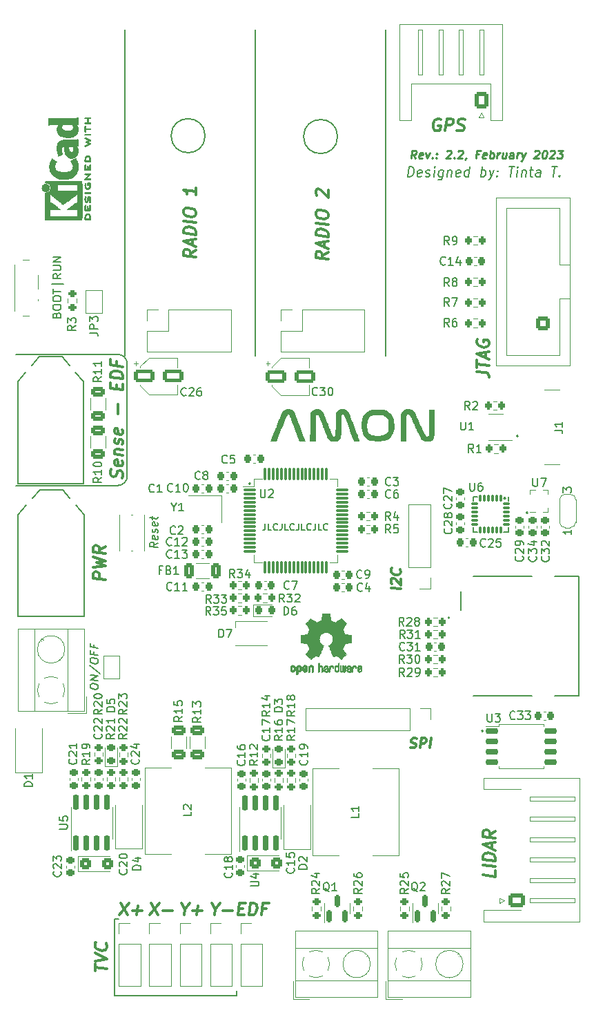
<source format=gto>
%TF.GenerationSoftware,KiCad,Pcbnew,(6.0.7)*%
%TF.CreationDate,2023-03-12T18:49:50+01:00*%
%TF.ProjectId,Amon_board,416d6f6e-5f62-46f6-9172-642e6b696361,2.2*%
%TF.SameCoordinates,Original*%
%TF.FileFunction,Legend,Top*%
%TF.FilePolarity,Positive*%
%FSLAX46Y46*%
G04 Gerber Fmt 4.6, Leading zero omitted, Abs format (unit mm)*
G04 Created by KiCad (PCBNEW (6.0.7)) date 2023-03-12 18:49:50*
%MOMM*%
%LPD*%
G01*
G04 APERTURE LIST*
G04 Aperture macros list*
%AMRoundRect*
0 Rectangle with rounded corners*
0 $1 Rounding radius*
0 $2 $3 $4 $5 $6 $7 $8 $9 X,Y pos of 4 corners*
0 Add a 4 corners polygon primitive as box body*
4,1,4,$2,$3,$4,$5,$6,$7,$8,$9,$2,$3,0*
0 Add four circle primitives for the rounded corners*
1,1,$1+$1,$2,$3*
1,1,$1+$1,$4,$5*
1,1,$1+$1,$6,$7*
1,1,$1+$1,$8,$9*
0 Add four rect primitives between the rounded corners*
20,1,$1+$1,$2,$3,$4,$5,0*
20,1,$1+$1,$4,$5,$6,$7,0*
20,1,$1+$1,$6,$7,$8,$9,0*
20,1,$1+$1,$8,$9,$2,$3,0*%
%AMFreePoly0*
4,1,22,0.550000,-0.750000,0.000000,-0.750000,0.000000,-0.745033,-0.079941,-0.743568,-0.215256,-0.701293,-0.333266,-0.622738,-0.424486,-0.514219,-0.481581,-0.384460,-0.499164,-0.250000,-0.500000,-0.250000,-0.500000,0.250000,-0.499164,0.250000,-0.499963,0.256109,-0.478152,0.396186,-0.417904,0.524511,-0.324060,0.630769,-0.204165,0.706417,-0.067858,0.745374,0.000000,0.744959,0.000000,0.750000,
0.550000,0.750000,0.550000,-0.750000,0.550000,-0.750000,$1*%
%AMFreePoly1*
4,1,20,0.000000,0.744959,0.073905,0.744508,0.209726,0.703889,0.328688,0.626782,0.421226,0.519385,0.479903,0.390333,0.500000,0.250000,0.500000,-0.250000,0.499851,-0.262216,0.476331,-0.402017,0.414519,-0.529596,0.319384,-0.634700,0.198574,-0.708877,0.061801,-0.746166,0.000000,-0.745033,0.000000,-0.750000,-0.550000,-0.750000,-0.550000,0.750000,0.000000,0.750000,0.000000,0.744959,
0.000000,0.744959,$1*%
%AMFreePoly2*
4,1,6,1.000000,0.000000,0.500000,-0.750000,-0.500000,-0.750000,-0.500000,0.750000,0.500000,0.750000,1.000000,0.000000,1.000000,0.000000,$1*%
%AMFreePoly3*
4,1,6,0.500000,-0.750000,-0.650000,-0.750000,-0.150000,0.000000,-0.650000,0.750000,0.500000,0.750000,0.500000,-0.750000,0.500000,-0.750000,$1*%
G04 Aperture macros list end*
%ADD10C,0.150000*%
%ADD11C,0.250000*%
%ADD12C,0.300000*%
%ADD13C,0.200000*%
%ADD14C,0.130000*%
%ADD15C,0.120000*%
%ADD16C,0.127000*%
%ADD17C,0.100000*%
%ADD18C,0.010000*%
%ADD19FreePoly0,90.000000*%
%ADD20R,1.500000X1.000000*%
%ADD21FreePoly1,90.000000*%
%ADD22C,0.800000*%
%ADD23C,6.400000*%
%ADD24RoundRect,0.200000X0.200000X0.275000X-0.200000X0.275000X-0.200000X-0.275000X0.200000X-0.275000X0*%
%ADD25RoundRect,0.225000X-0.225000X-0.250000X0.225000X-0.250000X0.225000X0.250000X-0.225000X0.250000X0*%
%ADD26R,5.516000X5.516000*%
%ADD27C,5.516000*%
%ADD28R,1.700000X1.700000*%
%ADD29O,1.700000X1.700000*%
%ADD30RoundRect,0.200000X0.275000X-0.200000X0.275000X0.200000X-0.275000X0.200000X-0.275000X-0.200000X0*%
%ADD31RoundRect,0.250000X0.625000X-0.312500X0.625000X0.312500X-0.625000X0.312500X-0.625000X-0.312500X0*%
%ADD32RoundRect,0.200000X-0.275000X0.200000X-0.275000X-0.200000X0.275000X-0.200000X0.275000X0.200000X0*%
%ADD33R,3.600000X2.700000*%
%ADD34RoundRect,0.225000X0.225000X0.250000X-0.225000X0.250000X-0.225000X-0.250000X0.225000X-0.250000X0*%
%ADD35RoundRect,0.225000X0.250000X-0.225000X0.250000X0.225000X-0.250000X0.225000X-0.250000X-0.225000X0*%
%ADD36R,1.800000X2.500000*%
%ADD37RoundRect,0.225000X-0.250000X0.225000X-0.250000X-0.225000X0.250000X-0.225000X0.250000X0.225000X0*%
%ADD38R,2.500000X2.500000*%
%ADD39C,2.500000*%
%ADD40RoundRect,0.150000X-0.650000X-0.150000X0.650000X-0.150000X0.650000X0.150000X-0.650000X0.150000X0*%
%ADD41R,0.500000X0.350000*%
%ADD42RoundRect,0.200000X-0.200000X-0.275000X0.200000X-0.275000X0.200000X0.275000X-0.200000X0.275000X0*%
%ADD43RoundRect,0.250000X-0.450000X-0.425000X0.450000X-0.425000X0.450000X0.425000X-0.450000X0.425000X0*%
%ADD44RoundRect,0.250000X0.600000X0.600000X-0.600000X0.600000X-0.600000X-0.600000X0.600000X-0.600000X0*%
%ADD45C,1.700000*%
%ADD46C,0.650000*%
%ADD47O,1.600000X1.000000*%
%ADD48R,1.150000X0.300000*%
%ADD49O,2.100000X1.000000*%
%ADD50FreePoly2,90.000000*%
%ADD51FreePoly3,90.000000*%
%ADD52R,1.560000X0.650000*%
%ADD53RoundRect,0.250000X0.725000X-0.600000X0.725000X0.600000X-0.725000X0.600000X-0.725000X-0.600000X0*%
%ADD54O,1.950000X1.700000*%
%ADD55R,1.600000X0.700000*%
%ADD56R,1.400000X1.200000*%
%ADD57R,1.400000X1.600000*%
%ADD58R,2.200000X1.200000*%
%ADD59R,1.000000X0.900000*%
%ADD60RoundRect,0.150000X0.150000X-0.820000X0.150000X0.820000X-0.150000X0.820000X-0.150000X-0.820000X0*%
%ADD61R,3.510000X2.620000*%
%ADD62RoundRect,0.250000X0.362500X0.700000X-0.362500X0.700000X-0.362500X-0.700000X0.362500X-0.700000X0*%
%ADD63R,0.800000X1.000000*%
%ADD64C,0.900000*%
%ADD65R,1.500000X0.700000*%
%ADD66RoundRect,0.250000X0.600000X0.725000X-0.600000X0.725000X-0.600000X-0.725000X0.600000X-0.725000X0*%
%ADD67O,1.700000X1.950000*%
%ADD68RoundRect,0.250000X-1.050000X-0.550000X1.050000X-0.550000X1.050000X0.550000X-1.050000X0.550000X0*%
%ADD69RoundRect,0.218750X0.256250X-0.218750X0.256250X0.218750X-0.256250X0.218750X-0.256250X-0.218750X0*%
%ADD70RoundRect,0.250000X-0.625000X0.312500X-0.625000X-0.312500X0.625000X-0.312500X0.625000X0.312500X0*%
%ADD71R,1.000000X0.800000*%
%ADD72RoundRect,0.150000X0.150000X-0.587500X0.150000X0.587500X-0.150000X0.587500X-0.150000X-0.587500X0*%
%ADD73RoundRect,0.075000X-0.700000X-0.075000X0.700000X-0.075000X0.700000X0.075000X-0.700000X0.075000X0*%
%ADD74RoundRect,0.075000X-0.075000X-0.700000X0.075000X-0.700000X0.075000X0.700000X-0.075000X0.700000X0*%
%ADD75RoundRect,0.075000X-0.075000X0.350000X-0.075000X-0.350000X0.075000X-0.350000X0.075000X0.350000X0*%
%ADD76RoundRect,0.075000X-0.350000X-0.075000X0.350000X-0.075000X0.350000X0.075000X-0.350000X0.075000X0*%
%ADD77RoundRect,0.218750X-0.218750X-0.256250X0.218750X-0.256250X0.218750X0.256250X-0.218750X0.256250X0*%
%ADD78C,3.200000*%
G04 APERTURE END LIST*
D10*
X182778400Y-147726400D02*
X182778400Y-148285200D01*
X195174219Y-43027600D02*
G75*
G03*
X195174219Y-43027600I-2083419J0D01*
G01*
X201115200Y-29936400D02*
X201115200Y-69936400D01*
X167792400Y-148285200D02*
X167792400Y-138938000D01*
X169368303Y-70880164D02*
X169368303Y-84618636D01*
X167792400Y-138938000D02*
X168300400Y-138938000D01*
X155709364Y-69710661D02*
X168198800Y-69710661D01*
X168198800Y-85788103D02*
G75*
G03*
X169368303Y-84618636I0J1169503D01*
G01*
X169115200Y-29936400D02*
X169115200Y-69936400D01*
X169368339Y-70880164D02*
G75*
G03*
X168198800Y-69710661I-1169539J-36D01*
G01*
X168198800Y-85796800D02*
X155709364Y-85796800D01*
X178917600Y-42926000D02*
G75*
G03*
X178917600Y-42926000I-2083419J0D01*
G01*
X182778400Y-148285200D02*
X167843200Y-148285200D01*
X185115200Y-29936400D02*
X185115200Y-69936400D01*
D11*
X215646000Y-87275942D02*
X215693619Y-87323561D01*
X215646000Y-87371180D01*
X215598380Y-87323561D01*
X215646000Y-87275942D01*
X215646000Y-87371180D01*
D12*
X168568319Y-136933171D02*
X169380819Y-138433171D01*
X169568319Y-136933171D02*
X168380819Y-138433171D01*
X170023676Y-137861742D02*
X171166533Y-137861742D01*
X170523676Y-138433171D02*
X170666533Y-137290314D01*
D11*
X184303942Y-85496400D02*
X184351561Y-85448780D01*
X184399180Y-85496400D01*
X184351561Y-85544019D01*
X184303942Y-85496400D01*
X184399180Y-85496400D01*
D10*
X164806380Y-110443482D02*
X164806380Y-110253005D01*
X164854000Y-110163720D01*
X164949238Y-110080386D01*
X165139714Y-110056577D01*
X165473047Y-110098244D01*
X165663523Y-110169672D01*
X165758761Y-110276815D01*
X165806380Y-110378005D01*
X165806380Y-110568482D01*
X165758761Y-110657767D01*
X165663523Y-110741101D01*
X165473047Y-110764910D01*
X165139714Y-110723244D01*
X164949238Y-110651815D01*
X164854000Y-110544672D01*
X164806380Y-110443482D01*
X165806380Y-109711339D02*
X164806380Y-109586339D01*
X165806380Y-109139910D01*
X164806380Y-109014910D01*
X164758761Y-107818482D02*
X166044476Y-108836339D01*
X164806380Y-107300625D02*
X164806380Y-107110148D01*
X164854000Y-107020863D01*
X164949238Y-106937529D01*
X165139714Y-106913720D01*
X165473047Y-106955386D01*
X165663523Y-107026815D01*
X165758761Y-107133958D01*
X165806380Y-107235148D01*
X165806380Y-107425625D01*
X165758761Y-107514910D01*
X165663523Y-107598244D01*
X165473047Y-107622053D01*
X165139714Y-107580386D01*
X164949238Y-107508958D01*
X164854000Y-107401815D01*
X164806380Y-107300625D01*
X165282571Y-106169672D02*
X165282571Y-106503005D01*
X165806380Y-106568482D02*
X164806380Y-106443482D01*
X164806380Y-105967291D01*
X165282571Y-105312529D02*
X165282571Y-105645863D01*
X165806380Y-105711339D02*
X164806380Y-105586339D01*
X164806380Y-105110148D01*
D13*
X203779707Y-47939257D02*
X203929707Y-46739257D01*
X204215421Y-46739257D01*
X204379707Y-46796400D01*
X204479707Y-46910685D01*
X204522564Y-47024971D01*
X204551135Y-47253542D01*
X204529707Y-47424971D01*
X204443992Y-47653542D01*
X204372564Y-47767828D01*
X204243992Y-47882114D01*
X204065421Y-47939257D01*
X203779707Y-47939257D01*
X205443992Y-47882114D02*
X205322564Y-47939257D01*
X205093992Y-47939257D01*
X204986850Y-47882114D01*
X204943992Y-47767828D01*
X205001135Y-47310685D01*
X205072564Y-47196400D01*
X205193992Y-47139257D01*
X205422564Y-47139257D01*
X205529707Y-47196400D01*
X205572564Y-47310685D01*
X205558278Y-47424971D01*
X204972564Y-47539257D01*
X205958278Y-47882114D02*
X206065421Y-47939257D01*
X206293992Y-47939257D01*
X206415421Y-47882114D01*
X206486850Y-47767828D01*
X206493992Y-47710685D01*
X206451135Y-47596400D01*
X206343992Y-47539257D01*
X206172564Y-47539257D01*
X206065421Y-47482114D01*
X206022564Y-47367828D01*
X206029707Y-47310685D01*
X206101135Y-47196400D01*
X206222564Y-47139257D01*
X206393992Y-47139257D01*
X206501135Y-47196400D01*
X206979707Y-47939257D02*
X207079707Y-47139257D01*
X207129707Y-46739257D02*
X207065421Y-46796400D01*
X207115421Y-46853542D01*
X207179707Y-46796400D01*
X207129707Y-46739257D01*
X207115421Y-46853542D01*
X208165421Y-47139257D02*
X208043992Y-48110685D01*
X207972564Y-48224971D01*
X207908278Y-48282114D01*
X207786850Y-48339257D01*
X207615421Y-48339257D01*
X207508278Y-48282114D01*
X208072564Y-47882114D02*
X207951135Y-47939257D01*
X207722564Y-47939257D01*
X207615421Y-47882114D01*
X207565421Y-47824971D01*
X207522564Y-47710685D01*
X207565421Y-47367828D01*
X207636850Y-47253542D01*
X207701135Y-47196400D01*
X207822564Y-47139257D01*
X208051135Y-47139257D01*
X208158278Y-47196400D01*
X208736850Y-47139257D02*
X208636850Y-47939257D01*
X208722564Y-47253542D02*
X208786850Y-47196400D01*
X208908278Y-47139257D01*
X209079707Y-47139257D01*
X209186850Y-47196400D01*
X209229707Y-47310685D01*
X209151135Y-47939257D01*
X210186850Y-47882114D02*
X210065421Y-47939257D01*
X209836850Y-47939257D01*
X209729707Y-47882114D01*
X209686850Y-47767828D01*
X209743992Y-47310685D01*
X209815421Y-47196400D01*
X209936850Y-47139257D01*
X210165421Y-47139257D01*
X210272564Y-47196400D01*
X210315421Y-47310685D01*
X210301135Y-47424971D01*
X209715421Y-47539257D01*
X211265421Y-47939257D02*
X211415421Y-46739257D01*
X211272564Y-47882114D02*
X211151135Y-47939257D01*
X210922564Y-47939257D01*
X210815421Y-47882114D01*
X210765421Y-47824971D01*
X210722564Y-47710685D01*
X210765421Y-47367828D01*
X210836850Y-47253542D01*
X210901135Y-47196400D01*
X211022564Y-47139257D01*
X211251135Y-47139257D01*
X211358278Y-47196400D01*
X212751135Y-47939257D02*
X212901135Y-46739257D01*
X212843992Y-47196400D02*
X212965421Y-47139257D01*
X213193992Y-47139257D01*
X213301135Y-47196400D01*
X213351135Y-47253542D01*
X213393992Y-47367828D01*
X213351135Y-47710685D01*
X213279707Y-47824971D01*
X213215421Y-47882114D01*
X213093992Y-47939257D01*
X212865421Y-47939257D01*
X212758278Y-47882114D01*
X213822564Y-47139257D02*
X214008278Y-47939257D01*
X214393992Y-47139257D02*
X214008278Y-47939257D01*
X213858278Y-48224971D01*
X213793992Y-48282114D01*
X213672564Y-48339257D01*
X214765421Y-47824971D02*
X214815421Y-47882114D01*
X214751135Y-47939257D01*
X214701135Y-47882114D01*
X214765421Y-47824971D01*
X214751135Y-47939257D01*
X214843992Y-47196400D02*
X214893992Y-47253542D01*
X214829707Y-47310685D01*
X214779707Y-47253542D01*
X214843992Y-47196400D01*
X214829707Y-47310685D01*
X216215421Y-46739257D02*
X216901135Y-46739257D01*
X216408278Y-47939257D02*
X216558278Y-46739257D01*
X217151135Y-47939257D02*
X217251135Y-47139257D01*
X217301135Y-46739257D02*
X217236850Y-46796400D01*
X217286850Y-46853542D01*
X217351135Y-46796400D01*
X217301135Y-46739257D01*
X217286850Y-46853542D01*
X217822564Y-47139257D02*
X217722564Y-47939257D01*
X217808278Y-47253542D02*
X217872564Y-47196400D01*
X217993992Y-47139257D01*
X218165421Y-47139257D01*
X218272564Y-47196400D01*
X218315421Y-47310685D01*
X218236850Y-47939257D01*
X218736850Y-47139257D02*
X219193992Y-47139257D01*
X218958278Y-46739257D02*
X218829707Y-47767828D01*
X218872564Y-47882114D01*
X218979707Y-47939257D01*
X219093992Y-47939257D01*
X220008278Y-47939257D02*
X220086850Y-47310685D01*
X220043992Y-47196400D01*
X219936850Y-47139257D01*
X219708278Y-47139257D01*
X219586850Y-47196400D01*
X220015421Y-47882114D02*
X219893992Y-47939257D01*
X219608278Y-47939257D01*
X219501135Y-47882114D01*
X219458278Y-47767828D01*
X219472564Y-47653542D01*
X219543992Y-47539257D01*
X219665421Y-47482114D01*
X219951135Y-47482114D01*
X220072564Y-47424971D01*
X221472564Y-46739257D02*
X222158278Y-46739257D01*
X221665421Y-47939257D02*
X221815421Y-46739257D01*
X222422564Y-47824971D02*
X222472564Y-47882114D01*
X222408278Y-47939257D01*
X222358278Y-47882114D01*
X222422564Y-47824971D01*
X222408278Y-47939257D01*
D12*
X204100164Y-117884514D02*
X204264450Y-117941657D01*
X204550164Y-117941657D01*
X204671592Y-117884514D01*
X204735878Y-117827371D01*
X204807307Y-117713085D01*
X204821592Y-117598800D01*
X204778735Y-117484514D01*
X204728735Y-117427371D01*
X204621592Y-117370228D01*
X204400164Y-117313085D01*
X204293021Y-117255942D01*
X204243021Y-117198800D01*
X204200164Y-117084514D01*
X204214450Y-116970228D01*
X204285878Y-116855942D01*
X204350164Y-116798800D01*
X204471592Y-116741657D01*
X204757307Y-116741657D01*
X204921592Y-116798800D01*
X205293021Y-117941657D02*
X205443021Y-116741657D01*
X205900164Y-116741657D01*
X206007307Y-116798800D01*
X206057307Y-116855942D01*
X206100164Y-116970228D01*
X206078735Y-117141657D01*
X206007307Y-117255942D01*
X205943021Y-117313085D01*
X205821592Y-117370228D01*
X205364450Y-117370228D01*
X206493021Y-117941657D02*
X206643021Y-116741657D01*
X166692971Y-97351608D02*
X165192971Y-97164108D01*
X165192971Y-96592680D01*
X165264400Y-96458751D01*
X165335828Y-96396251D01*
X165478685Y-96342680D01*
X165692971Y-96369466D01*
X165835828Y-96458751D01*
X165907257Y-96539108D01*
X165978685Y-96690894D01*
X165978685Y-97262323D01*
X165192971Y-95806966D02*
X166692971Y-95637323D01*
X165621542Y-95217680D01*
X166692971Y-95065894D01*
X165192971Y-94521251D01*
X166692971Y-93280180D02*
X165978685Y-93690894D01*
X166692971Y-94137323D02*
X165192971Y-93949823D01*
X165192971Y-93378394D01*
X165264400Y-93244466D01*
X165335828Y-93181966D01*
X165478685Y-93128394D01*
X165692971Y-93155180D01*
X165835828Y-93244466D01*
X165907257Y-93324823D01*
X165978685Y-93476608D01*
X165978685Y-94048037D01*
X194009771Y-57232751D02*
X193295485Y-57643466D01*
X194009771Y-58089894D02*
X192509771Y-57902394D01*
X192509771Y-57330966D01*
X192581200Y-57197037D01*
X192652628Y-57134537D01*
X192795485Y-57080966D01*
X193009771Y-57107751D01*
X193152628Y-57197037D01*
X193224057Y-57277394D01*
X193295485Y-57429180D01*
X193295485Y-58000608D01*
X193581200Y-56607751D02*
X193581200Y-55893466D01*
X194009771Y-56804180D02*
X192509771Y-56116680D01*
X194009771Y-55804180D01*
X194009771Y-55304180D02*
X192509771Y-55116680D01*
X192509771Y-54759537D01*
X192581200Y-54554180D01*
X192724057Y-54429180D01*
X192866914Y-54375608D01*
X193152628Y-54339894D01*
X193366914Y-54366680D01*
X193652628Y-54473823D01*
X193795485Y-54563108D01*
X193938342Y-54723823D01*
X194009771Y-54947037D01*
X194009771Y-55304180D01*
X194009771Y-53804180D02*
X192509771Y-53616680D01*
X192509771Y-52616680D02*
X192509771Y-52330966D01*
X192581200Y-52197037D01*
X192724057Y-52072037D01*
X193009771Y-52036323D01*
X193509771Y-52098823D01*
X193795485Y-52205966D01*
X193938342Y-52366680D01*
X194009771Y-52518466D01*
X194009771Y-52804180D01*
X193938342Y-52938108D01*
X193795485Y-53063108D01*
X193509771Y-53098823D01*
X193009771Y-53036323D01*
X192724057Y-52929180D01*
X192581200Y-52768466D01*
X192509771Y-52616680D01*
X192652628Y-50277394D02*
X192581200Y-50197037D01*
X192509771Y-50045251D01*
X192509771Y-49688108D01*
X192581200Y-49554180D01*
X192652628Y-49491680D01*
X192795485Y-49438108D01*
X192938342Y-49455966D01*
X193152628Y-49554180D01*
X194009771Y-50518466D01*
X194009771Y-49589894D01*
X180133405Y-137718885D02*
X180044119Y-138433171D01*
X179731619Y-136933171D02*
X180133405Y-137718885D01*
X180731619Y-136933171D01*
X181115548Y-137861742D02*
X182258405Y-137861742D01*
D11*
X218339942Y-89103200D02*
X218387561Y-89055580D01*
X218435180Y-89103200D01*
X218387561Y-89150819D01*
X218339942Y-89103200D01*
X218435180Y-89103200D01*
D12*
X202930057Y-98465435D02*
X201730057Y-98315435D01*
X201844342Y-97815435D02*
X201787200Y-97751150D01*
X201730057Y-97629721D01*
X201730057Y-97344007D01*
X201787200Y-97236864D01*
X201844342Y-97186864D01*
X201958628Y-97144007D01*
X202072914Y-97158292D01*
X202244342Y-97236864D01*
X202930057Y-98008292D01*
X202930057Y-97265435D01*
X202815771Y-96051150D02*
X202872914Y-96115435D01*
X202930057Y-96294007D01*
X202930057Y-96408292D01*
X202872914Y-96572578D01*
X202758628Y-96672578D01*
X202644342Y-96715435D01*
X202415771Y-96744007D01*
X202244342Y-96722578D01*
X202015771Y-96636864D01*
X201901485Y-96565435D01*
X201787200Y-96436864D01*
X201730057Y-96258292D01*
X201730057Y-96144007D01*
X201787200Y-95979721D01*
X201844342Y-95929721D01*
X176412305Y-137718885D02*
X176323019Y-138433171D01*
X176010519Y-136933171D02*
X176412305Y-137718885D01*
X177010519Y-136933171D01*
X177394448Y-137861742D02*
X178537305Y-137861742D01*
X177894448Y-138433171D02*
X178037305Y-137290314D01*
X207854733Y-40906000D02*
X207720805Y-40834571D01*
X207506519Y-40834571D01*
X207283305Y-40906000D01*
X207122591Y-41048857D01*
X207033305Y-41191714D01*
X206926162Y-41477428D01*
X206899376Y-41691714D01*
X206935091Y-41977428D01*
X206988662Y-42120285D01*
X207113662Y-42263142D01*
X207319019Y-42334571D01*
X207461876Y-42334571D01*
X207685091Y-42263142D01*
X207765448Y-42191714D01*
X207827948Y-41691714D01*
X207542233Y-41691714D01*
X208390448Y-42334571D02*
X208577948Y-40834571D01*
X209149376Y-40834571D01*
X209283305Y-40906000D01*
X209345805Y-40977428D01*
X209399376Y-41120285D01*
X209372591Y-41334571D01*
X209283305Y-41477428D01*
X209202948Y-41548857D01*
X209051162Y-41620285D01*
X208479733Y-41620285D01*
X209827948Y-42263142D02*
X210033305Y-42334571D01*
X210390448Y-42334571D01*
X210542233Y-42263142D01*
X210622591Y-42191714D01*
X210711876Y-42048857D01*
X210729733Y-41906000D01*
X210676162Y-41763142D01*
X210613662Y-41691714D01*
X210479733Y-41620285D01*
X210202948Y-41548857D01*
X210069019Y-41477428D01*
X210006519Y-41406000D01*
X209952948Y-41263142D01*
X209970805Y-41120285D01*
X210060091Y-40977428D01*
X210140448Y-40906000D01*
X210292233Y-40834571D01*
X210649376Y-40834571D01*
X210854733Y-40906000D01*
D11*
X204751060Y-45715180D02*
X204477251Y-45238990D01*
X204179632Y-45715180D02*
X204304632Y-44715180D01*
X204685584Y-44715180D01*
X204774870Y-44762800D01*
X204816536Y-44810419D01*
X204852251Y-44905657D01*
X204834394Y-45048514D01*
X204774870Y-45143752D01*
X204721298Y-45191371D01*
X204620108Y-45238990D01*
X204239155Y-45238990D01*
X205566536Y-45667561D02*
X205465346Y-45715180D01*
X205274870Y-45715180D01*
X205185584Y-45667561D01*
X205149870Y-45572323D01*
X205197489Y-45191371D01*
X205257013Y-45096133D01*
X205358203Y-45048514D01*
X205548679Y-45048514D01*
X205637965Y-45096133D01*
X205673679Y-45191371D01*
X205661775Y-45286609D01*
X205173679Y-45381847D01*
X206024870Y-45048514D02*
X206179632Y-45715180D01*
X206501060Y-45048514D01*
X206810584Y-45619942D02*
X206852251Y-45667561D01*
X206798679Y-45715180D01*
X206757013Y-45667561D01*
X206810584Y-45619942D01*
X206798679Y-45715180D01*
X207286775Y-45619942D02*
X207328441Y-45667561D01*
X207274870Y-45715180D01*
X207233203Y-45667561D01*
X207286775Y-45619942D01*
X207274870Y-45715180D01*
X207352251Y-45096133D02*
X207393917Y-45143752D01*
X207340346Y-45191371D01*
X207298679Y-45143752D01*
X207352251Y-45096133D01*
X207340346Y-45191371D01*
X208578441Y-44810419D02*
X208632013Y-44762800D01*
X208733203Y-44715180D01*
X208971298Y-44715180D01*
X209060584Y-44762800D01*
X209102251Y-44810419D01*
X209137965Y-44905657D01*
X209126060Y-45000895D01*
X209060584Y-45143752D01*
X208417727Y-45715180D01*
X209036775Y-45715180D01*
X209477251Y-45619942D02*
X209518917Y-45667561D01*
X209465346Y-45715180D01*
X209423679Y-45667561D01*
X209477251Y-45619942D01*
X209465346Y-45715180D01*
X210007013Y-44810419D02*
X210060584Y-44762800D01*
X210161775Y-44715180D01*
X210399870Y-44715180D01*
X210489155Y-44762800D01*
X210530822Y-44810419D01*
X210566536Y-44905657D01*
X210554632Y-45000895D01*
X210489155Y-45143752D01*
X209846298Y-45715180D01*
X210465346Y-45715180D01*
X210947489Y-45667561D02*
X210941536Y-45715180D01*
X210882013Y-45810419D01*
X210828441Y-45858038D01*
X212530822Y-45191371D02*
X212197489Y-45191371D01*
X212132013Y-45715180D02*
X212257013Y-44715180D01*
X212733203Y-44715180D01*
X213376060Y-45667561D02*
X213274870Y-45715180D01*
X213084394Y-45715180D01*
X212995108Y-45667561D01*
X212959394Y-45572323D01*
X213007013Y-45191371D01*
X213066536Y-45096133D01*
X213167727Y-45048514D01*
X213358203Y-45048514D01*
X213447489Y-45096133D01*
X213483203Y-45191371D01*
X213471298Y-45286609D01*
X212983203Y-45381847D01*
X213846298Y-45715180D02*
X213971298Y-44715180D01*
X213923679Y-45096133D02*
X214024870Y-45048514D01*
X214215346Y-45048514D01*
X214304632Y-45096133D01*
X214346298Y-45143752D01*
X214382013Y-45238990D01*
X214346298Y-45524704D01*
X214286775Y-45619942D01*
X214233203Y-45667561D01*
X214132013Y-45715180D01*
X213941536Y-45715180D01*
X213852251Y-45667561D01*
X214751060Y-45715180D02*
X214834394Y-45048514D01*
X214810584Y-45238990D02*
X214870108Y-45143752D01*
X214923679Y-45096133D01*
X215024870Y-45048514D01*
X215120108Y-45048514D01*
X215882013Y-45048514D02*
X215798679Y-45715180D01*
X215453441Y-45048514D02*
X215387965Y-45572323D01*
X215423679Y-45667561D01*
X215512965Y-45715180D01*
X215655822Y-45715180D01*
X215757013Y-45667561D01*
X215810584Y-45619942D01*
X216703441Y-45715180D02*
X216768917Y-45191371D01*
X216733203Y-45096133D01*
X216643917Y-45048514D01*
X216453441Y-45048514D01*
X216352251Y-45096133D01*
X216709394Y-45667561D02*
X216608203Y-45715180D01*
X216370108Y-45715180D01*
X216280822Y-45667561D01*
X216245108Y-45572323D01*
X216257013Y-45477085D01*
X216316536Y-45381847D01*
X216417727Y-45334228D01*
X216655822Y-45334228D01*
X216757013Y-45286609D01*
X217179632Y-45715180D02*
X217262965Y-45048514D01*
X217239155Y-45238990D02*
X217298679Y-45143752D01*
X217352251Y-45096133D01*
X217453441Y-45048514D01*
X217548679Y-45048514D01*
X217786775Y-45048514D02*
X217941536Y-45715180D01*
X218262965Y-45048514D02*
X217941536Y-45715180D01*
X217816536Y-45953276D01*
X217762965Y-46000895D01*
X217661775Y-46048514D01*
X219387965Y-44810419D02*
X219441536Y-44762800D01*
X219542727Y-44715180D01*
X219780822Y-44715180D01*
X219870108Y-44762800D01*
X219911775Y-44810419D01*
X219947489Y-44905657D01*
X219935584Y-45000895D01*
X219870108Y-45143752D01*
X219227251Y-45715180D01*
X219846298Y-45715180D01*
X220590346Y-44715180D02*
X220685584Y-44715180D01*
X220774870Y-44762800D01*
X220816536Y-44810419D01*
X220852251Y-44905657D01*
X220876060Y-45096133D01*
X220846298Y-45334228D01*
X220774870Y-45524704D01*
X220715346Y-45619942D01*
X220661775Y-45667561D01*
X220560584Y-45715180D01*
X220465346Y-45715180D01*
X220376060Y-45667561D01*
X220334394Y-45619942D01*
X220298679Y-45524704D01*
X220274870Y-45334228D01*
X220304632Y-45096133D01*
X220376060Y-44905657D01*
X220435584Y-44810419D01*
X220489155Y-44762800D01*
X220590346Y-44715180D01*
X221292727Y-44810419D02*
X221346298Y-44762800D01*
X221447489Y-44715180D01*
X221685584Y-44715180D01*
X221774870Y-44762800D01*
X221816536Y-44810419D01*
X221852251Y-44905657D01*
X221840346Y-45000895D01*
X221774870Y-45143752D01*
X221132013Y-45715180D01*
X221751060Y-45715180D01*
X222209394Y-44715180D02*
X222828441Y-44715180D01*
X222447489Y-45096133D01*
X222590346Y-45096133D01*
X222679632Y-45143752D01*
X222721298Y-45191371D01*
X222757013Y-45286609D01*
X222727251Y-45524704D01*
X222667727Y-45619942D01*
X222614155Y-45667561D01*
X222512965Y-45715180D01*
X222227251Y-45715180D01*
X222137965Y-45667561D01*
X222096298Y-45619942D01*
D14*
X186296761Y-90443104D02*
X186296761Y-91014533D01*
X186258666Y-91128819D01*
X186182476Y-91205009D01*
X186068190Y-91243104D01*
X185992000Y-91243104D01*
X187058666Y-91243104D02*
X186677714Y-91243104D01*
X186677714Y-90443104D01*
X187782476Y-91166914D02*
X187744380Y-91205009D01*
X187630095Y-91243104D01*
X187553904Y-91243104D01*
X187439619Y-91205009D01*
X187363428Y-91128819D01*
X187325333Y-91052628D01*
X187287238Y-90900247D01*
X187287238Y-90785961D01*
X187325333Y-90633580D01*
X187363428Y-90557390D01*
X187439619Y-90481200D01*
X187553904Y-90443104D01*
X187630095Y-90443104D01*
X187744380Y-90481200D01*
X187782476Y-90519295D01*
X188353904Y-90443104D02*
X188353904Y-91014533D01*
X188315809Y-91128819D01*
X188239619Y-91205009D01*
X188125333Y-91243104D01*
X188049142Y-91243104D01*
X189115809Y-91243104D02*
X188734857Y-91243104D01*
X188734857Y-90443104D01*
X189839619Y-91166914D02*
X189801523Y-91205009D01*
X189687238Y-91243104D01*
X189611047Y-91243104D01*
X189496761Y-91205009D01*
X189420571Y-91128819D01*
X189382476Y-91052628D01*
X189344380Y-90900247D01*
X189344380Y-90785961D01*
X189382476Y-90633580D01*
X189420571Y-90557390D01*
X189496761Y-90481200D01*
X189611047Y-90443104D01*
X189687238Y-90443104D01*
X189801523Y-90481200D01*
X189839619Y-90519295D01*
X190411047Y-90443104D02*
X190411047Y-91014533D01*
X190372952Y-91128819D01*
X190296761Y-91205009D01*
X190182476Y-91243104D01*
X190106285Y-91243104D01*
X191172952Y-91243104D02*
X190792000Y-91243104D01*
X190792000Y-90443104D01*
X191896761Y-91166914D02*
X191858666Y-91205009D01*
X191744380Y-91243104D01*
X191668190Y-91243104D01*
X191553904Y-91205009D01*
X191477714Y-91128819D01*
X191439619Y-91052628D01*
X191401523Y-90900247D01*
X191401523Y-90785961D01*
X191439619Y-90633580D01*
X191477714Y-90557390D01*
X191553904Y-90481200D01*
X191668190Y-90443104D01*
X191744380Y-90443104D01*
X191858666Y-90481200D01*
X191896761Y-90519295D01*
X192468190Y-90443104D02*
X192468190Y-91014533D01*
X192430095Y-91128819D01*
X192353904Y-91205009D01*
X192239619Y-91243104D01*
X192163428Y-91243104D01*
X193230095Y-91243104D02*
X192849142Y-91243104D01*
X192849142Y-90443104D01*
X193953904Y-91166914D02*
X193915809Y-91205009D01*
X193801523Y-91243104D01*
X193725333Y-91243104D01*
X193611047Y-91205009D01*
X193534857Y-91128819D01*
X193496761Y-91052628D01*
X193458666Y-90900247D01*
X193458666Y-90785961D01*
X193496761Y-90633580D01*
X193534857Y-90557390D01*
X193611047Y-90481200D01*
X193725333Y-90443104D01*
X193801523Y-90443104D01*
X193915809Y-90481200D01*
X193953904Y-90519295D01*
D12*
X177804571Y-56978751D02*
X177090285Y-57389466D01*
X177804571Y-57835894D02*
X176304571Y-57648394D01*
X176304571Y-57076966D01*
X176376000Y-56943037D01*
X176447428Y-56880537D01*
X176590285Y-56826966D01*
X176804571Y-56853751D01*
X176947428Y-56943037D01*
X177018857Y-57023394D01*
X177090285Y-57175180D01*
X177090285Y-57746608D01*
X177376000Y-56353751D02*
X177376000Y-55639466D01*
X177804571Y-56550180D02*
X176304571Y-55862680D01*
X177804571Y-55550180D01*
X177804571Y-55050180D02*
X176304571Y-54862680D01*
X176304571Y-54505537D01*
X176376000Y-54300180D01*
X176518857Y-54175180D01*
X176661714Y-54121608D01*
X176947428Y-54085894D01*
X177161714Y-54112680D01*
X177447428Y-54219823D01*
X177590285Y-54309108D01*
X177733142Y-54469823D01*
X177804571Y-54693037D01*
X177804571Y-55050180D01*
X177804571Y-53550180D02*
X176304571Y-53362680D01*
X176304571Y-52362680D02*
X176304571Y-52076966D01*
X176376000Y-51943037D01*
X176518857Y-51818037D01*
X176804571Y-51782323D01*
X177304571Y-51844823D01*
X177590285Y-51951966D01*
X177733142Y-52112680D01*
X177804571Y-52264466D01*
X177804571Y-52550180D01*
X177733142Y-52684108D01*
X177590285Y-52809108D01*
X177304571Y-52844823D01*
X176804571Y-52782323D01*
X176518857Y-52675180D01*
X176376000Y-52514466D01*
X176304571Y-52362680D01*
X177804571Y-49335894D02*
X177804571Y-50193037D01*
X177804571Y-49764466D02*
X176304571Y-49576966D01*
X176518857Y-49746608D01*
X176661714Y-49907323D01*
X176733142Y-50059108D01*
X212284571Y-71808508D02*
X213356000Y-71942437D01*
X213570285Y-72040651D01*
X213713142Y-72201366D01*
X213784571Y-72424580D01*
X213784571Y-72567437D01*
X212284571Y-71308508D02*
X212284571Y-70451366D01*
X213784571Y-71067437D02*
X212284571Y-70879937D01*
X213356000Y-70156723D02*
X213356000Y-69442437D01*
X213784571Y-70353151D02*
X212284571Y-69665651D01*
X213784571Y-69353151D01*
X212356000Y-67888866D02*
X212284571Y-68022794D01*
X212284571Y-68237080D01*
X212356000Y-68460294D01*
X212498857Y-68621008D01*
X212641714Y-68710294D01*
X212927428Y-68817437D01*
X213141714Y-68844223D01*
X213427428Y-68808508D01*
X213570285Y-68754937D01*
X213713142Y-68629937D01*
X213784571Y-68424580D01*
X213784571Y-68281723D01*
X213713142Y-68058508D01*
X213641714Y-67978151D01*
X213141714Y-67915651D01*
X213141714Y-68201366D01*
X214546571Y-132987723D02*
X214546571Y-133702008D01*
X213046571Y-133514508D01*
X214546571Y-132487723D02*
X213046571Y-132300223D01*
X214546571Y-131773437D02*
X213046571Y-131585937D01*
X213046571Y-131228794D01*
X213118000Y-131023437D01*
X213260857Y-130898437D01*
X213403714Y-130844866D01*
X213689428Y-130809151D01*
X213903714Y-130835937D01*
X214189428Y-130943080D01*
X214332285Y-131032366D01*
X214475142Y-131193080D01*
X214546571Y-131416294D01*
X214546571Y-131773437D01*
X214118000Y-130291294D02*
X214118000Y-129577008D01*
X214546571Y-130487723D02*
X213046571Y-129800223D01*
X214546571Y-129487723D01*
X214546571Y-128130580D02*
X213832285Y-128541294D01*
X214546571Y-128987723D02*
X213046571Y-128800223D01*
X213046571Y-128228794D01*
X213118000Y-128094866D01*
X213189428Y-128032366D01*
X213332285Y-127978794D01*
X213546571Y-128005580D01*
X213689428Y-128094866D01*
X213760857Y-128175223D01*
X213832285Y-128327008D01*
X213832285Y-128898437D01*
X172289419Y-136933171D02*
X173101919Y-138433171D01*
X173289419Y-136933171D02*
X172101919Y-138433171D01*
X173744776Y-137861742D02*
X174887633Y-137861742D01*
D13*
X160710571Y-64899752D02*
X160758190Y-64756895D01*
X160805809Y-64709276D01*
X160901047Y-64661657D01*
X161043904Y-64661657D01*
X161139142Y-64709276D01*
X161186761Y-64756895D01*
X161234380Y-64852133D01*
X161234380Y-65233085D01*
X160234380Y-65233085D01*
X160234380Y-64899752D01*
X160282000Y-64804514D01*
X160329619Y-64756895D01*
X160424857Y-64709276D01*
X160520095Y-64709276D01*
X160615333Y-64756895D01*
X160662952Y-64804514D01*
X160710571Y-64899752D01*
X160710571Y-65233085D01*
X160234380Y-64042609D02*
X160234380Y-63852133D01*
X160282000Y-63756895D01*
X160377238Y-63661657D01*
X160567714Y-63614038D01*
X160901047Y-63614038D01*
X161091523Y-63661657D01*
X161186761Y-63756895D01*
X161234380Y-63852133D01*
X161234380Y-64042609D01*
X161186761Y-64137847D01*
X161091523Y-64233085D01*
X160901047Y-64280704D01*
X160567714Y-64280704D01*
X160377238Y-64233085D01*
X160282000Y-64137847D01*
X160234380Y-64042609D01*
X160234380Y-62994990D02*
X160234380Y-62804514D01*
X160282000Y-62709276D01*
X160377238Y-62614038D01*
X160567714Y-62566419D01*
X160901047Y-62566419D01*
X161091523Y-62614038D01*
X161186761Y-62709276D01*
X161234380Y-62804514D01*
X161234380Y-62994990D01*
X161186761Y-63090228D01*
X161091523Y-63185466D01*
X160901047Y-63233085D01*
X160567714Y-63233085D01*
X160377238Y-63185466D01*
X160282000Y-63090228D01*
X160234380Y-62994990D01*
X160234380Y-62280704D02*
X160234380Y-61709276D01*
X161234380Y-61994990D02*
X160234380Y-61994990D01*
X161567714Y-61137847D02*
X160139142Y-61137847D01*
X161234380Y-59852133D02*
X160758190Y-60185466D01*
X161234380Y-60423561D02*
X160234380Y-60423561D01*
X160234380Y-60042609D01*
X160282000Y-59947371D01*
X160329619Y-59899752D01*
X160424857Y-59852133D01*
X160567714Y-59852133D01*
X160662952Y-59899752D01*
X160710571Y-59947371D01*
X160758190Y-60042609D01*
X160758190Y-60423561D01*
X160234380Y-59423561D02*
X161043904Y-59423561D01*
X161139142Y-59375942D01*
X161186761Y-59328323D01*
X161234380Y-59233085D01*
X161234380Y-59042609D01*
X161186761Y-58947371D01*
X161139142Y-58899752D01*
X161043904Y-58852133D01*
X160234380Y-58852133D01*
X161234380Y-58375942D02*
X160234380Y-58375942D01*
X161234380Y-57804514D01*
X160234380Y-57804514D01*
D12*
X165396171Y-145235137D02*
X165396171Y-144377994D01*
X166896171Y-144994066D02*
X165396171Y-144806566D01*
X165396171Y-144092280D02*
X166896171Y-143779780D01*
X165396171Y-143092280D01*
X166753314Y-141904780D02*
X166824742Y-141985137D01*
X166896171Y-142208351D01*
X166896171Y-142351208D01*
X166824742Y-142556566D01*
X166681885Y-142681566D01*
X166539028Y-142735137D01*
X166253314Y-142770851D01*
X166039028Y-142744066D01*
X165753314Y-142636923D01*
X165610457Y-142547637D01*
X165467600Y-142386923D01*
X165396171Y-142163708D01*
X165396171Y-142020851D01*
X165467600Y-141815494D01*
X165539028Y-141752994D01*
X168755142Y-84847537D02*
X168826571Y-84642180D01*
X168826571Y-84285037D01*
X168755142Y-84133251D01*
X168683714Y-84052894D01*
X168540857Y-83963608D01*
X168398000Y-83945751D01*
X168255142Y-83999323D01*
X168183714Y-84061823D01*
X168112285Y-84195751D01*
X168040857Y-84472537D01*
X167969428Y-84606466D01*
X167898000Y-84668966D01*
X167755142Y-84722537D01*
X167612285Y-84704680D01*
X167469428Y-84615394D01*
X167398000Y-84535037D01*
X167326571Y-84383251D01*
X167326571Y-84026108D01*
X167398000Y-83820751D01*
X168755142Y-82776108D02*
X168826571Y-82927894D01*
X168826571Y-83213608D01*
X168755142Y-83347537D01*
X168612285Y-83401108D01*
X168040857Y-83329680D01*
X167898000Y-83240394D01*
X167826571Y-83088608D01*
X167826571Y-82802894D01*
X167898000Y-82668966D01*
X168040857Y-82615394D01*
X168183714Y-82633251D01*
X168326571Y-83365394D01*
X167826571Y-81945751D02*
X168826571Y-82070751D01*
X167969428Y-81963608D02*
X167898000Y-81883251D01*
X167826571Y-81731466D01*
X167826571Y-81517180D01*
X167898000Y-81383251D01*
X168040857Y-81329680D01*
X168826571Y-81427894D01*
X168755142Y-80776108D02*
X168826571Y-80642180D01*
X168826571Y-80356466D01*
X168755142Y-80204680D01*
X168612285Y-80115394D01*
X168540857Y-80106466D01*
X168398000Y-80160037D01*
X168326571Y-80293966D01*
X168326571Y-80508251D01*
X168255142Y-80642180D01*
X168112285Y-80695751D01*
X168040857Y-80686823D01*
X167898000Y-80597537D01*
X167826571Y-80445751D01*
X167826571Y-80231466D01*
X167898000Y-80097537D01*
X168755142Y-78918966D02*
X168826571Y-79070751D01*
X168826571Y-79356466D01*
X168755142Y-79490394D01*
X168612285Y-79543966D01*
X168040857Y-79472537D01*
X167898000Y-79383251D01*
X167826571Y-79231466D01*
X167826571Y-78945751D01*
X167898000Y-78811823D01*
X168040857Y-78758251D01*
X168183714Y-78776108D01*
X168326571Y-79508251D01*
X168255142Y-76999323D02*
X168255142Y-75856466D01*
X168040857Y-73972537D02*
X168040857Y-73472537D01*
X168826571Y-73356466D02*
X168826571Y-74070751D01*
X167326571Y-73883251D01*
X167326571Y-73168966D01*
X168826571Y-72713608D02*
X167326571Y-72526108D01*
X167326571Y-72168966D01*
X167398000Y-71963608D01*
X167540857Y-71838608D01*
X167683714Y-71785037D01*
X167969428Y-71749323D01*
X168183714Y-71776108D01*
X168469428Y-71883251D01*
X168612285Y-71972537D01*
X168755142Y-72133251D01*
X168826571Y-72356466D01*
X168826571Y-72713608D01*
X168040857Y-70615394D02*
X168040857Y-71115394D01*
X168826571Y-71213608D02*
X167326571Y-71026108D01*
X167326571Y-70311823D01*
D13*
X173121580Y-92823567D02*
X172645390Y-93097377D01*
X173121580Y-93394996D02*
X172121580Y-93269996D01*
X172121580Y-92889044D01*
X172169200Y-92799758D01*
X172216819Y-92758091D01*
X172312057Y-92722377D01*
X172454914Y-92740234D01*
X172550152Y-92799758D01*
X172597771Y-92853329D01*
X172645390Y-92954520D01*
X172645390Y-93335472D01*
X173073961Y-92008091D02*
X173121580Y-92109282D01*
X173121580Y-92299758D01*
X173073961Y-92389044D01*
X172978723Y-92424758D01*
X172597771Y-92377139D01*
X172502533Y-92317615D01*
X172454914Y-92216425D01*
X172454914Y-92025948D01*
X172502533Y-91936663D01*
X172597771Y-91900948D01*
X172693009Y-91912853D01*
X172788247Y-92400948D01*
X173073961Y-91579520D02*
X173121580Y-91490234D01*
X173121580Y-91299758D01*
X173073961Y-91198567D01*
X172978723Y-91139044D01*
X172931104Y-91133091D01*
X172835866Y-91168805D01*
X172788247Y-91258091D01*
X172788247Y-91400948D01*
X172740628Y-91490234D01*
X172645390Y-91525948D01*
X172597771Y-91519996D01*
X172502533Y-91460472D01*
X172454914Y-91359282D01*
X172454914Y-91216425D01*
X172502533Y-91127139D01*
X173073961Y-90341425D02*
X173121580Y-90442615D01*
X173121580Y-90633091D01*
X173073961Y-90722377D01*
X172978723Y-90758091D01*
X172597771Y-90710472D01*
X172502533Y-90650948D01*
X172454914Y-90549758D01*
X172454914Y-90359282D01*
X172502533Y-90269996D01*
X172597771Y-90234282D01*
X172693009Y-90246186D01*
X172788247Y-90734282D01*
X172454914Y-89930710D02*
X172454914Y-89549758D01*
X172121580Y-89746186D02*
X172978723Y-89853329D01*
X173073961Y-89817615D01*
X173121580Y-89728329D01*
X173121580Y-89633091D01*
D11*
X212853542Y-115824000D02*
X212901161Y-115776380D01*
X212948780Y-115824000D01*
X212901161Y-115871619D01*
X212853542Y-115824000D01*
X212948780Y-115824000D01*
D12*
X183077719Y-137647457D02*
X183577719Y-137647457D01*
X183693791Y-138433171D02*
X182979505Y-138433171D01*
X183167005Y-136933171D01*
X183881291Y-136933171D01*
X184336648Y-138433171D02*
X184524148Y-136933171D01*
X184881291Y-136933171D01*
X185086648Y-137004600D01*
X185211648Y-137147457D01*
X185265219Y-137290314D01*
X185300933Y-137576028D01*
X185274148Y-137790314D01*
X185167005Y-138076028D01*
X185077719Y-138218885D01*
X184917005Y-138361742D01*
X184693791Y-138433171D01*
X184336648Y-138433171D01*
X186434862Y-137647457D02*
X185934862Y-137647457D01*
X185836648Y-138433171D02*
X186024148Y-136933171D01*
X186738433Y-136933171D01*
D11*
X217151742Y-79705200D02*
X217199361Y-79657580D01*
X217246980Y-79705200D01*
X217199361Y-79752819D01*
X217151742Y-79705200D01*
X217246980Y-79705200D01*
D10*
X223870780Y-91214285D02*
X223870780Y-91785714D01*
X223870780Y-91500000D02*
X222870780Y-91500000D01*
X223013638Y-91595238D01*
X223108876Y-91690476D01*
X223156495Y-91785714D01*
X222870780Y-86633333D02*
X222870780Y-86014285D01*
X223251733Y-86347619D01*
X223251733Y-86204761D01*
X223299352Y-86109523D01*
X223346971Y-86061904D01*
X223442209Y-86014285D01*
X223680304Y-86014285D01*
X223775542Y-86061904D01*
X223823161Y-86109523D01*
X223870780Y-86204761D01*
X223870780Y-86490476D01*
X223823161Y-86585714D01*
X223775542Y-86633333D01*
X208887533Y-63812680D02*
X208554200Y-63336490D01*
X208316104Y-63812680D02*
X208316104Y-62812680D01*
X208697057Y-62812680D01*
X208792295Y-62860300D01*
X208839914Y-62907919D01*
X208887533Y-63003157D01*
X208887533Y-63146014D01*
X208839914Y-63241252D01*
X208792295Y-63288871D01*
X208697057Y-63336490D01*
X208316104Y-63336490D01*
X209220866Y-62812680D02*
X209887533Y-62812680D01*
X209458961Y-63812680D01*
X208411342Y-58675542D02*
X208363723Y-58723161D01*
X208220866Y-58770780D01*
X208125628Y-58770780D01*
X207982771Y-58723161D01*
X207887533Y-58627923D01*
X207839914Y-58532685D01*
X207792295Y-58342209D01*
X207792295Y-58199352D01*
X207839914Y-58008876D01*
X207887533Y-57913638D01*
X207982771Y-57818400D01*
X208125628Y-57770780D01*
X208220866Y-57770780D01*
X208363723Y-57818400D01*
X208411342Y-57866019D01*
X209363723Y-58770780D02*
X208792295Y-58770780D01*
X209078009Y-58770780D02*
X209078009Y-57770780D01*
X208982771Y-57913638D01*
X208887533Y-58008876D01*
X208792295Y-58056495D01*
X210220866Y-58104114D02*
X210220866Y-58770780D01*
X209982771Y-57723161D02*
X209744676Y-58437447D01*
X210363723Y-58437447D01*
X203855580Y-135161257D02*
X203379390Y-135494590D01*
X203855580Y-135732685D02*
X202855580Y-135732685D01*
X202855580Y-135351733D01*
X202903200Y-135256495D01*
X202950819Y-135208876D01*
X203046057Y-135161257D01*
X203188914Y-135161257D01*
X203284152Y-135208876D01*
X203331771Y-135256495D01*
X203379390Y-135351733D01*
X203379390Y-135732685D01*
X202950819Y-134780304D02*
X202903200Y-134732685D01*
X202855580Y-134637447D01*
X202855580Y-134399352D01*
X202903200Y-134304114D01*
X202950819Y-134256495D01*
X203046057Y-134208876D01*
X203141295Y-134208876D01*
X203284152Y-134256495D01*
X203855580Y-134827923D01*
X203855580Y-134208876D01*
X202855580Y-133304114D02*
X202855580Y-133780304D01*
X203331771Y-133827923D01*
X203284152Y-133780304D01*
X203236533Y-133685066D01*
X203236533Y-133446971D01*
X203284152Y-133351733D01*
X203331771Y-133304114D01*
X203427009Y-133256495D01*
X203665104Y-133256495D01*
X203760342Y-133304114D01*
X203807961Y-133351733D01*
X203855580Y-133446971D01*
X203855580Y-133685066D01*
X203807961Y-133780304D01*
X203760342Y-133827923D01*
X208887533Y-56256180D02*
X208554200Y-55779990D01*
X208316104Y-56256180D02*
X208316104Y-55256180D01*
X208697057Y-55256180D01*
X208792295Y-55303800D01*
X208839914Y-55351419D01*
X208887533Y-55446657D01*
X208887533Y-55589514D01*
X208839914Y-55684752D01*
X208792295Y-55732371D01*
X208697057Y-55779990D01*
X208316104Y-55779990D01*
X209363723Y-56256180D02*
X209554200Y-56256180D01*
X209649438Y-56208561D01*
X209697057Y-56160942D01*
X209792295Y-56018085D01*
X209839914Y-55827609D01*
X209839914Y-55446657D01*
X209792295Y-55351419D01*
X209744676Y-55303800D01*
X209649438Y-55256180D01*
X209458961Y-55256180D01*
X209363723Y-55303800D01*
X209316104Y-55351419D01*
X209268485Y-55446657D01*
X209268485Y-55684752D01*
X209316104Y-55779990D01*
X209363723Y-55827609D01*
X209458961Y-55875228D01*
X209649438Y-55875228D01*
X209744676Y-55827609D01*
X209792295Y-55779990D01*
X209839914Y-55684752D01*
X178404780Y-114180857D02*
X177928590Y-114514190D01*
X178404780Y-114752285D02*
X177404780Y-114752285D01*
X177404780Y-114371333D01*
X177452400Y-114276095D01*
X177500019Y-114228476D01*
X177595257Y-114180857D01*
X177738114Y-114180857D01*
X177833352Y-114228476D01*
X177880971Y-114276095D01*
X177928590Y-114371333D01*
X177928590Y-114752285D01*
X178404780Y-113228476D02*
X178404780Y-113799904D01*
X178404780Y-113514190D02*
X177404780Y-113514190D01*
X177547638Y-113609428D01*
X177642876Y-113704666D01*
X177690495Y-113799904D01*
X177404780Y-112895142D02*
X177404780Y-112276095D01*
X177785733Y-112609428D01*
X177785733Y-112466571D01*
X177833352Y-112371333D01*
X177880971Y-112323714D01*
X177976209Y-112276095D01*
X178214304Y-112276095D01*
X178309542Y-112323714D01*
X178357161Y-112371333D01*
X178404780Y-112466571D01*
X178404780Y-112752285D01*
X178357161Y-112847523D01*
X178309542Y-112895142D01*
X182541942Y-97073980D02*
X182208609Y-96597790D01*
X181970514Y-97073980D02*
X181970514Y-96073980D01*
X182351466Y-96073980D01*
X182446704Y-96121600D01*
X182494323Y-96169219D01*
X182541942Y-96264457D01*
X182541942Y-96407314D01*
X182494323Y-96502552D01*
X182446704Y-96550171D01*
X182351466Y-96597790D01*
X181970514Y-96597790D01*
X182875276Y-96073980D02*
X183494323Y-96073980D01*
X183160990Y-96454933D01*
X183303847Y-96454933D01*
X183399085Y-96502552D01*
X183446704Y-96550171D01*
X183494323Y-96645409D01*
X183494323Y-96883504D01*
X183446704Y-96978742D01*
X183399085Y-97026361D01*
X183303847Y-97073980D01*
X183018133Y-97073980D01*
X182922895Y-97026361D01*
X182875276Y-96978742D01*
X184351466Y-96407314D02*
X184351466Y-97073980D01*
X184113371Y-96026361D02*
X183875276Y-96740647D01*
X184494323Y-96740647D01*
X185364380Y-119413257D02*
X184888190Y-119746590D01*
X185364380Y-119984685D02*
X184364380Y-119984685D01*
X184364380Y-119603733D01*
X184412000Y-119508495D01*
X184459619Y-119460876D01*
X184554857Y-119413257D01*
X184697714Y-119413257D01*
X184792952Y-119460876D01*
X184840571Y-119508495D01*
X184888190Y-119603733D01*
X184888190Y-119984685D01*
X185364380Y-118460876D02*
X185364380Y-119032304D01*
X185364380Y-118746590D02*
X184364380Y-118746590D01*
X184507238Y-118841828D01*
X184602476Y-118937066D01*
X184650095Y-119032304D01*
X184459619Y-118079923D02*
X184412000Y-118032304D01*
X184364380Y-117937066D01*
X184364380Y-117698971D01*
X184412000Y-117603733D01*
X184459619Y-117556114D01*
X184554857Y-117508495D01*
X184650095Y-117508495D01*
X184792952Y-117556114D01*
X185364380Y-118127542D01*
X185364380Y-117508495D01*
X197810380Y-125947466D02*
X197810380Y-126423657D01*
X196810380Y-126423657D01*
X197810380Y-125090323D02*
X197810380Y-125661752D01*
X197810380Y-125376038D02*
X196810380Y-125376038D01*
X196953238Y-125471276D01*
X197048476Y-125566514D01*
X197096095Y-125661752D01*
X169317180Y-116225057D02*
X168840990Y-116558390D01*
X169317180Y-116796485D02*
X168317180Y-116796485D01*
X168317180Y-116415533D01*
X168364800Y-116320295D01*
X168412419Y-116272676D01*
X168507657Y-116225057D01*
X168650514Y-116225057D01*
X168745752Y-116272676D01*
X168793371Y-116320295D01*
X168840990Y-116415533D01*
X168840990Y-116796485D01*
X168412419Y-115844104D02*
X168364800Y-115796485D01*
X168317180Y-115701247D01*
X168317180Y-115463152D01*
X168364800Y-115367914D01*
X168412419Y-115320295D01*
X168507657Y-115272676D01*
X168602895Y-115272676D01*
X168745752Y-115320295D01*
X169317180Y-115891723D01*
X169317180Y-115272676D01*
X168412419Y-114891723D02*
X168364800Y-114844104D01*
X168317180Y-114748866D01*
X168317180Y-114510771D01*
X168364800Y-114415533D01*
X168412419Y-114367914D01*
X168507657Y-114320295D01*
X168602895Y-114320295D01*
X168745752Y-114367914D01*
X169317180Y-114939342D01*
X169317180Y-114320295D01*
X189936380Y-116416057D02*
X189460190Y-116749390D01*
X189936380Y-116987485D02*
X188936380Y-116987485D01*
X188936380Y-116606533D01*
X188984000Y-116511295D01*
X189031619Y-116463676D01*
X189126857Y-116416057D01*
X189269714Y-116416057D01*
X189364952Y-116463676D01*
X189412571Y-116511295D01*
X189460190Y-116606533D01*
X189460190Y-116987485D01*
X189936380Y-115463676D02*
X189936380Y-116035104D01*
X189936380Y-115749390D02*
X188936380Y-115749390D01*
X189079238Y-115844628D01*
X189174476Y-115939866D01*
X189222095Y-116035104D01*
X188936380Y-115130342D02*
X188936380Y-114463676D01*
X189936380Y-114892247D01*
X213326742Y-93219542D02*
X213279123Y-93267161D01*
X213136266Y-93314780D01*
X213041028Y-93314780D01*
X212898171Y-93267161D01*
X212802933Y-93171923D01*
X212755314Y-93076685D01*
X212707695Y-92886209D01*
X212707695Y-92743352D01*
X212755314Y-92552876D01*
X212802933Y-92457638D01*
X212898171Y-92362400D01*
X213041028Y-92314780D01*
X213136266Y-92314780D01*
X213279123Y-92362400D01*
X213326742Y-92410019D01*
X213707695Y-92410019D02*
X213755314Y-92362400D01*
X213850552Y-92314780D01*
X214088647Y-92314780D01*
X214183885Y-92362400D01*
X214231504Y-92410019D01*
X214279123Y-92505257D01*
X214279123Y-92600495D01*
X214231504Y-92743352D01*
X213660076Y-93314780D01*
X214279123Y-93314780D01*
X215183885Y-92314780D02*
X214707695Y-92314780D01*
X214660076Y-92790971D01*
X214707695Y-92743352D01*
X214802933Y-92695733D01*
X215041028Y-92695733D01*
X215136266Y-92743352D01*
X215183885Y-92790971D01*
X215231504Y-92886209D01*
X215231504Y-93124304D01*
X215183885Y-93219542D01*
X215136266Y-93267161D01*
X215041028Y-93314780D01*
X214802933Y-93314780D01*
X214707695Y-93267161D01*
X214660076Y-93219542D01*
X163092342Y-119311657D02*
X163139961Y-119359276D01*
X163187580Y-119502133D01*
X163187580Y-119597371D01*
X163139961Y-119740228D01*
X163044723Y-119835466D01*
X162949485Y-119883085D01*
X162759009Y-119930704D01*
X162616152Y-119930704D01*
X162425676Y-119883085D01*
X162330438Y-119835466D01*
X162235200Y-119740228D01*
X162187580Y-119597371D01*
X162187580Y-119502133D01*
X162235200Y-119359276D01*
X162282819Y-119311657D01*
X162282819Y-118930704D02*
X162235200Y-118883085D01*
X162187580Y-118787847D01*
X162187580Y-118549752D01*
X162235200Y-118454514D01*
X162282819Y-118406895D01*
X162378057Y-118359276D01*
X162473295Y-118359276D01*
X162616152Y-118406895D01*
X163187580Y-118978323D01*
X163187580Y-118359276D01*
X163187580Y-117406895D02*
X163187580Y-117978323D01*
X163187580Y-117692609D02*
X162187580Y-117692609D01*
X162330438Y-117787847D01*
X162425676Y-117883085D01*
X162473295Y-117978323D01*
X208887533Y-61361580D02*
X208554200Y-60885390D01*
X208316104Y-61361580D02*
X208316104Y-60361580D01*
X208697057Y-60361580D01*
X208792295Y-60409200D01*
X208839914Y-60456819D01*
X208887533Y-60552057D01*
X208887533Y-60694914D01*
X208839914Y-60790152D01*
X208792295Y-60837771D01*
X208697057Y-60885390D01*
X208316104Y-60885390D01*
X209458961Y-60790152D02*
X209363723Y-60742533D01*
X209316104Y-60694914D01*
X209268485Y-60599676D01*
X209268485Y-60552057D01*
X209316104Y-60456819D01*
X209363723Y-60409200D01*
X209458961Y-60361580D01*
X209649438Y-60361580D01*
X209744676Y-60409200D01*
X209792295Y-60456819D01*
X209839914Y-60552057D01*
X209839914Y-60599676D01*
X209792295Y-60694914D01*
X209744676Y-60742533D01*
X209649438Y-60790152D01*
X209458961Y-60790152D01*
X209363723Y-60837771D01*
X209316104Y-60885390D01*
X209268485Y-60980628D01*
X209268485Y-61171104D01*
X209316104Y-61266342D01*
X209363723Y-61313961D01*
X209458961Y-61361580D01*
X209649438Y-61361580D01*
X209744676Y-61313961D01*
X209792295Y-61266342D01*
X209839914Y-61171104D01*
X209839914Y-60980628D01*
X209792295Y-60885390D01*
X209744676Y-60837771D01*
X209649438Y-60790152D01*
X171038780Y-132868895D02*
X170038780Y-132868895D01*
X170038780Y-132630800D01*
X170086400Y-132487942D01*
X170181638Y-132392704D01*
X170276876Y-132345085D01*
X170467352Y-132297466D01*
X170610209Y-132297466D01*
X170800685Y-132345085D01*
X170895923Y-132392704D01*
X170991161Y-132487942D01*
X171038780Y-132630800D01*
X171038780Y-132868895D01*
X170372114Y-131440323D02*
X171038780Y-131440323D01*
X169991161Y-131678419D02*
X170705447Y-131916514D01*
X170705447Y-131297466D01*
X166212780Y-84818457D02*
X165736590Y-85151790D01*
X166212780Y-85389885D02*
X165212780Y-85389885D01*
X165212780Y-85008933D01*
X165260400Y-84913695D01*
X165308019Y-84866076D01*
X165403257Y-84818457D01*
X165546114Y-84818457D01*
X165641352Y-84866076D01*
X165688971Y-84913695D01*
X165736590Y-85008933D01*
X165736590Y-85389885D01*
X166212780Y-83866076D02*
X166212780Y-84437504D01*
X166212780Y-84151790D02*
X165212780Y-84151790D01*
X165355638Y-84247028D01*
X165450876Y-84342266D01*
X165498495Y-84437504D01*
X165212780Y-83247028D02*
X165212780Y-83151790D01*
X165260400Y-83056552D01*
X165308019Y-83008933D01*
X165403257Y-82961314D01*
X165593733Y-82913695D01*
X165831828Y-82913695D01*
X166022304Y-82961314D01*
X166117542Y-83008933D01*
X166165161Y-83056552D01*
X166212780Y-83151790D01*
X166212780Y-83247028D01*
X166165161Y-83342266D01*
X166117542Y-83389885D01*
X166022304Y-83437504D01*
X165831828Y-83485123D01*
X165593733Y-83485123D01*
X165403257Y-83437504D01*
X165308019Y-83389885D01*
X165260400Y-83342266D01*
X165212780Y-83247028D01*
X209094342Y-88018857D02*
X209141961Y-88066476D01*
X209189580Y-88209333D01*
X209189580Y-88304571D01*
X209141961Y-88447428D01*
X209046723Y-88542666D01*
X208951485Y-88590285D01*
X208761009Y-88637904D01*
X208618152Y-88637904D01*
X208427676Y-88590285D01*
X208332438Y-88542666D01*
X208237200Y-88447428D01*
X208189580Y-88304571D01*
X208189580Y-88209333D01*
X208237200Y-88066476D01*
X208284819Y-88018857D01*
X208284819Y-87637904D02*
X208237200Y-87590285D01*
X208189580Y-87495047D01*
X208189580Y-87256952D01*
X208237200Y-87161714D01*
X208284819Y-87114095D01*
X208380057Y-87066476D01*
X208475295Y-87066476D01*
X208618152Y-87114095D01*
X209189580Y-87685523D01*
X209189580Y-87066476D01*
X208189580Y-86733142D02*
X208189580Y-86066476D01*
X209189580Y-86495047D01*
X213563295Y-113752380D02*
X213563295Y-114561904D01*
X213610914Y-114657142D01*
X213658533Y-114704761D01*
X213753771Y-114752380D01*
X213944247Y-114752380D01*
X214039485Y-114704761D01*
X214087104Y-114657142D01*
X214134723Y-114561904D01*
X214134723Y-113752380D01*
X214515676Y-113752380D02*
X215134723Y-113752380D01*
X214801390Y-114133333D01*
X214944247Y-114133333D01*
X215039485Y-114180952D01*
X215087104Y-114228571D01*
X215134723Y-114323809D01*
X215134723Y-114561904D01*
X215087104Y-114657142D01*
X215039485Y-114704761D01*
X214944247Y-114752380D01*
X214658533Y-114752380D01*
X214563295Y-114704761D01*
X214515676Y-114657142D01*
X211852733Y-81732380D02*
X211519400Y-81256190D01*
X211281304Y-81732380D02*
X211281304Y-80732380D01*
X211662257Y-80732380D01*
X211757495Y-80780000D01*
X211805114Y-80827619D01*
X211852733Y-80922857D01*
X211852733Y-81065714D01*
X211805114Y-81160952D01*
X211757495Y-81208571D01*
X211662257Y-81256190D01*
X211281304Y-81256190D01*
X212805114Y-81732380D02*
X212233685Y-81732380D01*
X212519400Y-81732380D02*
X212519400Y-80732380D01*
X212424161Y-80875238D01*
X212328923Y-80970476D01*
X212233685Y-81018095D01*
X183745142Y-119464057D02*
X183792761Y-119511676D01*
X183840380Y-119654533D01*
X183840380Y-119749771D01*
X183792761Y-119892628D01*
X183697523Y-119987866D01*
X183602285Y-120035485D01*
X183411809Y-120083104D01*
X183268952Y-120083104D01*
X183078476Y-120035485D01*
X182983238Y-119987866D01*
X182888000Y-119892628D01*
X182840380Y-119749771D01*
X182840380Y-119654533D01*
X182888000Y-119511676D01*
X182935619Y-119464057D01*
X183840380Y-118511676D02*
X183840380Y-119083104D01*
X183840380Y-118797390D02*
X182840380Y-118797390D01*
X182983238Y-118892628D01*
X183078476Y-118987866D01*
X183126095Y-119083104D01*
X182840380Y-117654533D02*
X182840380Y-117845009D01*
X182888000Y-117940247D01*
X182935619Y-117987866D01*
X183078476Y-118083104D01*
X183268952Y-118130723D01*
X183649904Y-118130723D01*
X183745142Y-118083104D01*
X183792761Y-118035485D01*
X183840380Y-117940247D01*
X183840380Y-117749771D01*
X183792761Y-117654533D01*
X183745142Y-117606914D01*
X183649904Y-117559295D01*
X183411809Y-117559295D01*
X183316571Y-117606914D01*
X183268952Y-117654533D01*
X183221333Y-117749771D01*
X183221333Y-117940247D01*
X183268952Y-118035485D01*
X183316571Y-118083104D01*
X183411809Y-118130723D01*
X219151295Y-84897980D02*
X219151295Y-85707504D01*
X219198914Y-85802742D01*
X219246533Y-85850361D01*
X219341771Y-85897980D01*
X219532247Y-85897980D01*
X219627485Y-85850361D01*
X219675104Y-85802742D01*
X219722723Y-85707504D01*
X219722723Y-84897980D01*
X220103676Y-84897980D02*
X220770342Y-84897980D01*
X220341771Y-85897980D01*
X192984380Y-135161257D02*
X192508190Y-135494590D01*
X192984380Y-135732685D02*
X191984380Y-135732685D01*
X191984380Y-135351733D01*
X192032000Y-135256495D01*
X192079619Y-135208876D01*
X192174857Y-135161257D01*
X192317714Y-135161257D01*
X192412952Y-135208876D01*
X192460571Y-135256495D01*
X192508190Y-135351733D01*
X192508190Y-135732685D01*
X192079619Y-134780304D02*
X192032000Y-134732685D01*
X191984380Y-134637447D01*
X191984380Y-134399352D01*
X192032000Y-134304114D01*
X192079619Y-134256495D01*
X192174857Y-134208876D01*
X192270095Y-134208876D01*
X192412952Y-134256495D01*
X192984380Y-134827923D01*
X192984380Y-134208876D01*
X192317714Y-133351733D02*
X192984380Y-133351733D01*
X191936761Y-133589828D02*
X192651047Y-133827923D01*
X192651047Y-133208876D01*
X198165980Y-135161257D02*
X197689790Y-135494590D01*
X198165980Y-135732685D02*
X197165980Y-135732685D01*
X197165980Y-135351733D01*
X197213600Y-135256495D01*
X197261219Y-135208876D01*
X197356457Y-135161257D01*
X197499314Y-135161257D01*
X197594552Y-135208876D01*
X197642171Y-135256495D01*
X197689790Y-135351733D01*
X197689790Y-135732685D01*
X197261219Y-134780304D02*
X197213600Y-134732685D01*
X197165980Y-134637447D01*
X197165980Y-134399352D01*
X197213600Y-134304114D01*
X197261219Y-134256495D01*
X197356457Y-134208876D01*
X197451695Y-134208876D01*
X197594552Y-134256495D01*
X198165980Y-134827923D01*
X198165980Y-134208876D01*
X197165980Y-133351733D02*
X197165980Y-133542209D01*
X197213600Y-133637447D01*
X197261219Y-133685066D01*
X197404076Y-133780304D01*
X197594552Y-133827923D01*
X197975504Y-133827923D01*
X198070742Y-133780304D01*
X198118361Y-133732685D01*
X198165980Y-133637447D01*
X198165980Y-133446971D01*
X198118361Y-133351733D01*
X198070742Y-133304114D01*
X197975504Y-133256495D01*
X197737409Y-133256495D01*
X197642171Y-133304114D01*
X197594552Y-133351733D01*
X197546933Y-133446971D01*
X197546933Y-133637447D01*
X197594552Y-133732685D01*
X197642171Y-133780304D01*
X197737409Y-133827923D01*
X163063180Y-66194466D02*
X162586990Y-66527800D01*
X163063180Y-66765895D02*
X162063180Y-66765895D01*
X162063180Y-66384942D01*
X162110800Y-66289704D01*
X162158419Y-66242085D01*
X162253657Y-66194466D01*
X162396514Y-66194466D01*
X162491752Y-66242085D01*
X162539371Y-66289704D01*
X162586990Y-66384942D01*
X162586990Y-66765895D01*
X162063180Y-65861133D02*
X162063180Y-65242085D01*
X162444133Y-65575419D01*
X162444133Y-65432561D01*
X162491752Y-65337323D01*
X162539371Y-65289704D01*
X162634609Y-65242085D01*
X162872704Y-65242085D01*
X162967942Y-65289704D01*
X163015561Y-65337323D01*
X163063180Y-65432561D01*
X163063180Y-65718276D01*
X163015561Y-65813514D01*
X162967942Y-65861133D01*
X203369942Y-109164380D02*
X203036609Y-108688190D01*
X202798514Y-109164380D02*
X202798514Y-108164380D01*
X203179466Y-108164380D01*
X203274704Y-108212000D01*
X203322323Y-108259619D01*
X203369942Y-108354857D01*
X203369942Y-108497714D01*
X203322323Y-108592952D01*
X203274704Y-108640571D01*
X203179466Y-108688190D01*
X202798514Y-108688190D01*
X203750895Y-108259619D02*
X203798514Y-108212000D01*
X203893752Y-108164380D01*
X204131847Y-108164380D01*
X204227085Y-108212000D01*
X204274704Y-108259619D01*
X204322323Y-108354857D01*
X204322323Y-108450095D01*
X204274704Y-108592952D01*
X203703276Y-109164380D01*
X204322323Y-109164380D01*
X204798514Y-109164380D02*
X204988990Y-109164380D01*
X205084228Y-109116761D01*
X205131847Y-109069142D01*
X205227085Y-108926285D01*
X205274704Y-108735809D01*
X205274704Y-108354857D01*
X205227085Y-108259619D01*
X205179466Y-108212000D01*
X205084228Y-108164380D01*
X204893752Y-108164380D01*
X204798514Y-108212000D01*
X204750895Y-108259619D01*
X204703276Y-108354857D01*
X204703276Y-108592952D01*
X204750895Y-108688190D01*
X204798514Y-108735809D01*
X204893752Y-108783428D01*
X205084228Y-108783428D01*
X205179466Y-108735809D01*
X205227085Y-108688190D01*
X205274704Y-108592952D01*
X189790342Y-132672057D02*
X189837961Y-132719676D01*
X189885580Y-132862533D01*
X189885580Y-132957771D01*
X189837961Y-133100628D01*
X189742723Y-133195866D01*
X189647485Y-133243485D01*
X189457009Y-133291104D01*
X189314152Y-133291104D01*
X189123676Y-133243485D01*
X189028438Y-133195866D01*
X188933200Y-133100628D01*
X188885580Y-132957771D01*
X188885580Y-132862533D01*
X188933200Y-132719676D01*
X188980819Y-132672057D01*
X189885580Y-131719676D02*
X189885580Y-132291104D01*
X189885580Y-132005390D02*
X188885580Y-132005390D01*
X189028438Y-132100628D01*
X189123676Y-132195866D01*
X189171295Y-132291104D01*
X188885580Y-130814914D02*
X188885580Y-131291104D01*
X189361771Y-131338723D01*
X189314152Y-131291104D01*
X189266533Y-131195866D01*
X189266533Y-130957771D01*
X189314152Y-130862533D01*
X189361771Y-130814914D01*
X189457009Y-130767295D01*
X189695104Y-130767295D01*
X189790342Y-130814914D01*
X189837961Y-130862533D01*
X189885580Y-130957771D01*
X189885580Y-131195866D01*
X189837961Y-131291104D01*
X189790342Y-131338723D01*
X179646342Y-100172780D02*
X179313009Y-99696590D01*
X179074914Y-100172780D02*
X179074914Y-99172780D01*
X179455866Y-99172780D01*
X179551104Y-99220400D01*
X179598723Y-99268019D01*
X179646342Y-99363257D01*
X179646342Y-99506114D01*
X179598723Y-99601352D01*
X179551104Y-99648971D01*
X179455866Y-99696590D01*
X179074914Y-99696590D01*
X179979676Y-99172780D02*
X180598723Y-99172780D01*
X180265390Y-99553733D01*
X180408247Y-99553733D01*
X180503485Y-99601352D01*
X180551104Y-99648971D01*
X180598723Y-99744209D01*
X180598723Y-99982304D01*
X180551104Y-100077542D01*
X180503485Y-100125161D01*
X180408247Y-100172780D01*
X180122533Y-100172780D01*
X180027295Y-100125161D01*
X179979676Y-100077542D01*
X180932057Y-99172780D02*
X181551104Y-99172780D01*
X181217771Y-99553733D01*
X181360628Y-99553733D01*
X181455866Y-99601352D01*
X181503485Y-99648971D01*
X181551104Y-99744209D01*
X181551104Y-99982304D01*
X181503485Y-100077542D01*
X181455866Y-100125161D01*
X181360628Y-100172780D01*
X181074914Y-100172780D01*
X180979676Y-100125161D01*
X180932057Y-100077542D01*
X189936380Y-113401057D02*
X189460190Y-113734390D01*
X189936380Y-113972485D02*
X188936380Y-113972485D01*
X188936380Y-113591533D01*
X188984000Y-113496295D01*
X189031619Y-113448676D01*
X189126857Y-113401057D01*
X189269714Y-113401057D01*
X189364952Y-113448676D01*
X189412571Y-113496295D01*
X189460190Y-113591533D01*
X189460190Y-113972485D01*
X189936380Y-112448676D02*
X189936380Y-113020104D01*
X189936380Y-112734390D02*
X188936380Y-112734390D01*
X189079238Y-112829628D01*
X189174476Y-112924866D01*
X189222095Y-113020104D01*
X189364952Y-111877247D02*
X189317333Y-111972485D01*
X189269714Y-112020104D01*
X189174476Y-112067723D01*
X189126857Y-112067723D01*
X189031619Y-112020104D01*
X188984000Y-111972485D01*
X188936380Y-111877247D01*
X188936380Y-111686771D01*
X188984000Y-111591533D01*
X189031619Y-111543914D01*
X189126857Y-111496295D01*
X189174476Y-111496295D01*
X189269714Y-111543914D01*
X189317333Y-111591533D01*
X189364952Y-111686771D01*
X189364952Y-111877247D01*
X189412571Y-111972485D01*
X189460190Y-112020104D01*
X189555428Y-112067723D01*
X189745904Y-112067723D01*
X189841142Y-112020104D01*
X189888761Y-111972485D01*
X189936380Y-111877247D01*
X189936380Y-111686771D01*
X189888761Y-111591533D01*
X189841142Y-111543914D01*
X189745904Y-111496295D01*
X189555428Y-111496295D01*
X189460190Y-111543914D01*
X189412571Y-111591533D01*
X189364952Y-111686771D01*
X174808842Y-94591142D02*
X174761223Y-94638761D01*
X174618366Y-94686380D01*
X174523128Y-94686380D01*
X174380271Y-94638761D01*
X174285033Y-94543523D01*
X174237414Y-94448285D01*
X174189795Y-94257809D01*
X174189795Y-94114952D01*
X174237414Y-93924476D01*
X174285033Y-93829238D01*
X174380271Y-93734000D01*
X174523128Y-93686380D01*
X174618366Y-93686380D01*
X174761223Y-93734000D01*
X174808842Y-93781619D01*
X175761223Y-94686380D02*
X175189795Y-94686380D01*
X175475509Y-94686380D02*
X175475509Y-93686380D01*
X175380271Y-93829238D01*
X175285033Y-93924476D01*
X175189795Y-93972095D01*
X176094557Y-93686380D02*
X176713604Y-93686380D01*
X176380271Y-94067333D01*
X176523128Y-94067333D01*
X176618366Y-94114952D01*
X176665985Y-94162571D01*
X176713604Y-94257809D01*
X176713604Y-94495904D01*
X176665985Y-94591142D01*
X176618366Y-94638761D01*
X176523128Y-94686380D01*
X176237414Y-94686380D01*
X176142176Y-94638761D01*
X176094557Y-94591142D01*
X174921942Y-86463142D02*
X174874323Y-86510761D01*
X174731466Y-86558380D01*
X174636228Y-86558380D01*
X174493371Y-86510761D01*
X174398133Y-86415523D01*
X174350514Y-86320285D01*
X174302895Y-86129809D01*
X174302895Y-85986952D01*
X174350514Y-85796476D01*
X174398133Y-85701238D01*
X174493371Y-85606000D01*
X174636228Y-85558380D01*
X174731466Y-85558380D01*
X174874323Y-85606000D01*
X174921942Y-85653619D01*
X175874323Y-86558380D02*
X175302895Y-86558380D01*
X175588609Y-86558380D02*
X175588609Y-85558380D01*
X175493371Y-85701238D01*
X175398133Y-85796476D01*
X175302895Y-85844095D01*
X176493371Y-85558380D02*
X176588609Y-85558380D01*
X176683847Y-85606000D01*
X176731466Y-85653619D01*
X176779085Y-85748857D01*
X176826704Y-85939333D01*
X176826704Y-86177428D01*
X176779085Y-86367904D01*
X176731466Y-86463142D01*
X176683847Y-86510761D01*
X176588609Y-86558380D01*
X176493371Y-86558380D01*
X176398133Y-86510761D01*
X176350514Y-86463142D01*
X176302895Y-86367904D01*
X176255276Y-86177428D01*
X176255276Y-85939333D01*
X176302895Y-85748857D01*
X176350514Y-85653619D01*
X176398133Y-85606000D01*
X176493371Y-85558380D01*
X169267142Y-132824457D02*
X169314761Y-132872076D01*
X169362380Y-133014933D01*
X169362380Y-133110171D01*
X169314761Y-133253028D01*
X169219523Y-133348266D01*
X169124285Y-133395885D01*
X168933809Y-133443504D01*
X168790952Y-133443504D01*
X168600476Y-133395885D01*
X168505238Y-133348266D01*
X168410000Y-133253028D01*
X168362380Y-133110171D01*
X168362380Y-133014933D01*
X168410000Y-132872076D01*
X168457619Y-132824457D01*
X168457619Y-132443504D02*
X168410000Y-132395885D01*
X168362380Y-132300647D01*
X168362380Y-132062552D01*
X168410000Y-131967314D01*
X168457619Y-131919695D01*
X168552857Y-131872076D01*
X168648095Y-131872076D01*
X168790952Y-131919695D01*
X169362380Y-132491123D01*
X169362380Y-131872076D01*
X168362380Y-131253028D02*
X168362380Y-131157790D01*
X168410000Y-131062552D01*
X168457619Y-131014933D01*
X168552857Y-130967314D01*
X168743333Y-130919695D01*
X168981428Y-130919695D01*
X169171904Y-130967314D01*
X169267142Y-131014933D01*
X169314761Y-131062552D01*
X169362380Y-131157790D01*
X169362380Y-131253028D01*
X169314761Y-131348266D01*
X169267142Y-131395885D01*
X169171904Y-131443504D01*
X168981428Y-131491123D01*
X168743333Y-131491123D01*
X168552857Y-131443504D01*
X168457619Y-131395885D01*
X168410000Y-131348266D01*
X168362380Y-131253028D01*
X221784180Y-79022533D02*
X222498466Y-79022533D01*
X222641323Y-79070152D01*
X222736561Y-79165390D01*
X222784180Y-79308247D01*
X222784180Y-79403485D01*
X222784180Y-78022533D02*
X222784180Y-78593961D01*
X222784180Y-78308247D02*
X221784180Y-78308247D01*
X221927038Y-78403485D01*
X222022276Y-78498723D01*
X222069895Y-78593961D01*
X174808842Y-93067142D02*
X174761223Y-93114761D01*
X174618366Y-93162380D01*
X174523128Y-93162380D01*
X174380271Y-93114761D01*
X174285033Y-93019523D01*
X174237414Y-92924285D01*
X174189795Y-92733809D01*
X174189795Y-92590952D01*
X174237414Y-92400476D01*
X174285033Y-92305238D01*
X174380271Y-92210000D01*
X174523128Y-92162380D01*
X174618366Y-92162380D01*
X174761223Y-92210000D01*
X174808842Y-92257619D01*
X175761223Y-93162380D02*
X175189795Y-93162380D01*
X175475509Y-93162380D02*
X175475509Y-92162380D01*
X175380271Y-92305238D01*
X175285033Y-92400476D01*
X175189795Y-92448095D01*
X176142176Y-92257619D02*
X176189795Y-92210000D01*
X176285033Y-92162380D01*
X176523128Y-92162380D01*
X176618366Y-92210000D01*
X176665985Y-92257619D01*
X176713604Y-92352857D01*
X176713604Y-92448095D01*
X176665985Y-92590952D01*
X176094557Y-93162380D01*
X176713604Y-93162380D01*
X164755580Y-67076533D02*
X165469866Y-67076533D01*
X165612723Y-67124152D01*
X165707961Y-67219390D01*
X165755580Y-67362247D01*
X165755580Y-67457485D01*
X165755580Y-66600342D02*
X164755580Y-66600342D01*
X164755580Y-66219390D01*
X164803200Y-66124152D01*
X164850819Y-66076533D01*
X164946057Y-66028914D01*
X165088914Y-66028914D01*
X165184152Y-66076533D01*
X165231771Y-66124152D01*
X165279390Y-66219390D01*
X165279390Y-66600342D01*
X164755580Y-65695580D02*
X164755580Y-65076533D01*
X165136533Y-65409866D01*
X165136533Y-65267009D01*
X165184152Y-65171771D01*
X165231771Y-65124152D01*
X165327009Y-65076533D01*
X165565104Y-65076533D01*
X165660342Y-65124152D01*
X165707961Y-65171771D01*
X165755580Y-65267009D01*
X165755580Y-65552723D01*
X165707961Y-65647961D01*
X165660342Y-65695580D01*
X175272033Y-91670142D02*
X175224414Y-91717761D01*
X175081557Y-91765380D01*
X174986319Y-91765380D01*
X174843461Y-91717761D01*
X174748223Y-91622523D01*
X174700604Y-91527285D01*
X174652985Y-91336809D01*
X174652985Y-91193952D01*
X174700604Y-91003476D01*
X174748223Y-90908238D01*
X174843461Y-90813000D01*
X174986319Y-90765380D01*
X175081557Y-90765380D01*
X175224414Y-90813000D01*
X175272033Y-90860619D01*
X175652985Y-90860619D02*
X175700604Y-90813000D01*
X175795842Y-90765380D01*
X176033938Y-90765380D01*
X176129176Y-90813000D01*
X176176795Y-90860619D01*
X176224414Y-90955857D01*
X176224414Y-91051095D01*
X176176795Y-91193952D01*
X175605366Y-91765380D01*
X176224414Y-91765380D01*
X191409580Y-132767295D02*
X190409580Y-132767295D01*
X190409580Y-132529200D01*
X190457200Y-132386342D01*
X190552438Y-132291104D01*
X190647676Y-132243485D01*
X190838152Y-132195866D01*
X190981009Y-132195866D01*
X191171485Y-132243485D01*
X191266723Y-132291104D01*
X191361961Y-132386342D01*
X191409580Y-132529200D01*
X191409580Y-132767295D01*
X190504819Y-131814914D02*
X190457200Y-131767295D01*
X190409580Y-131672057D01*
X190409580Y-131433961D01*
X190457200Y-131338723D01*
X190504819Y-131291104D01*
X190600057Y-131243485D01*
X190695295Y-131243485D01*
X190838152Y-131291104D01*
X191409580Y-131862533D01*
X191409580Y-131243485D01*
X216933542Y-114352342D02*
X216885923Y-114399961D01*
X216743066Y-114447580D01*
X216647828Y-114447580D01*
X216504971Y-114399961D01*
X216409733Y-114304723D01*
X216362114Y-114209485D01*
X216314495Y-114019009D01*
X216314495Y-113876152D01*
X216362114Y-113685676D01*
X216409733Y-113590438D01*
X216504971Y-113495200D01*
X216647828Y-113447580D01*
X216743066Y-113447580D01*
X216885923Y-113495200D01*
X216933542Y-113542819D01*
X217266876Y-113447580D02*
X217885923Y-113447580D01*
X217552590Y-113828533D01*
X217695447Y-113828533D01*
X217790685Y-113876152D01*
X217838304Y-113923771D01*
X217885923Y-114019009D01*
X217885923Y-114257104D01*
X217838304Y-114352342D01*
X217790685Y-114399961D01*
X217695447Y-114447580D01*
X217409733Y-114447580D01*
X217314495Y-114399961D01*
X217266876Y-114352342D01*
X218219257Y-113447580D02*
X218838304Y-113447580D01*
X218504971Y-113828533D01*
X218647828Y-113828533D01*
X218743066Y-113876152D01*
X218790685Y-113923771D01*
X218838304Y-114019009D01*
X218838304Y-114257104D01*
X218790685Y-114352342D01*
X218743066Y-114399961D01*
X218647828Y-114447580D01*
X218362114Y-114447580D01*
X218266876Y-114399961D01*
X218219257Y-114352342D01*
X210292295Y-77989180D02*
X210292295Y-78798704D01*
X210339914Y-78893942D01*
X210387533Y-78941561D01*
X210482771Y-78989180D01*
X210673247Y-78989180D01*
X210768485Y-78941561D01*
X210816104Y-78893942D01*
X210863723Y-78798704D01*
X210863723Y-77989180D01*
X211863723Y-78989180D02*
X211292295Y-78989180D01*
X211578009Y-78989180D02*
X211578009Y-77989180D01*
X211482771Y-78132038D01*
X211387533Y-78227276D01*
X211292295Y-78274895D01*
X201674133Y-90012780D02*
X201340800Y-89536590D01*
X201102704Y-90012780D02*
X201102704Y-89012780D01*
X201483657Y-89012780D01*
X201578895Y-89060400D01*
X201626514Y-89108019D01*
X201674133Y-89203257D01*
X201674133Y-89346114D01*
X201626514Y-89441352D01*
X201578895Y-89488971D01*
X201483657Y-89536590D01*
X201102704Y-89536590D01*
X202531276Y-89346114D02*
X202531276Y-90012780D01*
X202293180Y-88965161D02*
X202055085Y-89679447D01*
X202674133Y-89679447D01*
X170740342Y-119311657D02*
X170787961Y-119359276D01*
X170835580Y-119502133D01*
X170835580Y-119597371D01*
X170787961Y-119740228D01*
X170692723Y-119835466D01*
X170597485Y-119883085D01*
X170407009Y-119930704D01*
X170264152Y-119930704D01*
X170073676Y-119883085D01*
X169978438Y-119835466D01*
X169883200Y-119740228D01*
X169835580Y-119597371D01*
X169835580Y-119502133D01*
X169883200Y-119359276D01*
X169930819Y-119311657D01*
X169930819Y-118930704D02*
X169883200Y-118883085D01*
X169835580Y-118787847D01*
X169835580Y-118549752D01*
X169883200Y-118454514D01*
X169930819Y-118406895D01*
X170026057Y-118359276D01*
X170121295Y-118359276D01*
X170264152Y-118406895D01*
X170835580Y-118978323D01*
X170835580Y-118359276D01*
X170168914Y-117502133D02*
X170835580Y-117502133D01*
X169787961Y-117740228D02*
X170502247Y-117978323D01*
X170502247Y-117359276D01*
X191415942Y-119413257D02*
X191463561Y-119460876D01*
X191511180Y-119603733D01*
X191511180Y-119698971D01*
X191463561Y-119841828D01*
X191368323Y-119937066D01*
X191273085Y-119984685D01*
X191082609Y-120032304D01*
X190939752Y-120032304D01*
X190749276Y-119984685D01*
X190654038Y-119937066D01*
X190558800Y-119841828D01*
X190511180Y-119698971D01*
X190511180Y-119603733D01*
X190558800Y-119460876D01*
X190606419Y-119413257D01*
X191511180Y-118460876D02*
X191511180Y-119032304D01*
X191511180Y-118746590D02*
X190511180Y-118746590D01*
X190654038Y-118841828D01*
X190749276Y-118937066D01*
X190796895Y-119032304D01*
X191511180Y-117984685D02*
X191511180Y-117794209D01*
X191463561Y-117698971D01*
X191415942Y-117651352D01*
X191273085Y-117556114D01*
X191082609Y-117508495D01*
X190701657Y-117508495D01*
X190606419Y-117556114D01*
X190558800Y-117603733D01*
X190511180Y-117698971D01*
X190511180Y-117889447D01*
X190558800Y-117984685D01*
X190606419Y-118032304D01*
X190701657Y-118079923D01*
X190939752Y-118079923D01*
X191034990Y-118032304D01*
X191082609Y-117984685D01*
X191130228Y-117889447D01*
X191130228Y-117698971D01*
X191082609Y-117603733D01*
X191034990Y-117556114D01*
X190939752Y-117508495D01*
X181621133Y-82957942D02*
X181573514Y-83005561D01*
X181430657Y-83053180D01*
X181335419Y-83053180D01*
X181192561Y-83005561D01*
X181097323Y-82910323D01*
X181049704Y-82815085D01*
X181002085Y-82624609D01*
X181002085Y-82481752D01*
X181049704Y-82291276D01*
X181097323Y-82196038D01*
X181192561Y-82100800D01*
X181335419Y-82053180D01*
X181430657Y-82053180D01*
X181573514Y-82100800D01*
X181621133Y-82148419D01*
X182525895Y-82053180D02*
X182049704Y-82053180D01*
X182002085Y-82529371D01*
X182049704Y-82481752D01*
X182144942Y-82434133D01*
X182383038Y-82434133D01*
X182478276Y-82481752D01*
X182525895Y-82529371D01*
X182573514Y-82624609D01*
X182573514Y-82862704D01*
X182525895Y-82957942D01*
X182478276Y-83005561D01*
X182383038Y-83053180D01*
X182144942Y-83053180D01*
X182049704Y-83005561D01*
X182002085Y-82957942D01*
X209145142Y-91066857D02*
X209192761Y-91114476D01*
X209240380Y-91257333D01*
X209240380Y-91352571D01*
X209192761Y-91495428D01*
X209097523Y-91590666D01*
X209002285Y-91638285D01*
X208811809Y-91685904D01*
X208668952Y-91685904D01*
X208478476Y-91638285D01*
X208383238Y-91590666D01*
X208288000Y-91495428D01*
X208240380Y-91352571D01*
X208240380Y-91257333D01*
X208288000Y-91114476D01*
X208335619Y-91066857D01*
X208335619Y-90685904D02*
X208288000Y-90638285D01*
X208240380Y-90543047D01*
X208240380Y-90304952D01*
X208288000Y-90209714D01*
X208335619Y-90162095D01*
X208430857Y-90114476D01*
X208526095Y-90114476D01*
X208668952Y-90162095D01*
X209240380Y-90733523D01*
X209240380Y-90114476D01*
X208668952Y-89543047D02*
X208621333Y-89638285D01*
X208573714Y-89685904D01*
X208478476Y-89733523D01*
X208430857Y-89733523D01*
X208335619Y-89685904D01*
X208288000Y-89638285D01*
X208240380Y-89543047D01*
X208240380Y-89352571D01*
X208288000Y-89257333D01*
X208335619Y-89209714D01*
X208430857Y-89162095D01*
X208478476Y-89162095D01*
X208573714Y-89209714D01*
X208621333Y-89257333D01*
X208668952Y-89352571D01*
X208668952Y-89543047D01*
X208716571Y-89638285D01*
X208764190Y-89685904D01*
X208859428Y-89733523D01*
X209049904Y-89733523D01*
X209145142Y-89685904D01*
X209192761Y-89638285D01*
X209240380Y-89543047D01*
X209240380Y-89352571D01*
X209192761Y-89257333D01*
X209145142Y-89209714D01*
X209049904Y-89162095D01*
X208859428Y-89162095D01*
X208764190Y-89209714D01*
X208716571Y-89257333D01*
X208668952Y-89352571D01*
X219508342Y-94470457D02*
X219555961Y-94518076D01*
X219603580Y-94660933D01*
X219603580Y-94756171D01*
X219555961Y-94899028D01*
X219460723Y-94994266D01*
X219365485Y-95041885D01*
X219175009Y-95089504D01*
X219032152Y-95089504D01*
X218841676Y-95041885D01*
X218746438Y-94994266D01*
X218651200Y-94899028D01*
X218603580Y-94756171D01*
X218603580Y-94660933D01*
X218651200Y-94518076D01*
X218698819Y-94470457D01*
X218603580Y-94137123D02*
X218603580Y-93518076D01*
X218984533Y-93851409D01*
X218984533Y-93708552D01*
X219032152Y-93613314D01*
X219079771Y-93565695D01*
X219175009Y-93518076D01*
X219413104Y-93518076D01*
X219508342Y-93565695D01*
X219555961Y-93613314D01*
X219603580Y-93708552D01*
X219603580Y-93994266D01*
X219555961Y-94089504D01*
X219508342Y-94137123D01*
X218936914Y-92660933D02*
X219603580Y-92660933D01*
X218555961Y-92899028D02*
X219270247Y-93137123D01*
X219270247Y-92518076D01*
X188637942Y-100071180D02*
X188304609Y-99594990D01*
X188066514Y-100071180D02*
X188066514Y-99071180D01*
X188447466Y-99071180D01*
X188542704Y-99118800D01*
X188590323Y-99166419D01*
X188637942Y-99261657D01*
X188637942Y-99404514D01*
X188590323Y-99499752D01*
X188542704Y-99547371D01*
X188447466Y-99594990D01*
X188066514Y-99594990D01*
X188971276Y-99071180D02*
X189590323Y-99071180D01*
X189256990Y-99452133D01*
X189399847Y-99452133D01*
X189495085Y-99499752D01*
X189542704Y-99547371D01*
X189590323Y-99642609D01*
X189590323Y-99880704D01*
X189542704Y-99975942D01*
X189495085Y-100023561D01*
X189399847Y-100071180D01*
X189114133Y-100071180D01*
X189018895Y-100023561D01*
X188971276Y-99975942D01*
X189971276Y-99166419D02*
X190018895Y-99118800D01*
X190114133Y-99071180D01*
X190352228Y-99071180D01*
X190447466Y-99118800D01*
X190495085Y-99166419D01*
X190542704Y-99261657D01*
X190542704Y-99356895D01*
X190495085Y-99499752D01*
X189923657Y-100071180D01*
X190542704Y-100071180D01*
X211395533Y-76499980D02*
X211062200Y-76023790D01*
X210824104Y-76499980D02*
X210824104Y-75499980D01*
X211205057Y-75499980D01*
X211300295Y-75547600D01*
X211347914Y-75595219D01*
X211395533Y-75690457D01*
X211395533Y-75833314D01*
X211347914Y-75928552D01*
X211300295Y-75976171D01*
X211205057Y-76023790D01*
X210824104Y-76023790D01*
X211776485Y-75595219D02*
X211824104Y-75547600D01*
X211919342Y-75499980D01*
X212157438Y-75499980D01*
X212252676Y-75547600D01*
X212300295Y-75595219D01*
X212347914Y-75690457D01*
X212347914Y-75785695D01*
X212300295Y-75928552D01*
X211728866Y-76499980D01*
X212347914Y-76499980D01*
X203357742Y-107538780D02*
X203024409Y-107062590D01*
X202786314Y-107538780D02*
X202786314Y-106538780D01*
X203167266Y-106538780D01*
X203262504Y-106586400D01*
X203310123Y-106634019D01*
X203357742Y-106729257D01*
X203357742Y-106872114D01*
X203310123Y-106967352D01*
X203262504Y-107014971D01*
X203167266Y-107062590D01*
X202786314Y-107062590D01*
X203691076Y-106538780D02*
X204310123Y-106538780D01*
X203976790Y-106919733D01*
X204119647Y-106919733D01*
X204214885Y-106967352D01*
X204262504Y-107014971D01*
X204310123Y-107110209D01*
X204310123Y-107348304D01*
X204262504Y-107443542D01*
X204214885Y-107491161D01*
X204119647Y-107538780D01*
X203833933Y-107538780D01*
X203738695Y-107491161D01*
X203691076Y-107443542D01*
X204929171Y-106538780D02*
X205024409Y-106538780D01*
X205119647Y-106586400D01*
X205167266Y-106634019D01*
X205214885Y-106729257D01*
X205262504Y-106919733D01*
X205262504Y-107157828D01*
X205214885Y-107348304D01*
X205167266Y-107443542D01*
X205119647Y-107491161D01*
X205024409Y-107538780D01*
X204929171Y-107538780D01*
X204833933Y-107491161D01*
X204786314Y-107443542D01*
X204738695Y-107348304D01*
X204691076Y-107157828D01*
X204691076Y-106919733D01*
X204738695Y-106729257D01*
X204786314Y-106634019D01*
X204833933Y-106586400D01*
X204929171Y-106538780D01*
X208935580Y-135212057D02*
X208459390Y-135545390D01*
X208935580Y-135783485D02*
X207935580Y-135783485D01*
X207935580Y-135402533D01*
X207983200Y-135307295D01*
X208030819Y-135259676D01*
X208126057Y-135212057D01*
X208268914Y-135212057D01*
X208364152Y-135259676D01*
X208411771Y-135307295D01*
X208459390Y-135402533D01*
X208459390Y-135783485D01*
X208030819Y-134831104D02*
X207983200Y-134783485D01*
X207935580Y-134688247D01*
X207935580Y-134450152D01*
X207983200Y-134354914D01*
X208030819Y-134307295D01*
X208126057Y-134259676D01*
X208221295Y-134259676D01*
X208364152Y-134307295D01*
X208935580Y-134878723D01*
X208935580Y-134259676D01*
X207935580Y-133926342D02*
X207935580Y-133259676D01*
X208935580Y-133688247D01*
X167787580Y-116225057D02*
X167311390Y-116558390D01*
X167787580Y-116796485D02*
X166787580Y-116796485D01*
X166787580Y-116415533D01*
X166835200Y-116320295D01*
X166882819Y-116272676D01*
X166978057Y-116225057D01*
X167120914Y-116225057D01*
X167216152Y-116272676D01*
X167263771Y-116320295D01*
X167311390Y-116415533D01*
X167311390Y-116796485D01*
X166882819Y-115844104D02*
X166835200Y-115796485D01*
X166787580Y-115701247D01*
X166787580Y-115463152D01*
X166835200Y-115367914D01*
X166882819Y-115320295D01*
X166978057Y-115272676D01*
X167073295Y-115272676D01*
X167216152Y-115320295D01*
X167787580Y-115891723D01*
X167787580Y-115272676D01*
X167787580Y-114320295D02*
X167787580Y-114891723D01*
X167787580Y-114606009D02*
X166787580Y-114606009D01*
X166930438Y-114701247D01*
X167025676Y-114796485D01*
X167073295Y-114891723D01*
X201674133Y-85701142D02*
X201626514Y-85748761D01*
X201483657Y-85796380D01*
X201388419Y-85796380D01*
X201245561Y-85748761D01*
X201150323Y-85653523D01*
X201102704Y-85558285D01*
X201055085Y-85367809D01*
X201055085Y-85224952D01*
X201102704Y-85034476D01*
X201150323Y-84939238D01*
X201245561Y-84844000D01*
X201388419Y-84796380D01*
X201483657Y-84796380D01*
X201626514Y-84844000D01*
X201674133Y-84891619D01*
X202007466Y-84796380D02*
X202626514Y-84796380D01*
X202293180Y-85177333D01*
X202436038Y-85177333D01*
X202531276Y-85224952D01*
X202578895Y-85272571D01*
X202626514Y-85367809D01*
X202626514Y-85605904D01*
X202578895Y-85701142D01*
X202531276Y-85748761D01*
X202436038Y-85796380D01*
X202150323Y-85796380D01*
X202055085Y-85748761D01*
X202007466Y-85701142D01*
X161050780Y-127863504D02*
X161860304Y-127863504D01*
X161955542Y-127815885D01*
X162003161Y-127768266D01*
X162050780Y-127673028D01*
X162050780Y-127482552D01*
X162003161Y-127387314D01*
X161955542Y-127339695D01*
X161860304Y-127292076D01*
X161050780Y-127292076D01*
X161050780Y-126339695D02*
X161050780Y-126815885D01*
X161526971Y-126863504D01*
X161479352Y-126815885D01*
X161431733Y-126720647D01*
X161431733Y-126482552D01*
X161479352Y-126387314D01*
X161526971Y-126339695D01*
X161622209Y-126292076D01*
X161860304Y-126292076D01*
X161955542Y-126339695D01*
X162003161Y-126387314D01*
X162050780Y-126482552D01*
X162050780Y-126720647D01*
X162003161Y-126815885D01*
X161955542Y-126863504D01*
X203319142Y-102966780D02*
X202985809Y-102490590D01*
X202747714Y-102966780D02*
X202747714Y-101966780D01*
X203128666Y-101966780D01*
X203223904Y-102014400D01*
X203271523Y-102062019D01*
X203319142Y-102157257D01*
X203319142Y-102300114D01*
X203271523Y-102395352D01*
X203223904Y-102442971D01*
X203128666Y-102490590D01*
X202747714Y-102490590D01*
X203700095Y-102062019D02*
X203747714Y-102014400D01*
X203842952Y-101966780D01*
X204081047Y-101966780D01*
X204176285Y-102014400D01*
X204223904Y-102062019D01*
X204271523Y-102157257D01*
X204271523Y-102252495D01*
X204223904Y-102395352D01*
X203652476Y-102966780D01*
X204271523Y-102966780D01*
X204842952Y-102395352D02*
X204747714Y-102347733D01*
X204700095Y-102300114D01*
X204652476Y-102204876D01*
X204652476Y-102157257D01*
X204700095Y-102062019D01*
X204747714Y-102014400D01*
X204842952Y-101966780D01*
X205033428Y-101966780D01*
X205128666Y-102014400D01*
X205176285Y-102062019D01*
X205223904Y-102157257D01*
X205223904Y-102204876D01*
X205176285Y-102300114D01*
X205128666Y-102347733D01*
X205033428Y-102395352D01*
X204842952Y-102395352D01*
X204747714Y-102442971D01*
X204700095Y-102490590D01*
X204652476Y-102585828D01*
X204652476Y-102776304D01*
X204700095Y-102871542D01*
X204747714Y-102919161D01*
X204842952Y-102966780D01*
X205033428Y-102966780D01*
X205128666Y-102919161D01*
X205176285Y-102871542D01*
X205223904Y-102776304D01*
X205223904Y-102585828D01*
X205176285Y-102490590D01*
X205128666Y-102442971D01*
X205033428Y-102395352D01*
X173602366Y-96143771D02*
X173269033Y-96143771D01*
X173269033Y-96667580D02*
X173269033Y-95667580D01*
X173745223Y-95667580D01*
X174459509Y-96143771D02*
X174602366Y-96191390D01*
X174649985Y-96239009D01*
X174697604Y-96334247D01*
X174697604Y-96477104D01*
X174649985Y-96572342D01*
X174602366Y-96619961D01*
X174507128Y-96667580D01*
X174126176Y-96667580D01*
X174126176Y-95667580D01*
X174459509Y-95667580D01*
X174554747Y-95715200D01*
X174602366Y-95762819D01*
X174649985Y-95858057D01*
X174649985Y-95953295D01*
X174602366Y-96048533D01*
X174554747Y-96096152D01*
X174459509Y-96143771D01*
X174126176Y-96143771D01*
X175649985Y-96667580D02*
X175078557Y-96667580D01*
X175364271Y-96667580D02*
X175364271Y-95667580D01*
X175269033Y-95810438D01*
X175173795Y-95905676D01*
X175078557Y-95953295D01*
X203408542Y-104490780D02*
X203075209Y-104014590D01*
X202837114Y-104490780D02*
X202837114Y-103490780D01*
X203218066Y-103490780D01*
X203313304Y-103538400D01*
X203360923Y-103586019D01*
X203408542Y-103681257D01*
X203408542Y-103824114D01*
X203360923Y-103919352D01*
X203313304Y-103966971D01*
X203218066Y-104014590D01*
X202837114Y-104014590D01*
X203741876Y-103490780D02*
X204360923Y-103490780D01*
X204027590Y-103871733D01*
X204170447Y-103871733D01*
X204265685Y-103919352D01*
X204313304Y-103966971D01*
X204360923Y-104062209D01*
X204360923Y-104300304D01*
X204313304Y-104395542D01*
X204265685Y-104443161D01*
X204170447Y-104490780D01*
X203884733Y-104490780D01*
X203789495Y-104443161D01*
X203741876Y-104395542D01*
X205313304Y-104490780D02*
X204741876Y-104490780D01*
X205027590Y-104490780D02*
X205027590Y-103490780D01*
X204932352Y-103633638D01*
X204837114Y-103728876D01*
X204741876Y-103776495D01*
X203396342Y-105919542D02*
X203348723Y-105967161D01*
X203205866Y-106014780D01*
X203110628Y-106014780D01*
X202967771Y-105967161D01*
X202872533Y-105871923D01*
X202824914Y-105776685D01*
X202777295Y-105586209D01*
X202777295Y-105443352D01*
X202824914Y-105252876D01*
X202872533Y-105157638D01*
X202967771Y-105062400D01*
X203110628Y-105014780D01*
X203205866Y-105014780D01*
X203348723Y-105062400D01*
X203396342Y-105110019D01*
X203729676Y-105014780D02*
X204348723Y-105014780D01*
X204015390Y-105395733D01*
X204158247Y-105395733D01*
X204253485Y-105443352D01*
X204301104Y-105490971D01*
X204348723Y-105586209D01*
X204348723Y-105824304D01*
X204301104Y-105919542D01*
X204253485Y-105967161D01*
X204158247Y-106014780D01*
X203872533Y-106014780D01*
X203777295Y-105967161D01*
X203729676Y-105919542D01*
X205301104Y-106014780D02*
X204729676Y-106014780D01*
X205015390Y-106014780D02*
X205015390Y-105014780D01*
X204920152Y-105157638D01*
X204824914Y-105252876D01*
X204729676Y-105300495D01*
X166179542Y-116225057D02*
X166227161Y-116272676D01*
X166274780Y-116415533D01*
X166274780Y-116510771D01*
X166227161Y-116653628D01*
X166131923Y-116748866D01*
X166036685Y-116796485D01*
X165846209Y-116844104D01*
X165703352Y-116844104D01*
X165512876Y-116796485D01*
X165417638Y-116748866D01*
X165322400Y-116653628D01*
X165274780Y-116510771D01*
X165274780Y-116415533D01*
X165322400Y-116272676D01*
X165370019Y-116225057D01*
X165370019Y-115844104D02*
X165322400Y-115796485D01*
X165274780Y-115701247D01*
X165274780Y-115463152D01*
X165322400Y-115367914D01*
X165370019Y-115320295D01*
X165465257Y-115272676D01*
X165560495Y-115272676D01*
X165703352Y-115320295D01*
X166274780Y-115891723D01*
X166274780Y-115272676D01*
X165370019Y-114891723D02*
X165322400Y-114844104D01*
X165274780Y-114748866D01*
X165274780Y-114510771D01*
X165322400Y-114415533D01*
X165370019Y-114367914D01*
X165465257Y-114320295D01*
X165560495Y-114320295D01*
X165703352Y-114367914D01*
X166274780Y-114939342D01*
X166274780Y-114320295D01*
X166274780Y-113215657D02*
X165798590Y-113548990D01*
X166274780Y-113787085D02*
X165274780Y-113787085D01*
X165274780Y-113406133D01*
X165322400Y-113310895D01*
X165370019Y-113263276D01*
X165465257Y-113215657D01*
X165608114Y-113215657D01*
X165703352Y-113263276D01*
X165750971Y-113310895D01*
X165798590Y-113406133D01*
X165798590Y-113787085D01*
X165370019Y-112834704D02*
X165322400Y-112787085D01*
X165274780Y-112691847D01*
X165274780Y-112453752D01*
X165322400Y-112358514D01*
X165370019Y-112310895D01*
X165465257Y-112263276D01*
X165560495Y-112263276D01*
X165703352Y-112310895D01*
X166274780Y-112882323D01*
X166274780Y-112263276D01*
X165274780Y-111644228D02*
X165274780Y-111548990D01*
X165322400Y-111453752D01*
X165370019Y-111406133D01*
X165465257Y-111358514D01*
X165655733Y-111310895D01*
X165893828Y-111310895D01*
X166084304Y-111358514D01*
X166179542Y-111406133D01*
X166227161Y-111453752D01*
X166274780Y-111548990D01*
X166274780Y-111644228D01*
X166227161Y-111739466D01*
X166179542Y-111787085D01*
X166084304Y-111834704D01*
X165893828Y-111882323D01*
X165655733Y-111882323D01*
X165465257Y-111834704D01*
X165370019Y-111787085D01*
X165322400Y-111739466D01*
X165274780Y-111644228D01*
X164790380Y-119362457D02*
X164314190Y-119695790D01*
X164790380Y-119933885D02*
X163790380Y-119933885D01*
X163790380Y-119552933D01*
X163838000Y-119457695D01*
X163885619Y-119410076D01*
X163980857Y-119362457D01*
X164123714Y-119362457D01*
X164218952Y-119410076D01*
X164266571Y-119457695D01*
X164314190Y-119552933D01*
X164314190Y-119933885D01*
X164790380Y-118410076D02*
X164790380Y-118981504D01*
X164790380Y-118695790D02*
X163790380Y-118695790D01*
X163933238Y-118791028D01*
X164028476Y-118886266D01*
X164076095Y-118981504D01*
X164790380Y-117933885D02*
X164790380Y-117743409D01*
X164742761Y-117648171D01*
X164695142Y-117600552D01*
X164552285Y-117505314D01*
X164361809Y-117457695D01*
X163980857Y-117457695D01*
X163885619Y-117505314D01*
X163838000Y-117552933D01*
X163790380Y-117648171D01*
X163790380Y-117838647D01*
X163838000Y-117933885D01*
X163885619Y-117981504D01*
X163980857Y-118029123D01*
X164218952Y-118029123D01*
X164314190Y-117981504D01*
X164361809Y-117933885D01*
X164409428Y-117838647D01*
X164409428Y-117648171D01*
X164361809Y-117552933D01*
X164314190Y-117505314D01*
X164218952Y-117457695D01*
X188412380Y-116416057D02*
X187936190Y-116749390D01*
X188412380Y-116987485D02*
X187412380Y-116987485D01*
X187412380Y-116606533D01*
X187460000Y-116511295D01*
X187507619Y-116463676D01*
X187602857Y-116416057D01*
X187745714Y-116416057D01*
X187840952Y-116463676D01*
X187888571Y-116511295D01*
X187936190Y-116606533D01*
X187936190Y-116987485D01*
X188412380Y-115463676D02*
X188412380Y-116035104D01*
X188412380Y-115749390D02*
X187412380Y-115749390D01*
X187555238Y-115844628D01*
X187650476Y-115939866D01*
X187698095Y-116035104D01*
X187412380Y-114606533D02*
X187412380Y-114797009D01*
X187460000Y-114892247D01*
X187507619Y-114939866D01*
X187650476Y-115035104D01*
X187840952Y-115082723D01*
X188221904Y-115082723D01*
X188317142Y-115035104D01*
X188364761Y-114987485D01*
X188412380Y-114892247D01*
X188412380Y-114701771D01*
X188364761Y-114606533D01*
X188317142Y-114558914D01*
X188221904Y-114511295D01*
X187983809Y-114511295D01*
X187888571Y-114558914D01*
X187840952Y-114606533D01*
X187793333Y-114701771D01*
X187793333Y-114892247D01*
X187840952Y-114987485D01*
X187888571Y-115035104D01*
X187983809Y-115082723D01*
X157729180Y-122658095D02*
X156729180Y-122658095D01*
X156729180Y-122420000D01*
X156776800Y-122277142D01*
X156872038Y-122181904D01*
X156967276Y-122134285D01*
X157157752Y-122086666D01*
X157300609Y-122086666D01*
X157491085Y-122134285D01*
X157586323Y-122181904D01*
X157681561Y-122277142D01*
X157729180Y-122420000D01*
X157729180Y-122658095D01*
X157729180Y-121134285D02*
X157729180Y-121705714D01*
X157729180Y-121420000D02*
X156729180Y-121420000D01*
X156872038Y-121515238D01*
X156967276Y-121610476D01*
X157014895Y-121705714D01*
X186793142Y-116416057D02*
X186840761Y-116463676D01*
X186888380Y-116606533D01*
X186888380Y-116701771D01*
X186840761Y-116844628D01*
X186745523Y-116939866D01*
X186650285Y-116987485D01*
X186459809Y-117035104D01*
X186316952Y-117035104D01*
X186126476Y-116987485D01*
X186031238Y-116939866D01*
X185936000Y-116844628D01*
X185888380Y-116701771D01*
X185888380Y-116606533D01*
X185936000Y-116463676D01*
X185983619Y-116416057D01*
X186888380Y-115463676D02*
X186888380Y-116035104D01*
X186888380Y-115749390D02*
X185888380Y-115749390D01*
X186031238Y-115844628D01*
X186126476Y-115939866D01*
X186174095Y-116035104D01*
X185888380Y-115130342D02*
X185888380Y-114463676D01*
X186888380Y-114892247D01*
X175088609Y-88418990D02*
X175088609Y-88895180D01*
X174755276Y-87895180D02*
X175088609Y-88418990D01*
X175421942Y-87895180D01*
X176279085Y-88895180D02*
X175707657Y-88895180D01*
X175993371Y-88895180D02*
X175993371Y-87895180D01*
X175898133Y-88038038D01*
X175802895Y-88133276D01*
X175707657Y-88180895D01*
X174820342Y-98553542D02*
X174772723Y-98601161D01*
X174629866Y-98648780D01*
X174534628Y-98648780D01*
X174391771Y-98601161D01*
X174296533Y-98505923D01*
X174248914Y-98410685D01*
X174201295Y-98220209D01*
X174201295Y-98077352D01*
X174248914Y-97886876D01*
X174296533Y-97791638D01*
X174391771Y-97696400D01*
X174534628Y-97648780D01*
X174629866Y-97648780D01*
X174772723Y-97696400D01*
X174820342Y-97744019D01*
X175772723Y-98648780D02*
X175201295Y-98648780D01*
X175487009Y-98648780D02*
X175487009Y-97648780D01*
X175391771Y-97791638D01*
X175296533Y-97886876D01*
X175201295Y-97934495D01*
X176725104Y-98648780D02*
X176153676Y-98648780D01*
X176439390Y-98648780D02*
X176439390Y-97648780D01*
X176344152Y-97791638D01*
X176248914Y-97886876D01*
X176153676Y-97934495D01*
X192688342Y-74664742D02*
X192640723Y-74712361D01*
X192497866Y-74759980D01*
X192402628Y-74759980D01*
X192259771Y-74712361D01*
X192164533Y-74617123D01*
X192116914Y-74521885D01*
X192069295Y-74331409D01*
X192069295Y-74188552D01*
X192116914Y-73998076D01*
X192164533Y-73902838D01*
X192259771Y-73807600D01*
X192402628Y-73759980D01*
X192497866Y-73759980D01*
X192640723Y-73807600D01*
X192688342Y-73855219D01*
X193021676Y-73759980D02*
X193640723Y-73759980D01*
X193307390Y-74140933D01*
X193450247Y-74140933D01*
X193545485Y-74188552D01*
X193593104Y-74236171D01*
X193640723Y-74331409D01*
X193640723Y-74569504D01*
X193593104Y-74664742D01*
X193545485Y-74712361D01*
X193450247Y-74759980D01*
X193164533Y-74759980D01*
X193069295Y-74712361D01*
X193021676Y-74664742D01*
X194259771Y-73759980D02*
X194355009Y-73759980D01*
X194450247Y-73807600D01*
X194497866Y-73855219D01*
X194545485Y-73950457D01*
X194593104Y-74140933D01*
X194593104Y-74379028D01*
X194545485Y-74569504D01*
X194497866Y-74664742D01*
X194450247Y-74712361D01*
X194355009Y-74759980D01*
X194259771Y-74759980D01*
X194164533Y-74712361D01*
X194116914Y-74664742D01*
X194069295Y-74569504D01*
X194021676Y-74379028D01*
X194021676Y-74140933D01*
X194069295Y-73950457D01*
X194116914Y-73855219D01*
X194164533Y-73807600D01*
X194259771Y-73759980D01*
X188412380Y-113496296D02*
X187412380Y-113496296D01*
X187412380Y-113258201D01*
X187460000Y-113115343D01*
X187555238Y-113020105D01*
X187650476Y-112972486D01*
X187840952Y-112924867D01*
X187983809Y-112924867D01*
X188174285Y-112972486D01*
X188269523Y-113020105D01*
X188364761Y-113115343D01*
X188412380Y-113258201D01*
X188412380Y-113496296D01*
X187412380Y-112591534D02*
X187412380Y-111972486D01*
X187793333Y-112305820D01*
X187793333Y-112162962D01*
X187840952Y-112067724D01*
X187888571Y-112020105D01*
X187983809Y-111972486D01*
X188221904Y-111972486D01*
X188317142Y-112020105D01*
X188364761Y-112067724D01*
X188412380Y-112162962D01*
X188412380Y-112448677D01*
X188364761Y-112543915D01*
X188317142Y-112591534D01*
X182170342Y-133230857D02*
X182217961Y-133278476D01*
X182265580Y-133421333D01*
X182265580Y-133516571D01*
X182217961Y-133659428D01*
X182122723Y-133754666D01*
X182027485Y-133802285D01*
X181837009Y-133849904D01*
X181694152Y-133849904D01*
X181503676Y-133802285D01*
X181408438Y-133754666D01*
X181313200Y-133659428D01*
X181265580Y-133516571D01*
X181265580Y-133421333D01*
X181313200Y-133278476D01*
X181360819Y-133230857D01*
X182265580Y-132278476D02*
X182265580Y-132849904D01*
X182265580Y-132564190D02*
X181265580Y-132564190D01*
X181408438Y-132659428D01*
X181503676Y-132754666D01*
X181551295Y-132849904D01*
X181694152Y-131707047D02*
X181646533Y-131802285D01*
X181598914Y-131849904D01*
X181503676Y-131897523D01*
X181456057Y-131897523D01*
X181360819Y-131849904D01*
X181313200Y-131802285D01*
X181265580Y-131707047D01*
X181265580Y-131516571D01*
X181313200Y-131421333D01*
X181360819Y-131373714D01*
X181456057Y-131326095D01*
X181503676Y-131326095D01*
X181598914Y-131373714D01*
X181646533Y-131421333D01*
X181694152Y-131516571D01*
X181694152Y-131707047D01*
X181741771Y-131802285D01*
X181789390Y-131849904D01*
X181884628Y-131897523D01*
X182075104Y-131897523D01*
X182170342Y-131849904D01*
X182217961Y-131802285D01*
X182265580Y-131707047D01*
X182265580Y-131516571D01*
X182217961Y-131421333D01*
X182170342Y-131373714D01*
X182075104Y-131326095D01*
X181884628Y-131326095D01*
X181789390Y-131373714D01*
X181741771Y-131421333D01*
X181694152Y-131516571D01*
X176118780Y-114079257D02*
X175642590Y-114412590D01*
X176118780Y-114650685D02*
X175118780Y-114650685D01*
X175118780Y-114269733D01*
X175166400Y-114174495D01*
X175214019Y-114126876D01*
X175309257Y-114079257D01*
X175452114Y-114079257D01*
X175547352Y-114126876D01*
X175594971Y-114174495D01*
X175642590Y-114269733D01*
X175642590Y-114650685D01*
X176118780Y-113126876D02*
X176118780Y-113698304D01*
X176118780Y-113412590D02*
X175118780Y-113412590D01*
X175261638Y-113507828D01*
X175356876Y-113603066D01*
X175404495Y-113698304D01*
X175118780Y-112222114D02*
X175118780Y-112698304D01*
X175594971Y-112745923D01*
X175547352Y-112698304D01*
X175499733Y-112603066D01*
X175499733Y-112364971D01*
X175547352Y-112269733D01*
X175594971Y-112222114D01*
X175690209Y-112174495D01*
X175928304Y-112174495D01*
X176023542Y-112222114D01*
X176071161Y-112269733D01*
X176118780Y-112364971D01*
X176118780Y-112603066D01*
X176071161Y-112698304D01*
X176023542Y-112745923D01*
X180617904Y-104389180D02*
X180617904Y-103389180D01*
X180856000Y-103389180D01*
X180998857Y-103436800D01*
X181094095Y-103532038D01*
X181141714Y-103627276D01*
X181189333Y-103817752D01*
X181189333Y-103960609D01*
X181141714Y-104151085D01*
X181094095Y-104246323D01*
X180998857Y-104341561D01*
X180856000Y-104389180D01*
X180617904Y-104389180D01*
X181522666Y-103389180D02*
X182189333Y-103389180D01*
X181760761Y-104389180D01*
X176584742Y-74715542D02*
X176537123Y-74763161D01*
X176394266Y-74810780D01*
X176299028Y-74810780D01*
X176156171Y-74763161D01*
X176060933Y-74667923D01*
X176013314Y-74572685D01*
X175965695Y-74382209D01*
X175965695Y-74239352D01*
X176013314Y-74048876D01*
X176060933Y-73953638D01*
X176156171Y-73858400D01*
X176299028Y-73810780D01*
X176394266Y-73810780D01*
X176537123Y-73858400D01*
X176584742Y-73906019D01*
X176965695Y-73906019D02*
X177013314Y-73858400D01*
X177108552Y-73810780D01*
X177346647Y-73810780D01*
X177441885Y-73858400D01*
X177489504Y-73906019D01*
X177537123Y-74001257D01*
X177537123Y-74096495D01*
X177489504Y-74239352D01*
X176918076Y-74810780D01*
X177537123Y-74810780D01*
X178394266Y-73810780D02*
X178203790Y-73810780D01*
X178108552Y-73858400D01*
X178060933Y-73906019D01*
X177965695Y-74048876D01*
X177918076Y-74239352D01*
X177918076Y-74620304D01*
X177965695Y-74715542D01*
X178013314Y-74763161D01*
X178108552Y-74810780D01*
X178299028Y-74810780D01*
X178394266Y-74763161D01*
X178441885Y-74715542D01*
X178489504Y-74620304D01*
X178489504Y-74382209D01*
X178441885Y-74286971D01*
X178394266Y-74239352D01*
X178299028Y-74191733D01*
X178108552Y-74191733D01*
X178013314Y-74239352D01*
X177965695Y-74286971D01*
X177918076Y-74382209D01*
X194163961Y-135523219D02*
X194068723Y-135475600D01*
X193973485Y-135380361D01*
X193830628Y-135237504D01*
X193735390Y-135189885D01*
X193640152Y-135189885D01*
X193687771Y-135427980D02*
X193592533Y-135380361D01*
X193497295Y-135285123D01*
X193449676Y-135094647D01*
X193449676Y-134761314D01*
X193497295Y-134570838D01*
X193592533Y-134475600D01*
X193687771Y-134427980D01*
X193878247Y-134427980D01*
X193973485Y-134475600D01*
X194068723Y-134570838D01*
X194116342Y-134761314D01*
X194116342Y-135094647D01*
X194068723Y-135285123D01*
X193973485Y-135380361D01*
X193878247Y-135427980D01*
X193687771Y-135427980D01*
X195068723Y-135427980D02*
X194497295Y-135427980D01*
X194783009Y-135427980D02*
X194783009Y-134427980D01*
X194687771Y-134570838D01*
X194592533Y-134666076D01*
X194497295Y-134713695D01*
X177236380Y-125744266D02*
X177236380Y-126220457D01*
X176236380Y-126220457D01*
X176331619Y-125458552D02*
X176284000Y-125410933D01*
X176236380Y-125315695D01*
X176236380Y-125077600D01*
X176284000Y-124982361D01*
X176331619Y-124934742D01*
X176426857Y-124887123D01*
X176522095Y-124887123D01*
X176664952Y-124934742D01*
X177236380Y-125506171D01*
X177236380Y-124887123D01*
X198207333Y-98655142D02*
X198159714Y-98702761D01*
X198016857Y-98750380D01*
X197921619Y-98750380D01*
X197778761Y-98702761D01*
X197683523Y-98607523D01*
X197635904Y-98512285D01*
X197588285Y-98321809D01*
X197588285Y-98178952D01*
X197635904Y-97988476D01*
X197683523Y-97893238D01*
X197778761Y-97798000D01*
X197921619Y-97750380D01*
X198016857Y-97750380D01*
X198159714Y-97798000D01*
X198207333Y-97845619D01*
X199064476Y-98083714D02*
X199064476Y-98750380D01*
X198826380Y-97702761D02*
X198588285Y-98417047D01*
X199207333Y-98417047D01*
X185724895Y-86269580D02*
X185724895Y-87079104D01*
X185772514Y-87174342D01*
X185820133Y-87221961D01*
X185915371Y-87269580D01*
X186105847Y-87269580D01*
X186201085Y-87221961D01*
X186248704Y-87174342D01*
X186296323Y-87079104D01*
X186296323Y-86269580D01*
X186724895Y-86364819D02*
X186772514Y-86317200D01*
X186867752Y-86269580D01*
X187105847Y-86269580D01*
X187201085Y-86317200D01*
X187248704Y-86364819D01*
X187296323Y-86460057D01*
X187296323Y-86555295D01*
X187248704Y-86698152D01*
X186677276Y-87269580D01*
X187296323Y-87269580D01*
X167838380Y-113475496D02*
X166838380Y-113475496D01*
X166838380Y-113237401D01*
X166886000Y-113094543D01*
X166981238Y-112999305D01*
X167076476Y-112951686D01*
X167266952Y-112904067D01*
X167409809Y-112904067D01*
X167600285Y-112951686D01*
X167695523Y-112999305D01*
X167790761Y-113094543D01*
X167838380Y-113237401D01*
X167838380Y-113475496D01*
X166838380Y-111999305D02*
X166838380Y-112475496D01*
X167314571Y-112523115D01*
X167266952Y-112475496D01*
X167219333Y-112380258D01*
X167219333Y-112142162D01*
X167266952Y-112046924D01*
X167314571Y-111999305D01*
X167409809Y-111951686D01*
X167647904Y-111951686D01*
X167743142Y-111999305D01*
X167790761Y-112046924D01*
X167838380Y-112142162D01*
X167838380Y-112380258D01*
X167790761Y-112475496D01*
X167743142Y-112523115D01*
X186888380Y-113401057D02*
X186412190Y-113734390D01*
X186888380Y-113972485D02*
X185888380Y-113972485D01*
X185888380Y-113591533D01*
X185936000Y-113496295D01*
X185983619Y-113448676D01*
X186078857Y-113401057D01*
X186221714Y-113401057D01*
X186316952Y-113448676D01*
X186364571Y-113496295D01*
X186412190Y-113591533D01*
X186412190Y-113972485D01*
X186888380Y-112448676D02*
X186888380Y-113020104D01*
X186888380Y-112734390D02*
X185888380Y-112734390D01*
X186031238Y-112829628D01*
X186126476Y-112924866D01*
X186174095Y-113020104D01*
X186221714Y-111591533D02*
X186888380Y-111591533D01*
X185840761Y-111829628D02*
X186555047Y-112067723D01*
X186555047Y-111448676D01*
X198156533Y-97054942D02*
X198108914Y-97102561D01*
X197966057Y-97150180D01*
X197870819Y-97150180D01*
X197727961Y-97102561D01*
X197632723Y-97007323D01*
X197585104Y-96912085D01*
X197537485Y-96721609D01*
X197537485Y-96578752D01*
X197585104Y-96388276D01*
X197632723Y-96293038D01*
X197727961Y-96197800D01*
X197870819Y-96150180D01*
X197966057Y-96150180D01*
X198108914Y-96197800D01*
X198156533Y-96245419D01*
X198632723Y-97150180D02*
X198823200Y-97150180D01*
X198918438Y-97102561D01*
X198966057Y-97054942D01*
X199061295Y-96912085D01*
X199108914Y-96721609D01*
X199108914Y-96340657D01*
X199061295Y-96245419D01*
X199013676Y-96197800D01*
X198918438Y-96150180D01*
X198727961Y-96150180D01*
X198632723Y-96197800D01*
X198585104Y-96245419D01*
X198537485Y-96340657D01*
X198537485Y-96578752D01*
X198585104Y-96673990D01*
X198632723Y-96721609D01*
X198727961Y-96769228D01*
X198918438Y-96769228D01*
X199013676Y-96721609D01*
X199061295Y-96673990D01*
X199108914Y-96578752D01*
X189221033Y-98401142D02*
X189173414Y-98448761D01*
X189030557Y-98496380D01*
X188935319Y-98496380D01*
X188792461Y-98448761D01*
X188697223Y-98353523D01*
X188649604Y-98258285D01*
X188601985Y-98067809D01*
X188601985Y-97924952D01*
X188649604Y-97734476D01*
X188697223Y-97639238D01*
X188792461Y-97544000D01*
X188935319Y-97496380D01*
X189030557Y-97496380D01*
X189173414Y-97544000D01*
X189221033Y-97591619D01*
X189554366Y-97496380D02*
X190221033Y-97496380D01*
X189792461Y-98496380D01*
X211404895Y-85455380D02*
X211404895Y-86264904D01*
X211452514Y-86360142D01*
X211500133Y-86407761D01*
X211595371Y-86455380D01*
X211785847Y-86455380D01*
X211881085Y-86407761D01*
X211928704Y-86360142D01*
X211976323Y-86264904D01*
X211976323Y-85455380D01*
X212881085Y-85455380D02*
X212690609Y-85455380D01*
X212595371Y-85503000D01*
X212547752Y-85550619D01*
X212452514Y-85693476D01*
X212404895Y-85883952D01*
X212404895Y-86264904D01*
X212452514Y-86360142D01*
X212500133Y-86407761D01*
X212595371Y-86455380D01*
X212785847Y-86455380D01*
X212881085Y-86407761D01*
X212928704Y-86360142D01*
X212976323Y-86264904D01*
X212976323Y-86026809D01*
X212928704Y-85931571D01*
X212881085Y-85883952D01*
X212785847Y-85836333D01*
X212595371Y-85836333D01*
X212500133Y-85883952D01*
X212452514Y-85931571D01*
X212404895Y-86026809D01*
X204984361Y-135523219D02*
X204889123Y-135475600D01*
X204793885Y-135380361D01*
X204651028Y-135237504D01*
X204555790Y-135189885D01*
X204460552Y-135189885D01*
X204508171Y-135427980D02*
X204412933Y-135380361D01*
X204317695Y-135285123D01*
X204270076Y-135094647D01*
X204270076Y-134761314D01*
X204317695Y-134570838D01*
X204412933Y-134475600D01*
X204508171Y-134427980D01*
X204698647Y-134427980D01*
X204793885Y-134475600D01*
X204889123Y-134570838D01*
X204936742Y-134761314D01*
X204936742Y-135094647D01*
X204889123Y-135285123D01*
X204793885Y-135380361D01*
X204698647Y-135427980D01*
X204508171Y-135427980D01*
X205317695Y-134523219D02*
X205365314Y-134475600D01*
X205460552Y-134427980D01*
X205698647Y-134427980D01*
X205793885Y-134475600D01*
X205841504Y-134523219D01*
X205889123Y-134618457D01*
X205889123Y-134713695D01*
X205841504Y-134856552D01*
X205270076Y-135427980D01*
X205889123Y-135427980D01*
X221083142Y-94470457D02*
X221130761Y-94518076D01*
X221178380Y-94660933D01*
X221178380Y-94756171D01*
X221130761Y-94899028D01*
X221035523Y-94994266D01*
X220940285Y-95041885D01*
X220749809Y-95089504D01*
X220606952Y-95089504D01*
X220416476Y-95041885D01*
X220321238Y-94994266D01*
X220226000Y-94899028D01*
X220178380Y-94756171D01*
X220178380Y-94660933D01*
X220226000Y-94518076D01*
X220273619Y-94470457D01*
X220178380Y-94137123D02*
X220178380Y-93518076D01*
X220559333Y-93851409D01*
X220559333Y-93708552D01*
X220606952Y-93613314D01*
X220654571Y-93565695D01*
X220749809Y-93518076D01*
X220987904Y-93518076D01*
X221083142Y-93565695D01*
X221130761Y-93613314D01*
X221178380Y-93708552D01*
X221178380Y-93994266D01*
X221130761Y-94089504D01*
X221083142Y-94137123D01*
X220273619Y-93137123D02*
X220226000Y-93089504D01*
X220178380Y-92994266D01*
X220178380Y-92756171D01*
X220226000Y-92660933D01*
X220273619Y-92613314D01*
X220368857Y-92565695D01*
X220464095Y-92565695D01*
X220606952Y-92613314D01*
X221178380Y-93184742D01*
X221178380Y-92565695D01*
X201674133Y-91587580D02*
X201340800Y-91111390D01*
X201102704Y-91587580D02*
X201102704Y-90587580D01*
X201483657Y-90587580D01*
X201578895Y-90635200D01*
X201626514Y-90682819D01*
X201674133Y-90778057D01*
X201674133Y-90920914D01*
X201626514Y-91016152D01*
X201578895Y-91063771D01*
X201483657Y-91111390D01*
X201102704Y-91111390D01*
X202578895Y-90587580D02*
X202102704Y-90587580D01*
X202055085Y-91063771D01*
X202102704Y-91016152D01*
X202197942Y-90968533D01*
X202436038Y-90968533D01*
X202531276Y-91016152D01*
X202578895Y-91063771D01*
X202626514Y-91159009D01*
X202626514Y-91397104D01*
X202578895Y-91492342D01*
X202531276Y-91539961D01*
X202436038Y-91587580D01*
X202197942Y-91587580D01*
X202102704Y-91539961D01*
X202055085Y-91492342D01*
X161189942Y-133078457D02*
X161237561Y-133126076D01*
X161285180Y-133268933D01*
X161285180Y-133364171D01*
X161237561Y-133507028D01*
X161142323Y-133602266D01*
X161047085Y-133649885D01*
X160856609Y-133697504D01*
X160713752Y-133697504D01*
X160523276Y-133649885D01*
X160428038Y-133602266D01*
X160332800Y-133507028D01*
X160285180Y-133364171D01*
X160285180Y-133268933D01*
X160332800Y-133126076D01*
X160380419Y-133078457D01*
X160380419Y-132697504D02*
X160332800Y-132649885D01*
X160285180Y-132554647D01*
X160285180Y-132316552D01*
X160332800Y-132221314D01*
X160380419Y-132173695D01*
X160475657Y-132126076D01*
X160570895Y-132126076D01*
X160713752Y-132173695D01*
X161285180Y-132745123D01*
X161285180Y-132126076D01*
X160285180Y-131792742D02*
X160285180Y-131173695D01*
X160666133Y-131507028D01*
X160666133Y-131364171D01*
X160713752Y-131268933D01*
X160761371Y-131221314D01*
X160856609Y-131173695D01*
X161094704Y-131173695D01*
X161189942Y-131221314D01*
X161237561Y-131268933D01*
X161285180Y-131364171D01*
X161285180Y-131649885D01*
X161237561Y-131745123D01*
X161189942Y-131792742D01*
X178293733Y-84964542D02*
X178246114Y-85012161D01*
X178103257Y-85059780D01*
X178008019Y-85059780D01*
X177865161Y-85012161D01*
X177769923Y-84916923D01*
X177722304Y-84821685D01*
X177674685Y-84631209D01*
X177674685Y-84488352D01*
X177722304Y-84297876D01*
X177769923Y-84202638D01*
X177865161Y-84107400D01*
X178008019Y-84059780D01*
X178103257Y-84059780D01*
X178246114Y-84107400D01*
X178293733Y-84155019D01*
X178865161Y-84488352D02*
X178769923Y-84440733D01*
X178722304Y-84393114D01*
X178674685Y-84297876D01*
X178674685Y-84250257D01*
X178722304Y-84155019D01*
X178769923Y-84107400D01*
X178865161Y-84059780D01*
X179055638Y-84059780D01*
X179150876Y-84107400D01*
X179198495Y-84155019D01*
X179246114Y-84250257D01*
X179246114Y-84297876D01*
X179198495Y-84393114D01*
X179150876Y-84440733D01*
X179055638Y-84488352D01*
X178865161Y-84488352D01*
X178769923Y-84535971D01*
X178722304Y-84583590D01*
X178674685Y-84678828D01*
X178674685Y-84869304D01*
X178722304Y-84964542D01*
X178769923Y-85012161D01*
X178865161Y-85059780D01*
X179055638Y-85059780D01*
X179150876Y-85012161D01*
X179198495Y-84964542D01*
X179246114Y-84869304D01*
X179246114Y-84678828D01*
X179198495Y-84583590D01*
X179150876Y-84535971D01*
X179055638Y-84488352D01*
X184516780Y-134873904D02*
X185326304Y-134873904D01*
X185421542Y-134826285D01*
X185469161Y-134778666D01*
X185516780Y-134683428D01*
X185516780Y-134492952D01*
X185469161Y-134397714D01*
X185421542Y-134350095D01*
X185326304Y-134302476D01*
X184516780Y-134302476D01*
X184850114Y-133397714D02*
X185516780Y-133397714D01*
X184469161Y-133635809D02*
X185183447Y-133873904D01*
X185183447Y-133254857D01*
X179595542Y-101645980D02*
X179262209Y-101169790D01*
X179024114Y-101645980D02*
X179024114Y-100645980D01*
X179405066Y-100645980D01*
X179500304Y-100693600D01*
X179547923Y-100741219D01*
X179595542Y-100836457D01*
X179595542Y-100979314D01*
X179547923Y-101074552D01*
X179500304Y-101122171D01*
X179405066Y-101169790D01*
X179024114Y-101169790D01*
X179928876Y-100645980D02*
X180547923Y-100645980D01*
X180214590Y-101026933D01*
X180357447Y-101026933D01*
X180452685Y-101074552D01*
X180500304Y-101122171D01*
X180547923Y-101217409D01*
X180547923Y-101455504D01*
X180500304Y-101550742D01*
X180452685Y-101598361D01*
X180357447Y-101645980D01*
X180071733Y-101645980D01*
X179976495Y-101598361D01*
X179928876Y-101550742D01*
X181452685Y-100645980D02*
X180976495Y-100645980D01*
X180928876Y-101122171D01*
X180976495Y-101074552D01*
X181071733Y-101026933D01*
X181309828Y-101026933D01*
X181405066Y-101074552D01*
X181452685Y-101122171D01*
X181500304Y-101217409D01*
X181500304Y-101455504D01*
X181452685Y-101550742D01*
X181405066Y-101598361D01*
X181309828Y-101645980D01*
X181071733Y-101645980D01*
X180976495Y-101598361D01*
X180928876Y-101550742D01*
X217882742Y-94469057D02*
X217930361Y-94516676D01*
X217977980Y-94659533D01*
X217977980Y-94754771D01*
X217930361Y-94897628D01*
X217835123Y-94992866D01*
X217739885Y-95040485D01*
X217549409Y-95088104D01*
X217406552Y-95088104D01*
X217216076Y-95040485D01*
X217120838Y-94992866D01*
X217025600Y-94897628D01*
X216977980Y-94754771D01*
X216977980Y-94659533D01*
X217025600Y-94516676D01*
X217073219Y-94469057D01*
X217073219Y-94088104D02*
X217025600Y-94040485D01*
X216977980Y-93945247D01*
X216977980Y-93707152D01*
X217025600Y-93611914D01*
X217073219Y-93564295D01*
X217168457Y-93516676D01*
X217263695Y-93516676D01*
X217406552Y-93564295D01*
X217977980Y-94135723D01*
X217977980Y-93516676D01*
X217977980Y-93040485D02*
X217977980Y-92850009D01*
X217930361Y-92754771D01*
X217882742Y-92707152D01*
X217739885Y-92611914D01*
X217549409Y-92564295D01*
X217168457Y-92564295D01*
X217073219Y-92611914D01*
X217025600Y-92659533D01*
X216977980Y-92754771D01*
X216977980Y-92945247D01*
X217025600Y-93040485D01*
X217073219Y-93088104D01*
X217168457Y-93135723D01*
X217406552Y-93135723D01*
X217501790Y-93088104D01*
X217549409Y-93040485D01*
X217597028Y-92945247D01*
X217597028Y-92754771D01*
X217549409Y-92659533D01*
X217501790Y-92611914D01*
X217406552Y-92564295D01*
X188598904Y-101645980D02*
X188598904Y-100645980D01*
X188837000Y-100645980D01*
X188979857Y-100693600D01*
X189075095Y-100788838D01*
X189122714Y-100884076D01*
X189170333Y-101074552D01*
X189170333Y-101217409D01*
X189122714Y-101407885D01*
X189075095Y-101503123D01*
X188979857Y-101598361D01*
X188837000Y-101645980D01*
X188598904Y-101645980D01*
X190027476Y-100645980D02*
X189837000Y-100645980D01*
X189741761Y-100693600D01*
X189694142Y-100741219D01*
X189598904Y-100884076D01*
X189551285Y-101074552D01*
X189551285Y-101455504D01*
X189598904Y-101550742D01*
X189646523Y-101598361D01*
X189741761Y-101645980D01*
X189932238Y-101645980D01*
X190027476Y-101598361D01*
X190075095Y-101550742D01*
X190122714Y-101455504D01*
X190122714Y-101217409D01*
X190075095Y-101122171D01*
X190027476Y-101074552D01*
X189932238Y-101026933D01*
X189741761Y-101026933D01*
X189646523Y-101074552D01*
X189598904Y-101122171D01*
X189551285Y-101217409D01*
X201674133Y-87225142D02*
X201626514Y-87272761D01*
X201483657Y-87320380D01*
X201388419Y-87320380D01*
X201245561Y-87272761D01*
X201150323Y-87177523D01*
X201102704Y-87082285D01*
X201055085Y-86891809D01*
X201055085Y-86748952D01*
X201102704Y-86558476D01*
X201150323Y-86463238D01*
X201245561Y-86368000D01*
X201388419Y-86320380D01*
X201483657Y-86320380D01*
X201626514Y-86368000D01*
X201674133Y-86415619D01*
X202531276Y-86320380D02*
X202340800Y-86320380D01*
X202245561Y-86368000D01*
X202197942Y-86415619D01*
X202102704Y-86558476D01*
X202055085Y-86748952D01*
X202055085Y-87129904D01*
X202102704Y-87225142D01*
X202150323Y-87272761D01*
X202245561Y-87320380D01*
X202436038Y-87320380D01*
X202531276Y-87272761D01*
X202578895Y-87225142D01*
X202626514Y-87129904D01*
X202626514Y-86891809D01*
X202578895Y-86796571D01*
X202531276Y-86748952D01*
X202436038Y-86701333D01*
X202245561Y-86701333D01*
X202150323Y-86748952D01*
X202102704Y-86796571D01*
X202055085Y-86891809D01*
X169311580Y-113215657D02*
X168835390Y-113548990D01*
X169311580Y-113787085D02*
X168311580Y-113787085D01*
X168311580Y-113406133D01*
X168359200Y-113310895D01*
X168406819Y-113263276D01*
X168502057Y-113215657D01*
X168644914Y-113215657D01*
X168740152Y-113263276D01*
X168787771Y-113310895D01*
X168835390Y-113406133D01*
X168835390Y-113787085D01*
X168406819Y-112834704D02*
X168359200Y-112787085D01*
X168311580Y-112691847D01*
X168311580Y-112453752D01*
X168359200Y-112358514D01*
X168406819Y-112310895D01*
X168502057Y-112263276D01*
X168597295Y-112263276D01*
X168740152Y-112310895D01*
X169311580Y-112882323D01*
X169311580Y-112263276D01*
X168311580Y-111929942D02*
X168311580Y-111310895D01*
X168692533Y-111644228D01*
X168692533Y-111501371D01*
X168740152Y-111406133D01*
X168787771Y-111358514D01*
X168883009Y-111310895D01*
X169121104Y-111310895D01*
X169216342Y-111358514D01*
X169263961Y-111406133D01*
X169311580Y-111501371D01*
X169311580Y-111787085D01*
X169263961Y-111882323D01*
X169216342Y-111929942D01*
X166212780Y-72474057D02*
X165736590Y-72807390D01*
X166212780Y-73045485D02*
X165212780Y-73045485D01*
X165212780Y-72664533D01*
X165260400Y-72569295D01*
X165308019Y-72521676D01*
X165403257Y-72474057D01*
X165546114Y-72474057D01*
X165641352Y-72521676D01*
X165688971Y-72569295D01*
X165736590Y-72664533D01*
X165736590Y-73045485D01*
X166212780Y-71521676D02*
X166212780Y-72093104D01*
X166212780Y-71807390D02*
X165212780Y-71807390D01*
X165355638Y-71902628D01*
X165450876Y-71997866D01*
X165498495Y-72093104D01*
X166212780Y-70569295D02*
X166212780Y-71140723D01*
X166212780Y-70855009D02*
X165212780Y-70855009D01*
X165355638Y-70950247D01*
X165450876Y-71045485D01*
X165498495Y-71140723D01*
X208887533Y-66314580D02*
X208554200Y-65838390D01*
X208316104Y-66314580D02*
X208316104Y-65314580D01*
X208697057Y-65314580D01*
X208792295Y-65362200D01*
X208839914Y-65409819D01*
X208887533Y-65505057D01*
X208887533Y-65647914D01*
X208839914Y-65743152D01*
X208792295Y-65790771D01*
X208697057Y-65838390D01*
X208316104Y-65838390D01*
X209744676Y-65314580D02*
X209554200Y-65314580D01*
X209458961Y-65362200D01*
X209411342Y-65409819D01*
X209316104Y-65552676D01*
X209268485Y-65743152D01*
X209268485Y-66124104D01*
X209316104Y-66219342D01*
X209363723Y-66266961D01*
X209458961Y-66314580D01*
X209649438Y-66314580D01*
X209744676Y-66266961D01*
X209792295Y-66219342D01*
X209839914Y-66124104D01*
X209839914Y-65886009D01*
X209792295Y-65790771D01*
X209744676Y-65743152D01*
X209649438Y-65695533D01*
X209458961Y-65695533D01*
X209363723Y-65743152D01*
X209316104Y-65790771D01*
X209268485Y-65886009D01*
X172654933Y-86513942D02*
X172607314Y-86561561D01*
X172464457Y-86609180D01*
X172369219Y-86609180D01*
X172226361Y-86561561D01*
X172131123Y-86466323D01*
X172083504Y-86371085D01*
X172035885Y-86180609D01*
X172035885Y-86037752D01*
X172083504Y-85847276D01*
X172131123Y-85752038D01*
X172226361Y-85656800D01*
X172369219Y-85609180D01*
X172464457Y-85609180D01*
X172607314Y-85656800D01*
X172654933Y-85704419D01*
X173607314Y-86609180D02*
X173035885Y-86609180D01*
X173321600Y-86609180D02*
X173321600Y-85609180D01*
X173226361Y-85752038D01*
X173131123Y-85847276D01*
X173035885Y-85894895D01*
D15*
X224418400Y-87500000D02*
X224418400Y-90300000D01*
X223718400Y-90950000D02*
X223118400Y-90950000D01*
X223118400Y-86850000D02*
X223718400Y-86850000D01*
X222418400Y-90300000D02*
X222418400Y-87500000D01*
X222418400Y-90250000D02*
G75*
G03*
X223118400Y-90950000I699999J-1D01*
G01*
X223118400Y-86850000D02*
G75*
G03*
X222418400Y-87550000I0J-700000D01*
G01*
X223718400Y-90950000D02*
G75*
G03*
X224418400Y-90250000I1J699999D01*
G01*
X224418400Y-87550000D02*
G75*
G03*
X223718400Y-86850000I-700000J0D01*
G01*
X212327258Y-63882800D02*
X211852742Y-63882800D01*
X212327258Y-62837800D02*
X211852742Y-62837800D01*
X211949420Y-58815700D02*
X212230580Y-58815700D01*
X211949420Y-57795700D02*
X212230580Y-57795700D01*
D16*
X155919200Y-73024800D02*
X156919200Y-71894800D01*
X164019200Y-73024800D02*
X164019200Y-85524800D01*
X164019200Y-85524800D02*
X155919200Y-85524800D01*
X158569200Y-70024800D02*
X161369200Y-70024800D01*
X161369200Y-70024800D02*
X162269200Y-71044800D01*
X164019200Y-73024800D02*
X163019200Y-71894800D01*
X155919200Y-85524800D02*
X155919200Y-73024800D01*
X158569200Y-70024800D02*
X157669200Y-71044800D01*
D15*
X206562000Y-88118800D02*
X203902000Y-88118800D01*
X203902000Y-95798800D02*
X203902000Y-88118800D01*
X206562000Y-95798800D02*
X203902000Y-95798800D01*
X206562000Y-98398800D02*
X205232000Y-98398800D01*
X206562000Y-95798800D02*
X206562000Y-88118800D01*
X206562000Y-97068800D02*
X206562000Y-98398800D01*
X203925700Y-137854458D02*
X203925700Y-137379942D01*
X202880700Y-137854458D02*
X202880700Y-137379942D01*
X212327258Y-55255900D02*
X211852742Y-55255900D01*
X212327258Y-56300900D02*
X211852742Y-56300900D01*
X178862400Y-118013564D02*
X178862400Y-116559436D01*
X177042400Y-118013564D02*
X177042400Y-116559436D01*
X183422058Y-97470700D02*
X182947542Y-97470700D01*
X183422058Y-98515700D02*
X182947542Y-98515700D01*
X184389500Y-121631942D02*
X184389500Y-122106458D01*
X185434500Y-121631942D02*
X185434500Y-122106458D01*
X195308800Y-131080800D02*
X192108800Y-131080800D01*
X199508800Y-120480800D02*
X202708800Y-120480800D01*
X202708800Y-120480800D02*
X202708800Y-131080800D01*
X192108800Y-131080800D02*
X192108800Y-120480800D01*
X202708800Y-131080800D02*
X199508800Y-131080800D01*
X192108800Y-120480800D02*
X195308800Y-120480800D01*
X169415500Y-122004858D02*
X169415500Y-121530342D01*
X168370500Y-122004858D02*
X168370500Y-121530342D01*
X190006500Y-122106458D02*
X190006500Y-121631942D01*
X188961500Y-122106458D02*
X188961500Y-121631942D01*
X211163780Y-93270800D02*
X210882620Y-93270800D01*
X211163780Y-92250800D02*
X210882620Y-92250800D01*
X162264600Y-121908180D02*
X162264600Y-121627020D01*
X163284600Y-121908180D02*
X163284600Y-121627020D01*
X212327258Y-61355500D02*
X211852742Y-61355500D01*
X212327258Y-60310500D02*
X211852742Y-60310500D01*
X167881000Y-130298400D02*
X167881000Y-124898400D01*
X167881000Y-130298400D02*
X171181000Y-130298400D01*
X171181000Y-130298400D02*
X171181000Y-124898400D01*
X164850400Y-81194264D02*
X164850400Y-79740136D01*
X166670400Y-81194264D02*
X166670400Y-79740136D01*
X210771200Y-87235420D02*
X210771200Y-87516580D01*
X209751200Y-87235420D02*
X209751200Y-87516580D01*
X189721200Y-146484400D02*
X189721200Y-148724400D01*
X189961200Y-140364400D02*
X200081200Y-140364400D01*
X189961200Y-140364400D02*
X189961200Y-148484400D01*
X198796200Y-143355400D02*
X198702200Y-143448400D01*
X189721200Y-148724400D02*
X191721200Y-148724400D01*
X196511200Y-145640400D02*
X196452200Y-145698400D01*
X189961200Y-148484400D02*
X200081200Y-148484400D01*
X189961200Y-146424400D02*
X200081200Y-146424400D01*
X198591200Y-143149400D02*
X198532200Y-143208400D01*
X189961200Y-142424400D02*
X200081200Y-142424400D01*
X196341200Y-145400400D02*
X196247200Y-145493400D01*
X200081200Y-140364400D02*
X200081200Y-148484400D01*
X193310200Y-142940400D02*
G75*
G03*
X191732111Y-142940447I-789000J-1483995D01*
G01*
X191037200Y-143635400D02*
G75*
G03*
X191037247Y-145213489I1483995J-789000D01*
G01*
X192521200Y-146104400D02*
G75*
G03*
X193309912Y-145907752I0J1680000D01*
G01*
X194005201Y-145213400D02*
G75*
G03*
X194005153Y-143635311I-1484001J789000D01*
G01*
X191732200Y-145908400D02*
G75*
G03*
X192550583Y-146104850I788998J1483995D01*
G01*
X199201200Y-144424400D02*
G75*
G03*
X199201200Y-144424400I-1680000J0D01*
G01*
X220453800Y-120479400D02*
X220453800Y-120219400D01*
X217728800Y-120479400D02*
X220453800Y-120479400D01*
X215003800Y-120479400D02*
X215003800Y-120219400D01*
X217728800Y-115029400D02*
X215003800Y-115029400D01*
X220453800Y-115029400D02*
X220453800Y-115289400D01*
X217728800Y-120479400D02*
X215003800Y-120479400D01*
X215003800Y-115029400D02*
X215003800Y-115289400D01*
X215003800Y-115289400D02*
X213328800Y-115289400D01*
X217728800Y-115029400D02*
X220453800Y-115029400D01*
X214847458Y-80757500D02*
X214372942Y-80757500D01*
X214847458Y-81802500D02*
X214372942Y-81802500D01*
X182878000Y-122009780D02*
X182878000Y-121728620D01*
X183898000Y-122009780D02*
X183898000Y-121728620D01*
X198481200Y-69420000D02*
X198481200Y-64220000D01*
X190801200Y-66820000D02*
X190801200Y-64220000D01*
X188201200Y-69420000D02*
X198481200Y-69420000D01*
X188201200Y-66820000D02*
X190801200Y-66820000D01*
X190801200Y-64220000D02*
X198481200Y-64220000D01*
X188201200Y-69420000D02*
X188201200Y-66820000D01*
X188201200Y-64220000D02*
X189531200Y-64220000D01*
X188201200Y-65550000D02*
X188201200Y-64220000D01*
D17*
X219453200Y-86330800D02*
X218813200Y-86330800D01*
X219453200Y-89030800D02*
X218813200Y-89030800D01*
X221013200Y-89030800D02*
X221013200Y-88550800D01*
X221013200Y-86810800D02*
X221013200Y-86330800D01*
X221013200Y-89030800D02*
X220373200Y-89030800D01*
X218813200Y-86810800D02*
X218813200Y-86330800D01*
X221013200Y-86330800D02*
X220373200Y-86330800D01*
D15*
X192060300Y-137854458D02*
X192060300Y-137379942D01*
X193105300Y-137854458D02*
X193105300Y-137379942D01*
X198185300Y-137379942D02*
X198185300Y-137854458D01*
X197140300Y-137379942D02*
X197140300Y-137854458D01*
X162020000Y-113426800D02*
X162020000Y-103306800D01*
X164080000Y-113426800D02*
X164080000Y-103306800D01*
X164320000Y-113666800D02*
X164320000Y-111666800D01*
X155960000Y-113426800D02*
X155960000Y-103306800D01*
X158745000Y-104796800D02*
X158804000Y-104855800D01*
X160996000Y-107046800D02*
X161089000Y-107140800D01*
X158951000Y-104591800D02*
X159044000Y-104685800D01*
X155960000Y-113426800D02*
X164080000Y-113426800D01*
X155960000Y-103306800D02*
X164080000Y-103306800D01*
X162080000Y-113666800D02*
X164320000Y-113666800D01*
X161236000Y-106876800D02*
X161294000Y-106935800D01*
X158020000Y-113426800D02*
X158020000Y-103306800D01*
X160809000Y-109382799D02*
G75*
G03*
X159230911Y-109382847I-789000J-1484001D01*
G01*
X159231000Y-112350800D02*
G75*
G03*
X160809089Y-112350753I789000J1483995D01*
G01*
X158536000Y-110077800D02*
G75*
G03*
X158536047Y-111655889I1483995J-789000D01*
G01*
X161700000Y-110866800D02*
G75*
G03*
X161503352Y-110078088I-1680000J0D01*
G01*
X161504000Y-111655800D02*
G75*
G03*
X161700450Y-110837417I-1483995J788998D01*
G01*
X161700000Y-105866800D02*
G75*
G03*
X161700000Y-105866800I-1680000J0D01*
G01*
X163133300Y-62894942D02*
X163133300Y-63369458D01*
X162088300Y-62894942D02*
X162088300Y-63369458D01*
X179543400Y-141986000D02*
X182203400Y-141986000D01*
X179543400Y-141986000D02*
X179543400Y-147126000D01*
X179543400Y-147126000D02*
X182203400Y-147126000D01*
X182203400Y-141986000D02*
X182203400Y-147126000D01*
X179543400Y-139386000D02*
X180873400Y-139386000D01*
X179543400Y-140716000D02*
X179543400Y-139386000D01*
X206937342Y-109183700D02*
X207411858Y-109183700D01*
X206937342Y-108138700D02*
X207411858Y-108138700D01*
X184075200Y-132964200D02*
X187985200Y-132964200D01*
X184075200Y-131094200D02*
X184075200Y-132964200D01*
X187985200Y-131094200D02*
X184075200Y-131094200D01*
X222401200Y-58757600D02*
X222401200Y-58757600D01*
X222401200Y-58757600D02*
X223711200Y-58757600D01*
X223711200Y-71097600D02*
X214591200Y-71097600D01*
X222401200Y-69797600D02*
X215901200Y-69797600D01*
X223711200Y-50517600D02*
X223711200Y-71097600D01*
X215901200Y-51817600D02*
X222401200Y-51817600D01*
X215901200Y-69797600D02*
X215901200Y-51817600D01*
X214591200Y-71097600D02*
X214591200Y-50517600D01*
X214591200Y-50517600D02*
X223711200Y-50517600D01*
X222401200Y-62857600D02*
X222401200Y-69797600D01*
X222401200Y-51817600D02*
X222401200Y-58757600D01*
X223711200Y-62857600D02*
X222401200Y-62857600D01*
X183422058Y-100090500D02*
X182947542Y-100090500D01*
X183422058Y-99045500D02*
X182947542Y-99045500D01*
X190006500Y-119129258D02*
X190006500Y-118654742D01*
X188961500Y-119129258D02*
X188961500Y-118654742D01*
X178741880Y-93724000D02*
X178460720Y-93724000D01*
X178741880Y-94744000D02*
X178460720Y-94744000D01*
X201340400Y-140364400D02*
X201340400Y-148484400D01*
X207720400Y-145400400D02*
X207626400Y-145493400D01*
X201340400Y-142424400D02*
X211460400Y-142424400D01*
X201100400Y-146484400D02*
X201100400Y-148724400D01*
X209970400Y-143149400D02*
X209911400Y-143208400D01*
X207890400Y-145640400D02*
X207831400Y-145698400D01*
X211460400Y-140364400D02*
X211460400Y-148484400D01*
X201340400Y-140364400D02*
X211460400Y-140364400D01*
X201340400Y-146424400D02*
X211460400Y-146424400D01*
X201100400Y-148724400D02*
X203100400Y-148724400D01*
X210175400Y-143355400D02*
X210081400Y-143448400D01*
X201340400Y-148484400D02*
X211460400Y-148484400D01*
X202416400Y-143635400D02*
G75*
G03*
X202416447Y-145213489I1483995J-789000D01*
G01*
X205384401Y-145213400D02*
G75*
G03*
X205384353Y-143635311I-1484001J789000D01*
G01*
X203900400Y-146104400D02*
G75*
G03*
X204689112Y-145907752I0J1680000D01*
G01*
X203111400Y-145908400D02*
G75*
G03*
X203929783Y-146104850I788998J1483995D01*
G01*
X204689400Y-142940400D02*
G75*
G03*
X203111311Y-142940447I-789000J-1483995D01*
G01*
X210580400Y-144424400D02*
G75*
G03*
X210580400Y-144424400I-1680000J0D01*
G01*
X181801380Y-85646800D02*
X181520220Y-85646800D01*
X181801380Y-86666800D02*
X181520220Y-86666800D01*
X183277200Y-139386000D02*
X184607200Y-139386000D01*
X183277200Y-147126000D02*
X185937200Y-147126000D01*
X183277200Y-141986000D02*
X185937200Y-141986000D01*
X183277200Y-141986000D02*
X183277200Y-147126000D01*
X185937200Y-141986000D02*
X185937200Y-147126000D01*
X183277200Y-140716000D02*
X183277200Y-139386000D01*
X163309400Y-131195800D02*
X163309400Y-133065800D01*
X167219400Y-131195800D02*
X163309400Y-131195800D01*
X163309400Y-133065800D02*
X167219400Y-133065800D01*
X220532600Y-83218400D02*
X222452600Y-83218400D01*
X222452600Y-74058400D02*
X220532600Y-74058400D01*
G36*
X203990262Y-76449386D02*
G01*
X204092260Y-76455274D01*
X204168399Y-76468920D01*
X204235619Y-76493481D01*
X204310866Y-76532114D01*
X204318304Y-76536220D01*
X204425820Y-76604592D01*
X204516892Y-76685617D01*
X204599390Y-76789694D01*
X204681190Y-76927224D01*
X204770164Y-77108604D01*
X204797889Y-77169680D01*
X204853709Y-77293518D01*
X204928342Y-77458055D01*
X205017912Y-77654829D01*
X205118540Y-77875378D01*
X205226350Y-78111241D01*
X205337464Y-78353956D01*
X205448006Y-78595062D01*
X205554097Y-78826097D01*
X205651861Y-79038599D01*
X205737420Y-79224107D01*
X205806898Y-79374159D01*
X205856416Y-79480293D01*
X205864841Y-79498166D01*
X205952796Y-79649861D01*
X206045520Y-79745062D01*
X206141174Y-79782912D01*
X206237918Y-79762553D01*
X206312111Y-79706558D01*
X206385459Y-79633211D01*
X206385459Y-76492847D01*
X207074639Y-76492847D01*
X207066225Y-78188671D01*
X207064392Y-78549696D01*
X207062631Y-78855871D01*
X207060742Y-79112109D01*
X207058528Y-79323324D01*
X207055789Y-79494431D01*
X207052328Y-79630342D01*
X207047945Y-79735971D01*
X207042441Y-79816233D01*
X207035618Y-79876041D01*
X207027278Y-79920308D01*
X207017221Y-79953949D01*
X207005249Y-79981877D01*
X206992741Y-80006062D01*
X206879476Y-80163690D01*
X206729794Y-80293559D01*
X206561332Y-80380970D01*
X206531228Y-80390808D01*
X206385446Y-80419429D01*
X206210547Y-80432499D01*
X206035190Y-80429223D01*
X205888031Y-80408807D01*
X205887379Y-80408652D01*
X205748189Y-80355915D01*
X205605280Y-80270189D01*
X205484744Y-80168283D01*
X205447503Y-80125273D01*
X205419500Y-80077823D01*
X205369560Y-79981533D01*
X205300374Y-79842018D01*
X205214629Y-79664893D01*
X205115016Y-79455773D01*
X205004224Y-79220275D01*
X204884942Y-78964012D01*
X204759860Y-78692600D01*
X204727617Y-78622204D01*
X204602298Y-78349451D01*
X204482817Y-78091697D01*
X204371757Y-77854361D01*
X204271703Y-77642860D01*
X204185241Y-77462614D01*
X204114955Y-77319041D01*
X204063429Y-77217559D01*
X204033250Y-77163586D01*
X204028981Y-77157730D01*
X203945456Y-77103915D01*
X203841463Y-77090244D01*
X203741300Y-77117263D01*
X203696047Y-77150259D01*
X203682915Y-77164974D01*
X203671862Y-77183936D01*
X203662708Y-77212067D01*
X203655276Y-77254288D01*
X203649384Y-77315520D01*
X203644856Y-77400682D01*
X203641512Y-77514697D01*
X203639172Y-77662484D01*
X203637659Y-77848965D01*
X203636793Y-78079060D01*
X203636394Y-78357690D01*
X203636285Y-78689776D01*
X203636282Y-78793788D01*
X203636282Y-80377553D01*
X202947102Y-80377553D01*
X202955516Y-78681730D01*
X202957354Y-78320626D01*
X202959127Y-78014376D01*
X202961032Y-77758070D01*
X202963265Y-77546795D01*
X202966023Y-77375642D01*
X202969502Y-77239701D01*
X202973899Y-77134059D01*
X202979410Y-77053808D01*
X202986232Y-76994036D01*
X202994560Y-76949833D01*
X203004592Y-76916287D01*
X203016524Y-76888489D01*
X203028161Y-76865985D01*
X203155129Y-76686058D01*
X203319198Y-76552503D01*
X203397224Y-76510869D01*
X203473864Y-76480529D01*
X203557444Y-76461507D01*
X203664478Y-76451490D01*
X203811481Y-76448164D01*
X203845459Y-76448098D01*
X203990262Y-76449386D01*
G37*
G36*
X189295107Y-76451161D02*
G01*
X189403522Y-76458969D01*
X189483520Y-76474531D01*
X189550735Y-76500170D01*
X189576635Y-76513284D01*
X189741024Y-76630893D01*
X189868829Y-76783756D01*
X189900083Y-76838909D01*
X189919828Y-76884761D01*
X189957786Y-76979130D01*
X190011731Y-77116177D01*
X190079441Y-77290060D01*
X190158693Y-77494938D01*
X190247261Y-77724968D01*
X190342925Y-77974310D01*
X190443458Y-78237123D01*
X190546639Y-78507565D01*
X190650244Y-78779794D01*
X190752049Y-79047970D01*
X190849830Y-79306250D01*
X190941365Y-79548795D01*
X191024429Y-79769761D01*
X191096800Y-79963309D01*
X191156253Y-80123596D01*
X191200565Y-80244781D01*
X191227513Y-80321023D01*
X191235106Y-80346151D01*
X191205798Y-80360770D01*
X191119885Y-80370990D01*
X190980381Y-80376554D01*
X190866161Y-80377553D01*
X190497216Y-80377553D01*
X189936395Y-78890906D01*
X189802950Y-78537055D01*
X189688966Y-78234937D01*
X189592673Y-77980416D01*
X189512304Y-77769358D01*
X189446089Y-77597627D01*
X189392259Y-77461090D01*
X189349046Y-77355612D01*
X189314682Y-77277056D01*
X189287397Y-77221290D01*
X189265423Y-77184177D01*
X189246992Y-77161583D01*
X189230334Y-77149374D01*
X189213680Y-77143414D01*
X189195263Y-77139568D01*
X189186389Y-77137542D01*
X189149212Y-77129474D01*
X189115455Y-77127792D01*
X189083068Y-77136488D01*
X189049999Y-77159555D01*
X189014199Y-77200984D01*
X188973616Y-77264767D01*
X188926200Y-77354896D01*
X188869900Y-77475362D01*
X188802667Y-77630157D01*
X188722449Y-77823274D01*
X188627195Y-78058703D01*
X188514856Y-78340436D01*
X188383381Y-78672466D01*
X188334931Y-78795055D01*
X187715509Y-80362612D01*
X187338719Y-80370975D01*
X187196579Y-80373271D01*
X187078973Y-80373534D01*
X186997162Y-80371860D01*
X186962405Y-80368345D01*
X186961930Y-80367773D01*
X186972637Y-80338721D01*
X187003527Y-80258806D01*
X187052755Y-80132724D01*
X187118472Y-79965167D01*
X187198832Y-79760831D01*
X187291990Y-79524409D01*
X187396097Y-79260596D01*
X187509308Y-78974086D01*
X187629776Y-78669572D01*
X187664385Y-78582152D01*
X187825628Y-78176737D01*
X187970122Y-77817179D01*
X188097264Y-77504916D01*
X188206451Y-77241387D01*
X188297078Y-77028033D01*
X188368544Y-76866292D01*
X188420244Y-76757604D01*
X188451576Y-76703409D01*
X188451983Y-76702900D01*
X188530942Y-76625900D01*
X188633691Y-76551039D01*
X188682652Y-76522863D01*
X188756737Y-76488276D01*
X188827654Y-76466296D01*
X188912192Y-76454220D01*
X189027136Y-76449345D01*
X189142642Y-76448785D01*
X189295107Y-76451161D01*
G37*
G36*
X192896646Y-76453601D02*
G01*
X193052759Y-76492985D01*
X193104791Y-76515615D01*
X193213566Y-76588861D01*
X193328392Y-76692935D01*
X193427326Y-76806289D01*
X193475279Y-76879442D01*
X193492415Y-76919328D01*
X193528552Y-77009408D01*
X193581484Y-77143997D01*
X193649008Y-77317414D01*
X193728919Y-77523974D01*
X193819011Y-77757994D01*
X193917082Y-78013791D01*
X194020925Y-78285682D01*
X194029801Y-78308968D01*
X194172202Y-78680191D01*
X194295004Y-78995096D01*
X194398258Y-79253809D01*
X194482014Y-79456454D01*
X194546325Y-79603155D01*
X194591241Y-79694037D01*
X194614354Y-79727612D01*
X194704390Y-79774397D01*
X194791960Y-79762440D01*
X194867170Y-79706558D01*
X194940518Y-79633211D01*
X194940847Y-78399205D01*
X194941362Y-78128862D01*
X194942695Y-77873515D01*
X194944747Y-77640168D01*
X194947420Y-77435827D01*
X194950615Y-77267499D01*
X194954234Y-77142189D01*
X194958179Y-77066902D01*
X194959786Y-77052600D01*
X195014736Y-76884139D01*
X195115649Y-76724907D01*
X195249411Y-76593180D01*
X195325575Y-76542747D01*
X195433134Y-76490079D01*
X195538565Y-76459022D01*
X195668673Y-76442486D01*
X195716585Y-76439293D01*
X195966949Y-76446111D01*
X196180305Y-76498868D01*
X196359706Y-76599152D01*
X196508203Y-76748549D01*
X196605206Y-76901458D01*
X196629758Y-76955944D01*
X196671872Y-77058362D01*
X196729298Y-77202729D01*
X196799785Y-77383061D01*
X196881082Y-77593376D01*
X196970940Y-77827690D01*
X197067106Y-78080022D01*
X197167332Y-78344387D01*
X197269365Y-78614803D01*
X197370956Y-78885286D01*
X197469854Y-79149855D01*
X197563808Y-79402525D01*
X197650568Y-79637314D01*
X197727883Y-79848239D01*
X197793502Y-80029316D01*
X197845176Y-80174564D01*
X197880653Y-80277998D01*
X197897682Y-80333636D01*
X197898871Y-80340544D01*
X197881493Y-80357397D01*
X197824991Y-80368723D01*
X197722812Y-80375204D01*
X197568402Y-80377522D01*
X197543206Y-80377553D01*
X197187541Y-80377553D01*
X197157870Y-80295377D01*
X197104591Y-80148861D01*
X197037909Y-79967167D01*
X196960154Y-79756513D01*
X196873657Y-79523117D01*
X196780747Y-79273198D01*
X196683755Y-79012974D01*
X196585010Y-78748664D01*
X196486844Y-78486487D01*
X196391586Y-78232660D01*
X196301566Y-77993403D01*
X196219114Y-77774934D01*
X196146561Y-77583471D01*
X196086236Y-77425234D01*
X196040470Y-77306439D01*
X196011593Y-77233307D01*
X196002864Y-77212969D01*
X195932209Y-77126715D01*
X195843220Y-77090217D01*
X195749340Y-77106147D01*
X195687577Y-77150259D01*
X195673016Y-77166711D01*
X195661033Y-77187906D01*
X195651377Y-77219402D01*
X195643798Y-77266759D01*
X195638045Y-77335535D01*
X195633866Y-77431290D01*
X195631011Y-77559581D01*
X195629229Y-77725969D01*
X195628269Y-77936012D01*
X195627880Y-78195268D01*
X195627812Y-78474600D01*
X195627603Y-78812038D01*
X195626464Y-79095382D01*
X195623622Y-79330301D01*
X195618308Y-79522467D01*
X195609750Y-79677548D01*
X195597177Y-79801216D01*
X195579819Y-79899140D01*
X195556904Y-79976990D01*
X195527663Y-80040437D01*
X195491323Y-80095150D01*
X195447114Y-80146800D01*
X195394266Y-80201058D01*
X195392909Y-80202415D01*
X195263958Y-80310509D01*
X195127782Y-80377635D01*
X195091976Y-80389180D01*
X194899103Y-80425876D01*
X194689888Y-80432013D01*
X194493027Y-80407494D01*
X194431603Y-80391420D01*
X194291646Y-80326072D01*
X194150771Y-80223211D01*
X194031160Y-80100446D01*
X193987274Y-80038747D01*
X193964649Y-79991595D01*
X193923258Y-79894392D01*
X193865430Y-79753005D01*
X193793494Y-79573301D01*
X193709780Y-79361147D01*
X193616617Y-79122409D01*
X193516333Y-78862954D01*
X193411259Y-78588651D01*
X193403217Y-78567556D01*
X193260540Y-78195596D01*
X193137467Y-77879936D01*
X193033943Y-77620440D01*
X192949910Y-77416969D01*
X192885312Y-77269387D01*
X192840092Y-77177556D01*
X192816328Y-77142788D01*
X192721275Y-77095611D01*
X192628861Y-77106515D01*
X192552098Y-77169230D01*
X192538418Y-77187952D01*
X192526916Y-77209744D01*
X192517404Y-77239621D01*
X192509692Y-77282593D01*
X192503593Y-77343675D01*
X192498917Y-77427877D01*
X192495475Y-77540214D01*
X192493078Y-77685698D01*
X192491538Y-77869340D01*
X192490666Y-78096155D01*
X192490272Y-78371154D01*
X192490168Y-78699350D01*
X192490165Y-78812759D01*
X192490165Y-80377553D01*
X191800093Y-80377553D01*
X191808952Y-78696671D01*
X191810911Y-78336894D01*
X191812817Y-78031901D01*
X191814866Y-77776712D01*
X191817255Y-77566346D01*
X191820179Y-77395825D01*
X191823834Y-77260167D01*
X191828414Y-77154393D01*
X191834116Y-77073522D01*
X191841135Y-77012574D01*
X191849668Y-76966569D01*
X191859908Y-76930528D01*
X191872053Y-76899469D01*
X191880260Y-76881318D01*
X191988525Y-76715709D01*
X192139685Y-76580807D01*
X192319989Y-76488256D01*
X192359390Y-76475546D01*
X192528580Y-76443732D01*
X192714792Y-76436800D01*
X192896646Y-76453601D01*
G37*
G36*
X198178045Y-77831115D02*
G01*
X198212352Y-77675955D01*
X198318413Y-77384818D01*
X198470866Y-77129071D01*
X198665784Y-76912347D01*
X198899237Y-76738282D01*
X199167299Y-76610508D01*
X199444176Y-76536415D01*
X199600652Y-76516612D01*
X199799550Y-76503412D01*
X200023895Y-76496816D01*
X200256709Y-76496823D01*
X200481016Y-76503434D01*
X200679840Y-76516648D01*
X200835919Y-76536415D01*
X201132382Y-76616598D01*
X201393771Y-76743938D01*
X201618848Y-76916331D01*
X201806379Y-77131672D01*
X201955129Y-77387857D01*
X202063860Y-77682780D01*
X202131338Y-78014337D01*
X202156326Y-78380424D01*
X202139706Y-78756968D01*
X202088774Y-79087833D01*
X202002274Y-79386535D01*
X201882703Y-79647383D01*
X201732561Y-79864685D01*
X201592606Y-80002947D01*
X201412974Y-80123689D01*
X201195880Y-80227791D01*
X200963210Y-80305680D01*
X200835919Y-80333986D01*
X200688320Y-80352524D01*
X200497768Y-80365111D01*
X200280513Y-80371759D01*
X200052803Y-80372481D01*
X199830889Y-80367290D01*
X199631019Y-80356198D01*
X199469444Y-80339217D01*
X199430451Y-80332900D01*
X199213494Y-80276292D01*
X198994214Y-80188794D01*
X198795897Y-80080748D01*
X198687488Y-80002947D01*
X198543154Y-79855780D01*
X198410366Y-79665724D01*
X198299752Y-79449648D01*
X198242806Y-79297044D01*
X198180617Y-79037907D01*
X198142691Y-78742871D01*
X198129384Y-78430811D01*
X198130478Y-78401718D01*
X198811178Y-78401718D01*
X198817792Y-78641363D01*
X198842628Y-78870479D01*
X198883654Y-79063761D01*
X198969208Y-79259508D01*
X199100157Y-79426608D01*
X199266842Y-79555022D01*
X199422871Y-79624241D01*
X199494767Y-79645474D01*
X199562508Y-79661048D01*
X199636708Y-79671713D01*
X199727978Y-79678219D01*
X199846930Y-79681316D01*
X200004177Y-79681752D01*
X200210332Y-79680278D01*
X200215514Y-79680230D01*
X200754158Y-79675187D01*
X200951710Y-79577932D01*
X201115483Y-79479591D01*
X201238442Y-79360206D01*
X201334660Y-79204295D01*
X201375656Y-79111496D01*
X201404788Y-79002295D01*
X201426051Y-78848398D01*
X201439341Y-78664368D01*
X201444554Y-78464767D01*
X201441586Y-78264158D01*
X201430332Y-78077104D01*
X201410690Y-77918166D01*
X201384968Y-77808841D01*
X201297729Y-77608854D01*
X201182466Y-77454650D01*
X201029964Y-77335286D01*
X200949214Y-77291239D01*
X200753892Y-77195083D01*
X199526202Y-77195083D01*
X199328517Y-77292403D01*
X199168212Y-77389393D01*
X199043423Y-77508932D01*
X198949516Y-77659136D01*
X198881857Y-77848120D01*
X198835813Y-78084000D01*
X198824371Y-78175303D01*
X198811178Y-78401718D01*
X198130478Y-78401718D01*
X198141051Y-78120601D01*
X198178045Y-77831115D01*
G37*
X178741880Y-93220000D02*
X178460720Y-93220000D01*
X178741880Y-92200000D02*
X178460720Y-92200000D01*
X164252400Y-61846000D02*
X166252400Y-61846000D01*
X164252400Y-64646000D02*
X164252400Y-61846000D01*
X166252400Y-61846000D02*
X166252400Y-64646000D01*
X166252400Y-64646000D02*
X164252400Y-64646000D01*
X178741880Y-90676000D02*
X178460720Y-90676000D01*
X178741880Y-91696000D02*
X178460720Y-91696000D01*
X191845200Y-130349200D02*
X191845200Y-124949200D01*
X188545200Y-130349200D02*
X191845200Y-130349200D01*
X188545200Y-130349200D02*
X188545200Y-124949200D01*
X220433020Y-113485200D02*
X220714180Y-113485200D01*
X220433020Y-114505200D02*
X220714180Y-114505200D01*
X215459400Y-77028400D02*
X213659400Y-77028400D01*
X213659400Y-80248400D02*
X216609400Y-80248400D01*
X199170058Y-90082900D02*
X198695542Y-90082900D01*
X199170058Y-89037900D02*
X198695542Y-89037900D01*
X224858800Y-130403600D02*
X224858800Y-139213600D01*
X224248800Y-136903600D02*
X224248800Y-136403600D01*
X218748800Y-126403600D02*
X218748800Y-126903600D01*
X224858800Y-139213600D02*
X213138800Y-139213600D01*
X218748800Y-131403600D02*
X218748800Y-131903600D01*
X224248800Y-131403600D02*
X218748800Y-131403600D01*
X224248800Y-123903600D02*
X218748800Y-123903600D01*
X218748800Y-129403600D02*
X224248800Y-129403600D01*
X218748800Y-136403600D02*
X218748800Y-136903600D01*
X218748800Y-136903600D02*
X224248800Y-136903600D01*
X215048800Y-136953600D02*
X215048800Y-136353600D01*
X224248800Y-128903600D02*
X218748800Y-128903600D01*
X218748800Y-131903600D02*
X224248800Y-131903600D01*
X218748800Y-134403600D02*
X224248800Y-134403600D01*
X218748800Y-123903600D02*
X218748800Y-124403600D01*
X218748800Y-124403600D02*
X224248800Y-124403600D01*
X218748800Y-133903600D02*
X218748800Y-134403600D01*
X213138800Y-123013600D02*
X217638800Y-123013600D01*
X213138800Y-139213600D02*
X213138800Y-137793600D01*
X224858800Y-121593600D02*
X213138800Y-121593600D01*
X224248800Y-126903600D02*
X224248800Y-126403600D01*
X224248800Y-129403600D02*
X224248800Y-128903600D01*
X215648800Y-136653600D02*
X215048800Y-136953600D01*
X224248800Y-136403600D02*
X218748800Y-136403600D01*
X215048800Y-136353600D02*
X215648800Y-136653600D01*
X213138800Y-137793600D02*
X217638800Y-137793600D01*
X213138800Y-121593600D02*
X213138800Y-123013600D01*
X224248800Y-134403600D02*
X224248800Y-133903600D01*
X218748800Y-128903600D02*
X218748800Y-129403600D01*
X224248800Y-126403600D02*
X218748800Y-126403600D01*
X224858800Y-130403600D02*
X224858800Y-121593600D01*
X224248800Y-133903600D02*
X218748800Y-133903600D01*
X224248800Y-131903600D02*
X224248800Y-131403600D01*
X224248800Y-124403600D02*
X224248800Y-123903600D01*
X218748800Y-126903600D02*
X224248800Y-126903600D01*
G36*
X196147129Y-107843462D02*
G01*
X196150111Y-107894868D01*
X196152447Y-107972992D01*
X196153949Y-108071657D01*
X196154431Y-108175143D01*
X196154431Y-108525333D01*
X196092601Y-108587163D01*
X196049993Y-108625262D01*
X196012590Y-108640695D01*
X195961470Y-108639718D01*
X195941178Y-108637233D01*
X195877754Y-108630000D01*
X195825295Y-108625855D01*
X195812508Y-108625472D01*
X195769399Y-108627976D01*
X195707744Y-108634262D01*
X195683838Y-108637233D01*
X195625122Y-108641828D01*
X195585664Y-108631846D01*
X195546538Y-108601028D01*
X195532415Y-108587163D01*
X195470585Y-108525333D01*
X195470585Y-107870303D01*
X195520350Y-107847629D01*
X195563202Y-107830834D01*
X195588273Y-107824954D01*
X195594701Y-107843536D01*
X195600709Y-107895455D01*
X195605897Y-107974972D01*
X195609864Y-108076346D01*
X195611777Y-108161992D01*
X195617123Y-108499031D01*
X195663760Y-108505625D01*
X195706176Y-108501014D01*
X195726960Y-108486087D01*
X195732770Y-108458177D01*
X195737730Y-108398725D01*
X195741446Y-108315266D01*
X195743524Y-108215332D01*
X195743824Y-108163904D01*
X195744123Y-107867854D01*
X195805654Y-107846404D01*
X195849204Y-107831820D01*
X195872894Y-107825019D01*
X195873577Y-107824954D01*
X195875954Y-107843442D01*
X195878566Y-107894706D01*
X195881195Y-107972449D01*
X195883621Y-108070374D01*
X195885315Y-108161992D01*
X195890661Y-108499031D01*
X196007892Y-108499031D01*
X196013272Y-108191546D01*
X196018651Y-107884061D01*
X196075801Y-107854507D01*
X196117997Y-107834213D01*
X196142970Y-107825004D01*
X196143691Y-107824954D01*
X196147129Y-107843462D01*
G37*
D18*
X196147129Y-107843462D02*
X196150111Y-107894868D01*
X196152447Y-107972992D01*
X196153949Y-108071657D01*
X196154431Y-108175143D01*
X196154431Y-108525333D01*
X196092601Y-108587163D01*
X196049993Y-108625262D01*
X196012590Y-108640695D01*
X195961470Y-108639718D01*
X195941178Y-108637233D01*
X195877754Y-108630000D01*
X195825295Y-108625855D01*
X195812508Y-108625472D01*
X195769399Y-108627976D01*
X195707744Y-108634262D01*
X195683838Y-108637233D01*
X195625122Y-108641828D01*
X195585664Y-108631846D01*
X195546538Y-108601028D01*
X195532415Y-108587163D01*
X195470585Y-108525333D01*
X195470585Y-107870303D01*
X195520350Y-107847629D01*
X195563202Y-107830834D01*
X195588273Y-107824954D01*
X195594701Y-107843536D01*
X195600709Y-107895455D01*
X195605897Y-107974972D01*
X195609864Y-108076346D01*
X195611777Y-108161992D01*
X195617123Y-108499031D01*
X195663760Y-108505625D01*
X195706176Y-108501014D01*
X195726960Y-108486087D01*
X195732770Y-108458177D01*
X195737730Y-108398725D01*
X195741446Y-108315266D01*
X195743524Y-108215332D01*
X195743824Y-108163904D01*
X195744123Y-107867854D01*
X195805654Y-107846404D01*
X195849204Y-107831820D01*
X195872894Y-107825019D01*
X195873577Y-107824954D01*
X195875954Y-107843442D01*
X195878566Y-107894706D01*
X195881195Y-107972449D01*
X195883621Y-108070374D01*
X195885315Y-108161992D01*
X195890661Y-108499031D01*
X196007892Y-108499031D01*
X196013272Y-108191546D01*
X196018651Y-107884061D01*
X196075801Y-107854507D01*
X196117997Y-107834213D01*
X196142970Y-107825004D01*
X196143691Y-107824954D01*
X196147129Y-107843462D01*
G36*
X197322007Y-107843582D02*
G01*
X197345361Y-107853788D01*
X197401102Y-107897934D01*
X197448769Y-107961767D01*
X197478248Y-108029887D01*
X197483046Y-108063470D01*
X197466960Y-108110356D01*
X197431675Y-108135165D01*
X197393844Y-108150187D01*
X197376521Y-108152955D01*
X197368086Y-108132866D01*
X197351430Y-108089151D01*
X197344123Y-108069398D01*
X197303148Y-108001071D01*
X197243822Y-107966991D01*
X197167752Y-107968039D01*
X197162118Y-107969381D01*
X197121505Y-107988636D01*
X197091648Y-108026175D01*
X197071255Y-108086609D01*
X197059036Y-108174551D01*
X197053700Y-108294613D01*
X197053200Y-108358498D01*
X197052952Y-108459203D01*
X197051326Y-108527854D01*
X197047001Y-108571473D01*
X197038654Y-108597082D01*
X197024965Y-108611703D01*
X197004611Y-108622358D01*
X197003434Y-108622895D01*
X196964238Y-108639467D01*
X196944819Y-108645569D01*
X196941835Y-108627119D01*
X196939281Y-108576123D01*
X196937340Y-108499108D01*
X196936197Y-108402605D01*
X196935969Y-108331984D01*
X196937132Y-108195325D01*
X196941679Y-108091651D01*
X196951199Y-108014908D01*
X196967281Y-107959046D01*
X196991513Y-107918012D01*
X197025486Y-107885754D01*
X197059033Y-107863240D01*
X197139699Y-107833276D01*
X197233581Y-107826518D01*
X197322007Y-107843582D01*
G37*
X197322007Y-107843582D02*
X197345361Y-107853788D01*
X197401102Y-107897934D01*
X197448769Y-107961767D01*
X197478248Y-108029887D01*
X197483046Y-108063470D01*
X197466960Y-108110356D01*
X197431675Y-108135165D01*
X197393844Y-108150187D01*
X197376521Y-108152955D01*
X197368086Y-108132866D01*
X197351430Y-108089151D01*
X197344123Y-108069398D01*
X197303148Y-108001071D01*
X197243822Y-107966991D01*
X197167752Y-107968039D01*
X197162118Y-107969381D01*
X197121505Y-107988636D01*
X197091648Y-108026175D01*
X197071255Y-108086609D01*
X197059036Y-108174551D01*
X197053700Y-108294613D01*
X197053200Y-108358498D01*
X197052952Y-108459203D01*
X197051326Y-108527854D01*
X197047001Y-108571473D01*
X197038654Y-108597082D01*
X197024965Y-108611703D01*
X197004611Y-108622358D01*
X197003434Y-108622895D01*
X196964238Y-108639467D01*
X196944819Y-108645569D01*
X196941835Y-108627119D01*
X196939281Y-108576123D01*
X196937340Y-108499108D01*
X196936197Y-108402605D01*
X196935969Y-108331984D01*
X196937132Y-108195325D01*
X196941679Y-108091651D01*
X196951199Y-108014908D01*
X196967281Y-107959046D01*
X196991513Y-107918012D01*
X197025486Y-107885754D01*
X197059033Y-107863240D01*
X197139699Y-107833276D01*
X197233581Y-107826518D01*
X197322007Y-107843582D01*
G36*
X194464562Y-107831470D02*
G01*
X194553317Y-107864221D01*
X194625222Y-107922150D01*
X194653344Y-107962928D01*
X194684002Y-108037754D01*
X194683365Y-108091858D01*
X194651187Y-108128246D01*
X194639281Y-108134433D01*
X194587875Y-108153725D01*
X194561622Y-108148782D01*
X194552730Y-108116387D01*
X194552277Y-108098492D01*
X194535997Y-108032659D01*
X194493565Y-107986607D01*
X194434588Y-107964364D01*
X194368675Y-107969961D01*
X194315095Y-107999029D01*
X194296998Y-108015610D01*
X194284171Y-108035725D01*
X194275506Y-108066132D01*
X194269896Y-108113588D01*
X194266235Y-108184850D01*
X194263415Y-108286675D01*
X194262684Y-108318915D01*
X194260020Y-108429210D01*
X194256992Y-108506836D01*
X194252450Y-108558196D01*
X194245246Y-108589690D01*
X194234233Y-108607720D01*
X194218260Y-108618688D01*
X194208034Y-108623533D01*
X194164606Y-108640101D01*
X194139042Y-108645569D01*
X194130595Y-108627307D01*
X194125439Y-108572096D01*
X194123546Y-108479299D01*
X194124889Y-108348278D01*
X194125307Y-108328069D01*
X194128258Y-108208533D01*
X194131748Y-108121249D01*
X194136714Y-108059391D01*
X194144093Y-108016136D01*
X194154824Y-107984660D01*
X194169845Y-107958139D01*
X194177702Y-107946775D01*
X194222753Y-107896492D01*
X194273140Y-107857381D01*
X194279308Y-107853967D01*
X194369658Y-107827012D01*
X194464562Y-107831470D01*
G37*
X194464562Y-107831470D02*
X194553317Y-107864221D01*
X194625222Y-107922150D01*
X194653344Y-107962928D01*
X194684002Y-108037754D01*
X194683365Y-108091858D01*
X194651187Y-108128246D01*
X194639281Y-108134433D01*
X194587875Y-108153725D01*
X194561622Y-108148782D01*
X194552730Y-108116387D01*
X194552277Y-108098492D01*
X194535997Y-108032659D01*
X194493565Y-107986607D01*
X194434588Y-107964364D01*
X194368675Y-107969961D01*
X194315095Y-107999029D01*
X194296998Y-108015610D01*
X194284171Y-108035725D01*
X194275506Y-108066132D01*
X194269896Y-108113588D01*
X194266235Y-108184850D01*
X194263415Y-108286675D01*
X194262684Y-108318915D01*
X194260020Y-108429210D01*
X194256992Y-108506836D01*
X194252450Y-108558196D01*
X194245246Y-108589690D01*
X194234233Y-108607720D01*
X194218260Y-108618688D01*
X194208034Y-108623533D01*
X194164606Y-108640101D01*
X194139042Y-108645569D01*
X194130595Y-108627307D01*
X194125439Y-108572096D01*
X194123546Y-108479299D01*
X194124889Y-108348278D01*
X194125307Y-108328069D01*
X194128258Y-108208533D01*
X194131748Y-108121249D01*
X194136714Y-108059391D01*
X194144093Y-108016136D01*
X194154824Y-107984660D01*
X194169845Y-107958139D01*
X194177702Y-107946775D01*
X194222753Y-107896492D01*
X194273140Y-107857381D01*
X194279308Y-107853967D01*
X194369658Y-107827012D01*
X194464562Y-107831470D01*
G36*
X194807562Y-108020377D02*
G01*
X194837728Y-107951069D01*
X194884829Y-107897011D01*
X194921512Y-107869305D01*
X194988190Y-107839372D01*
X195065472Y-107825478D01*
X195137310Y-107829197D01*
X195177508Y-107844200D01*
X195193282Y-107848470D01*
X195203750Y-107832550D01*
X195211056Y-107789889D01*
X195216585Y-107724906D01*
X195222637Y-107652532D01*
X195231044Y-107608987D01*
X195246341Y-107584087D01*
X195273064Y-107567645D01*
X195289854Y-107560364D01*
X195353354Y-107533763D01*
X195353281Y-107987089D01*
X195353033Y-108133120D01*
X195352072Y-108245455D01*
X195349994Y-108329478D01*
X195346393Y-108390569D01*
X195340865Y-108434109D01*
X195333004Y-108465479D01*
X195322407Y-108490062D01*
X195314382Y-108504094D01*
X195247928Y-108580188D01*
X195163670Y-108627884D01*
X195070449Y-108644999D01*
X194977100Y-108629346D01*
X194921512Y-108601218D01*
X194863157Y-108552560D01*
X194823386Y-108493133D01*
X194799390Y-108415307D01*
X194788361Y-108311452D01*
X194786799Y-108235262D01*
X194787009Y-108229786D01*
X194923508Y-108229786D01*
X194924341Y-108317155D01*
X194928161Y-108374992D01*
X194936946Y-108412829D01*
X194952674Y-108440198D01*
X194971466Y-108460842D01*
X195034575Y-108500690D01*
X195102337Y-108504095D01*
X195166379Y-108470825D01*
X195171364Y-108466317D01*
X195192639Y-108442867D01*
X195205979Y-108414966D01*
X195213201Y-108373441D01*
X195216123Y-108309116D01*
X195216585Y-108238000D01*
X195215583Y-108148658D01*
X195211438Y-108089058D01*
X195202436Y-108049889D01*
X195186867Y-108021840D01*
X195174102Y-108006944D01*
X195114800Y-107969375D01*
X195046501Y-107964857D01*
X194981310Y-107993553D01*
X194968728Y-108004206D01*
X194947311Y-108027863D01*
X194933944Y-108056051D01*
X194926766Y-108098045D01*
X194923919Y-108163119D01*
X194923508Y-108229786D01*
X194787009Y-108229786D01*
X194791522Y-108112565D01*
X194807562Y-108020377D01*
G37*
X194807562Y-108020377D02*
X194837728Y-107951069D01*
X194884829Y-107897011D01*
X194921512Y-107869305D01*
X194988190Y-107839372D01*
X195065472Y-107825478D01*
X195137310Y-107829197D01*
X195177508Y-107844200D01*
X195193282Y-107848470D01*
X195203750Y-107832550D01*
X195211056Y-107789889D01*
X195216585Y-107724906D01*
X195222637Y-107652532D01*
X195231044Y-107608987D01*
X195246341Y-107584087D01*
X195273064Y-107567645D01*
X195289854Y-107560364D01*
X195353354Y-107533763D01*
X195353281Y-107987089D01*
X195353033Y-108133120D01*
X195352072Y-108245455D01*
X195349994Y-108329478D01*
X195346393Y-108390569D01*
X195340865Y-108434109D01*
X195333004Y-108465479D01*
X195322407Y-108490062D01*
X195314382Y-108504094D01*
X195247928Y-108580188D01*
X195163670Y-108627884D01*
X195070449Y-108644999D01*
X194977100Y-108629346D01*
X194921512Y-108601218D01*
X194863157Y-108552560D01*
X194823386Y-108493133D01*
X194799390Y-108415307D01*
X194788361Y-108311452D01*
X194786799Y-108235262D01*
X194787009Y-108229786D01*
X194923508Y-108229786D01*
X194924341Y-108317155D01*
X194928161Y-108374992D01*
X194936946Y-108412829D01*
X194952674Y-108440198D01*
X194971466Y-108460842D01*
X195034575Y-108500690D01*
X195102337Y-108504095D01*
X195166379Y-108470825D01*
X195171364Y-108466317D01*
X195192639Y-108442867D01*
X195205979Y-108414966D01*
X195213201Y-108373441D01*
X195216123Y-108309116D01*
X195216585Y-108238000D01*
X195215583Y-108148658D01*
X195211438Y-108089058D01*
X195202436Y-108049889D01*
X195186867Y-108021840D01*
X195174102Y-108006944D01*
X195114800Y-107969375D01*
X195046501Y-107964857D01*
X194981310Y-107993553D01*
X194968728Y-108004206D01*
X194947311Y-108027863D01*
X194933944Y-108056051D01*
X194926766Y-108098045D01*
X194923919Y-108163119D01*
X194923508Y-108229786D01*
X194787009Y-108229786D01*
X194791522Y-108112565D01*
X194807562Y-108020377D01*
G36*
X190108073Y-108101479D02*
G01*
X190111806Y-108037705D01*
X190117107Y-107992382D01*
X190124458Y-107960355D01*
X190134343Y-107936468D01*
X190147246Y-107915564D01*
X190152779Y-107907698D01*
X190226169Y-107833395D01*
X190318960Y-107791267D01*
X190426296Y-107779522D01*
X190520086Y-107791305D01*
X190594739Y-107828527D01*
X190660631Y-107897061D01*
X190678777Y-107922448D01*
X190698545Y-107955666D01*
X190711372Y-107991745D01*
X190718710Y-108039898D01*
X190722013Y-108109336D01*
X190722738Y-108201006D01*
X190719463Y-108326630D01*
X190708077Y-108420954D01*
X190686241Y-108491323D01*
X190651619Y-108545086D01*
X190601870Y-108589588D01*
X190598214Y-108592223D01*
X190549185Y-108619177D01*
X190490145Y-108632512D01*
X190415059Y-108635800D01*
X190292995Y-108635800D01*
X190292944Y-108754297D01*
X190291808Y-108820292D01*
X190284886Y-108859002D01*
X190266798Y-108882219D01*
X190232162Y-108901733D01*
X190223845Y-108905720D01*
X190184920Y-108924403D01*
X190154783Y-108936203D01*
X190132374Y-108937222D01*
X190116633Y-108923561D01*
X190106502Y-108891322D01*
X190100923Y-108836604D01*
X190098835Y-108755511D01*
X190099181Y-108644144D01*
X190100900Y-108498602D01*
X190101437Y-108455069D01*
X190103372Y-108305005D01*
X190105104Y-108206842D01*
X190292892Y-108206842D01*
X190293948Y-108290164D01*
X190298638Y-108344680D01*
X190309251Y-108380637D01*
X190328072Y-108408282D01*
X190340850Y-108421765D01*
X190393090Y-108461217D01*
X190439342Y-108464428D01*
X190487067Y-108431849D01*
X190488277Y-108430646D01*
X190507694Y-108405468D01*
X190519507Y-108371247D01*
X190525465Y-108318548D01*
X190527320Y-108237931D01*
X190527354Y-108220071D01*
X190522870Y-108108975D01*
X190508274Y-108031961D01*
X190481850Y-107984947D01*
X190441883Y-107963850D01*
X190418784Y-107961723D01*
X190363962Y-107971700D01*
X190326358Y-108004552D01*
X190303723Y-108064657D01*
X190293806Y-108156398D01*
X190292892Y-108206842D01*
X190105104Y-108206842D01*
X190105422Y-108188860D01*
X190108073Y-108101479D01*
G37*
X190108073Y-108101479D02*
X190111806Y-108037705D01*
X190117107Y-107992382D01*
X190124458Y-107960355D01*
X190134343Y-107936468D01*
X190147246Y-107915564D01*
X190152779Y-107907698D01*
X190226169Y-107833395D01*
X190318960Y-107791267D01*
X190426296Y-107779522D01*
X190520086Y-107791305D01*
X190594739Y-107828527D01*
X190660631Y-107897061D01*
X190678777Y-107922448D01*
X190698545Y-107955666D01*
X190711372Y-107991745D01*
X190718710Y-108039898D01*
X190722013Y-108109336D01*
X190722738Y-108201006D01*
X190719463Y-108326630D01*
X190708077Y-108420954D01*
X190686241Y-108491323D01*
X190651619Y-108545086D01*
X190601870Y-108589588D01*
X190598214Y-108592223D01*
X190549185Y-108619177D01*
X190490145Y-108632512D01*
X190415059Y-108635800D01*
X190292995Y-108635800D01*
X190292944Y-108754297D01*
X190291808Y-108820292D01*
X190284886Y-108859002D01*
X190266798Y-108882219D01*
X190232162Y-108901733D01*
X190223845Y-108905720D01*
X190184920Y-108924403D01*
X190154783Y-108936203D01*
X190132374Y-108937222D01*
X190116633Y-108923561D01*
X190106502Y-108891322D01*
X190100923Y-108836604D01*
X190098835Y-108755511D01*
X190099181Y-108644144D01*
X190100900Y-108498602D01*
X190101437Y-108455069D01*
X190103372Y-108305005D01*
X190105104Y-108206842D01*
X190292892Y-108206842D01*
X190293948Y-108290164D01*
X190298638Y-108344680D01*
X190309251Y-108380637D01*
X190328072Y-108408282D01*
X190340850Y-108421765D01*
X190393090Y-108461217D01*
X190439342Y-108464428D01*
X190487067Y-108431849D01*
X190488277Y-108430646D01*
X190507694Y-108405468D01*
X190519507Y-108371247D01*
X190525465Y-108318548D01*
X190527320Y-108237931D01*
X190527354Y-108220071D01*
X190522870Y-108108975D01*
X190508274Y-108031961D01*
X190481850Y-107984947D01*
X190441883Y-107963850D01*
X190418784Y-107961723D01*
X190363962Y-107971700D01*
X190326358Y-108004552D01*
X190303723Y-108064657D01*
X190293806Y-108156398D01*
X190292892Y-108206842D01*
X190105104Y-108206842D01*
X190105422Y-108188860D01*
X190108073Y-108101479D01*
G36*
X190885978Y-107947855D02*
G01*
X190931621Y-107882015D01*
X191014002Y-107815481D01*
X191104746Y-107782476D01*
X191197385Y-107780373D01*
X191285454Y-107806545D01*
X191362486Y-107858367D01*
X191422016Y-107933212D01*
X191457578Y-108028454D01*
X191464771Y-108098556D01*
X191463954Y-108127809D01*
X191457114Y-108150207D01*
X191438312Y-108170274D01*
X191401608Y-108192533D01*
X191341062Y-108221509D01*
X191250734Y-108261727D01*
X191250277Y-108261929D01*
X191167133Y-108300010D01*
X191098953Y-108333825D01*
X191052705Y-108359733D01*
X191035358Y-108374095D01*
X191035354Y-108374211D01*
X191050643Y-108405485D01*
X191086396Y-108439957D01*
X191127442Y-108464790D01*
X191148237Y-108469723D01*
X191204970Y-108452662D01*
X191253827Y-108409933D01*
X191277665Y-108362955D01*
X191300597Y-108328322D01*
X191345518Y-108288881D01*
X191398323Y-108254809D01*
X191444910Y-108236280D01*
X191454652Y-108235262D01*
X191465618Y-108252015D01*
X191466279Y-108294839D01*
X191458220Y-108352581D01*
X191443027Y-108414089D01*
X191422286Y-108468209D01*
X191421238Y-108470310D01*
X191358821Y-108557460D01*
X191277926Y-108616739D01*
X191186056Y-108645834D01*
X191090713Y-108642434D01*
X190999398Y-108604228D01*
X190995338Y-108601541D01*
X190923506Y-108536442D01*
X190876273Y-108451505D01*
X190850134Y-108339821D01*
X190846626Y-108308443D01*
X190840413Y-108160336D01*
X190847861Y-108091268D01*
X191035354Y-108091268D01*
X191037790Y-108134352D01*
X191051114Y-108146926D01*
X191084332Y-108137519D01*
X191136694Y-108115283D01*
X191195224Y-108087410D01*
X191196679Y-108086672D01*
X191246289Y-108060577D01*
X191266200Y-108043163D01*
X191261290Y-108024907D01*
X191240616Y-108000920D01*
X191188019Y-107966206D01*
X191131377Y-107963656D01*
X191080569Y-107988919D01*
X191045476Y-108037647D01*
X191035354Y-108091268D01*
X190847861Y-108091268D01*
X190853192Y-108041836D01*
X190885978Y-107947855D01*
G37*
X190885978Y-107947855D02*
X190931621Y-107882015D01*
X191014002Y-107815481D01*
X191104746Y-107782476D01*
X191197385Y-107780373D01*
X191285454Y-107806545D01*
X191362486Y-107858367D01*
X191422016Y-107933212D01*
X191457578Y-108028454D01*
X191464771Y-108098556D01*
X191463954Y-108127809D01*
X191457114Y-108150207D01*
X191438312Y-108170274D01*
X191401608Y-108192533D01*
X191341062Y-108221509D01*
X191250734Y-108261727D01*
X191250277Y-108261929D01*
X191167133Y-108300010D01*
X191098953Y-108333825D01*
X191052705Y-108359733D01*
X191035358Y-108374095D01*
X191035354Y-108374211D01*
X191050643Y-108405485D01*
X191086396Y-108439957D01*
X191127442Y-108464790D01*
X191148237Y-108469723D01*
X191204970Y-108452662D01*
X191253827Y-108409933D01*
X191277665Y-108362955D01*
X191300597Y-108328322D01*
X191345518Y-108288881D01*
X191398323Y-108254809D01*
X191444910Y-108236280D01*
X191454652Y-108235262D01*
X191465618Y-108252015D01*
X191466279Y-108294839D01*
X191458220Y-108352581D01*
X191443027Y-108414089D01*
X191422286Y-108468209D01*
X191421238Y-108470310D01*
X191358821Y-108557460D01*
X191277926Y-108616739D01*
X191186056Y-108645834D01*
X191090713Y-108642434D01*
X190999398Y-108604228D01*
X190995338Y-108601541D01*
X190923506Y-108536442D01*
X190876273Y-108451505D01*
X190850134Y-108339821D01*
X190846626Y-108308443D01*
X190840413Y-108160336D01*
X190847861Y-108091268D01*
X191035354Y-108091268D01*
X191037790Y-108134352D01*
X191051114Y-108146926D01*
X191084332Y-108137519D01*
X191136694Y-108115283D01*
X191195224Y-108087410D01*
X191196679Y-108086672D01*
X191246289Y-108060577D01*
X191266200Y-108043163D01*
X191261290Y-108024907D01*
X191240616Y-108000920D01*
X191188019Y-107966206D01*
X191131377Y-107963656D01*
X191080569Y-107988919D01*
X191045476Y-108037647D01*
X191035354Y-108091268D01*
X190847861Y-108091268D01*
X190853192Y-108041836D01*
X190885978Y-107947855D01*
G36*
X197612232Y-108027510D02*
G01*
X197630660Y-107961967D01*
X197660560Y-107913712D01*
X197704280Y-107875567D01*
X197723341Y-107863240D01*
X197809926Y-107831136D01*
X197904722Y-107829116D01*
X197996424Y-107854638D01*
X198073728Y-107905161D01*
X198111014Y-107950390D01*
X198140553Y-108032463D01*
X198142899Y-108097407D01*
X198137585Y-108184245D01*
X197937315Y-108271903D01*
X197839939Y-108316687D01*
X197776313Y-108352713D01*
X197743229Y-108383917D01*
X197737480Y-108414236D01*
X197755858Y-108447605D01*
X197776123Y-108469723D01*
X197835089Y-108505193D01*
X197899224Y-108507679D01*
X197958126Y-108480035D01*
X198001397Y-108425120D01*
X198009136Y-108405728D01*
X198046206Y-108345164D01*
X198088854Y-108319352D01*
X198147354Y-108297271D01*
X198147354Y-108380984D01*
X198142182Y-108437950D01*
X198121923Y-108485989D01*
X198079462Y-108541146D01*
X198073151Y-108548314D01*
X198025920Y-108597385D01*
X197985321Y-108623720D01*
X197934528Y-108635835D01*
X197892420Y-108639803D01*
X197817102Y-108640791D01*
X197763486Y-108628266D01*
X197730038Y-108609669D01*
X197677468Y-108568775D01*
X197641079Y-108524548D01*
X197618050Y-108468926D01*
X197605559Y-108393847D01*
X197600787Y-108291249D01*
X197600406Y-108239176D01*
X197601701Y-108176748D01*
X197719671Y-108176748D01*
X197721039Y-108210238D01*
X197724449Y-108215723D01*
X197746953Y-108208272D01*
X197795382Y-108188553D01*
X197860108Y-108160518D01*
X197873643Y-108154492D01*
X197955444Y-108112896D01*
X198000512Y-108076338D01*
X198010417Y-108042096D01*
X197986726Y-108007448D01*
X197967160Y-107992139D01*
X197896560Y-107961521D01*
X197830480Y-107966580D01*
X197775159Y-108003951D01*
X197736836Y-108070273D01*
X197724549Y-108122916D01*
X197719671Y-108176748D01*
X197601701Y-108176748D01*
X197602930Y-108117520D01*
X197612232Y-108027510D01*
G37*
X197612232Y-108027510D02*
X197630660Y-107961967D01*
X197660560Y-107913712D01*
X197704280Y-107875567D01*
X197723341Y-107863240D01*
X197809926Y-107831136D01*
X197904722Y-107829116D01*
X197996424Y-107854638D01*
X198073728Y-107905161D01*
X198111014Y-107950390D01*
X198140553Y-108032463D01*
X198142899Y-108097407D01*
X198137585Y-108184245D01*
X197937315Y-108271903D01*
X197839939Y-108316687D01*
X197776313Y-108352713D01*
X197743229Y-108383917D01*
X197737480Y-108414236D01*
X197755858Y-108447605D01*
X197776123Y-108469723D01*
X197835089Y-108505193D01*
X197899224Y-108507679D01*
X197958126Y-108480035D01*
X198001397Y-108425120D01*
X198009136Y-108405728D01*
X198046206Y-108345164D01*
X198088854Y-108319352D01*
X198147354Y-108297271D01*
X198147354Y-108380984D01*
X198142182Y-108437950D01*
X198121923Y-108485989D01*
X198079462Y-108541146D01*
X198073151Y-108548314D01*
X198025920Y-108597385D01*
X197985321Y-108623720D01*
X197934528Y-108635835D01*
X197892420Y-108639803D01*
X197817102Y-108640791D01*
X197763486Y-108628266D01*
X197730038Y-108609669D01*
X197677468Y-108568775D01*
X197641079Y-108524548D01*
X197618050Y-108468926D01*
X197605559Y-108393847D01*
X197600787Y-108291249D01*
X197600406Y-108239176D01*
X197601701Y-108176748D01*
X197719671Y-108176748D01*
X197721039Y-108210238D01*
X197724449Y-108215723D01*
X197746953Y-108208272D01*
X197795382Y-108188553D01*
X197860108Y-108160518D01*
X197873643Y-108154492D01*
X197955444Y-108112896D01*
X198000512Y-108076338D01*
X198010417Y-108042096D01*
X197986726Y-108007448D01*
X197967160Y-107992139D01*
X197896560Y-107961521D01*
X197830480Y-107966580D01*
X197775159Y-108003951D01*
X197736836Y-108070273D01*
X197724549Y-108122916D01*
X197719671Y-108176748D01*
X197601701Y-108176748D01*
X197602930Y-108117520D01*
X197612232Y-108027510D01*
G36*
X192022864Y-107801889D02*
G01*
X192085567Y-107838158D01*
X192129161Y-107874158D01*
X192161045Y-107911875D01*
X192183010Y-107957999D01*
X192196849Y-108019221D01*
X192204353Y-108102231D01*
X192207317Y-108213719D01*
X192207661Y-108293862D01*
X192207661Y-108588865D01*
X192041585Y-108663315D01*
X192031815Y-108340202D01*
X192027779Y-108219529D01*
X192023544Y-108131941D01*
X192018297Y-108071450D01*
X192011225Y-108032068D01*
X192001511Y-108007807D01*
X191988344Y-107992680D01*
X191984119Y-107989406D01*
X191920109Y-107963834D01*
X191855408Y-107973953D01*
X191816892Y-108000800D01*
X191801225Y-108019824D01*
X191790380Y-108044788D01*
X191783488Y-108082634D01*
X191779679Y-108140302D01*
X191778083Y-108224735D01*
X191777815Y-108312728D01*
X191777763Y-108423123D01*
X191775872Y-108501263D01*
X191769545Y-108553965D01*
X191756183Y-108588042D01*
X191733185Y-108610311D01*
X191697954Y-108627587D01*
X191650897Y-108645538D01*
X191599503Y-108665078D01*
X191605621Y-108318285D01*
X191608084Y-108193268D01*
X191610967Y-108100882D01*
X191615098Y-108034681D01*
X191621307Y-107988220D01*
X191630426Y-107955056D01*
X191643283Y-107928744D01*
X191658784Y-107905529D01*
X191733571Y-107831369D01*
X191824828Y-107788484D01*
X191924083Y-107778212D01*
X192022864Y-107801889D01*
G37*
X192022864Y-107801889D02*
X192085567Y-107838158D01*
X192129161Y-107874158D01*
X192161045Y-107911875D01*
X192183010Y-107957999D01*
X192196849Y-108019221D01*
X192204353Y-108102231D01*
X192207317Y-108213719D01*
X192207661Y-108293862D01*
X192207661Y-108588865D01*
X192041585Y-108663315D01*
X192031815Y-108340202D01*
X192027779Y-108219529D01*
X192023544Y-108131941D01*
X192018297Y-108071450D01*
X192011225Y-108032068D01*
X192001511Y-108007807D01*
X191988344Y-107992680D01*
X191984119Y-107989406D01*
X191920109Y-107963834D01*
X191855408Y-107973953D01*
X191816892Y-108000800D01*
X191801225Y-108019824D01*
X191790380Y-108044788D01*
X191783488Y-108082634D01*
X191779679Y-108140302D01*
X191778083Y-108224735D01*
X191777815Y-108312728D01*
X191777763Y-108423123D01*
X191775872Y-108501263D01*
X191769545Y-108553965D01*
X191756183Y-108588042D01*
X191733185Y-108610311D01*
X191697954Y-108627587D01*
X191650897Y-108645538D01*
X191599503Y-108665078D01*
X191605621Y-108318285D01*
X191608084Y-108193268D01*
X191610967Y-108100882D01*
X191615098Y-108034681D01*
X191621307Y-107988220D01*
X191630426Y-107955056D01*
X191643283Y-107928744D01*
X191658784Y-107905529D01*
X191733571Y-107831369D01*
X191824828Y-107788484D01*
X191924083Y-107778212D01*
X192022864Y-107801889D01*
G36*
X193804701Y-107833103D02*
G01*
X193881260Y-107861533D01*
X193882136Y-107862079D01*
X193929485Y-107896927D01*
X193964441Y-107937652D01*
X193989025Y-107990725D01*
X194005262Y-108062614D01*
X194015175Y-108159792D01*
X194020786Y-108288728D01*
X194021277Y-108307098D01*
X194028341Y-108584087D01*
X193968895Y-108614828D01*
X193925881Y-108635602D01*
X193899910Y-108645446D01*
X193898709Y-108645569D01*
X193894214Y-108627406D01*
X193890644Y-108578412D01*
X193888448Y-108506831D01*
X193887969Y-108448868D01*
X193887958Y-108354970D01*
X193883666Y-108296003D01*
X193868703Y-108267879D01*
X193836682Y-108266506D01*
X193781214Y-108287798D01*
X193697469Y-108326936D01*
X193635889Y-108359443D01*
X193604217Y-108387645D01*
X193594906Y-108418382D01*
X193594892Y-108419904D01*
X193610257Y-108472854D01*
X193655747Y-108501460D01*
X193725366Y-108505603D01*
X193775513Y-108504884D01*
X193801954Y-108519327D01*
X193818443Y-108554018D01*
X193827933Y-108598216D01*
X193814257Y-108623293D01*
X193809107Y-108626882D01*
X193760625Y-108641296D01*
X193692731Y-108643337D01*
X193622812Y-108633783D01*
X193573268Y-108616322D01*
X193504770Y-108558164D01*
X193465834Y-108477208D01*
X193458123Y-108413960D01*
X193464007Y-108356911D01*
X193485301Y-108310342D01*
X193527465Y-108268981D01*
X193595959Y-108227555D01*
X193696244Y-108180793D01*
X193702354Y-108178150D01*
X193792690Y-108136417D01*
X193848435Y-108102191D01*
X193872329Y-108071435D01*
X193867113Y-108040111D01*
X193835528Y-108004183D01*
X193826083Y-107995916D01*
X193762817Y-107963858D01*
X193697264Y-107965207D01*
X193640172Y-107996638D01*
X193602293Y-108054824D01*
X193598774Y-108066246D01*
X193564500Y-108121637D01*
X193521009Y-108148318D01*
X193458123Y-108174760D01*
X193458123Y-108106348D01*
X193477252Y-108006910D01*
X193534031Y-107915702D01*
X193563578Y-107885189D01*
X193630742Y-107846028D01*
X193716156Y-107828300D01*
X193804701Y-107833103D01*
G37*
X193804701Y-107833103D02*
X193881260Y-107861533D01*
X193882136Y-107862079D01*
X193929485Y-107896927D01*
X193964441Y-107937652D01*
X193989025Y-107990725D01*
X194005262Y-108062614D01*
X194015175Y-108159792D01*
X194020786Y-108288728D01*
X194021277Y-108307098D01*
X194028341Y-108584087D01*
X193968895Y-108614828D01*
X193925881Y-108635602D01*
X193899910Y-108645446D01*
X193898709Y-108645569D01*
X193894214Y-108627406D01*
X193890644Y-108578412D01*
X193888448Y-108506831D01*
X193887969Y-108448868D01*
X193887958Y-108354970D01*
X193883666Y-108296003D01*
X193868703Y-108267879D01*
X193836682Y-108266506D01*
X193781214Y-108287798D01*
X193697469Y-108326936D01*
X193635889Y-108359443D01*
X193604217Y-108387645D01*
X193594906Y-108418382D01*
X193594892Y-108419904D01*
X193610257Y-108472854D01*
X193655747Y-108501460D01*
X193725366Y-108505603D01*
X193775513Y-108504884D01*
X193801954Y-108519327D01*
X193818443Y-108554018D01*
X193827933Y-108598216D01*
X193814257Y-108623293D01*
X193809107Y-108626882D01*
X193760625Y-108641296D01*
X193692731Y-108643337D01*
X193622812Y-108633783D01*
X193573268Y-108616322D01*
X193504770Y-108558164D01*
X193465834Y-108477208D01*
X193458123Y-108413960D01*
X193464007Y-108356911D01*
X193485301Y-108310342D01*
X193527465Y-108268981D01*
X193595959Y-108227555D01*
X193696244Y-108180793D01*
X193702354Y-108178150D01*
X193792690Y-108136417D01*
X193848435Y-108102191D01*
X193872329Y-108071435D01*
X193867113Y-108040111D01*
X193835528Y-108004183D01*
X193826083Y-107995916D01*
X193762817Y-107963858D01*
X193697264Y-107965207D01*
X193640172Y-107996638D01*
X193602293Y-108054824D01*
X193598774Y-108066246D01*
X193564500Y-108121637D01*
X193521009Y-108148318D01*
X193458123Y-108174760D01*
X193458123Y-108106348D01*
X193477252Y-108006910D01*
X193534031Y-107915702D01*
X193563578Y-107885189D01*
X193630742Y-107846028D01*
X193716156Y-107828300D01*
X193804701Y-107833103D01*
G36*
X193891078Y-101494576D02*
G01*
X193996812Y-101495155D01*
X194073332Y-101496722D01*
X194125572Y-101499772D01*
X194158463Y-101504796D01*
X194176937Y-101512289D01*
X194185927Y-101522744D01*
X194190363Y-101536653D01*
X194190794Y-101538454D01*
X194197533Y-101570945D01*
X194210008Y-101635052D01*
X194226919Y-101723951D01*
X194246971Y-101830819D01*
X194268864Y-101948833D01*
X194269629Y-101952978D01*
X194291559Y-102068631D01*
X194312077Y-102170814D01*
X194329859Y-102253398D01*
X194343581Y-102310256D01*
X194351918Y-102335258D01*
X194352316Y-102335701D01*
X194376877Y-102347910D01*
X194427515Y-102368256D01*
X194493295Y-102392345D01*
X194493661Y-102392474D01*
X194576517Y-102423618D01*
X194674200Y-102463291D01*
X194766277Y-102503181D01*
X194770634Y-102505153D01*
X194920607Y-102573220D01*
X195252698Y-102346439D01*
X195354574Y-102277304D01*
X195446857Y-102215497D01*
X195524203Y-102164533D01*
X195581264Y-102127927D01*
X195612695Y-102109194D01*
X195615679Y-102107804D01*
X195638521Y-102113990D01*
X195681182Y-102143835D01*
X195745328Y-102198747D01*
X195832621Y-102280134D01*
X195921735Y-102366722D01*
X196007641Y-102452047D01*
X196084527Y-102529908D01*
X196147764Y-102595497D01*
X196192723Y-102644005D01*
X196214776Y-102670625D01*
X196215596Y-102671995D01*
X196218034Y-102690263D01*
X196208850Y-102720095D01*
X196185774Y-102765521D01*
X196146537Y-102830570D01*
X196088870Y-102919270D01*
X196011995Y-103033457D01*
X195943770Y-103133962D01*
X195882782Y-103224103D01*
X195832556Y-103298649D01*
X195796616Y-103352365D01*
X195778487Y-103380018D01*
X195777346Y-103381895D01*
X195779559Y-103408390D01*
X195796338Y-103459886D01*
X195824342Y-103526651D01*
X195834322Y-103547972D01*
X195877872Y-103642959D01*
X195924334Y-103750737D01*
X195962077Y-103843992D01*
X195989273Y-103913206D01*
X196010875Y-103965806D01*
X196023358Y-103993297D01*
X196024909Y-103995416D01*
X196047868Y-103998924D01*
X196101986Y-104008538D01*
X196180068Y-104022889D01*
X196274919Y-104040607D01*
X196379343Y-104060325D01*
X196486144Y-104080674D01*
X196588126Y-104100286D01*
X196678094Y-104117791D01*
X196748853Y-104131822D01*
X196793206Y-104141009D01*
X196804085Y-104143607D01*
X196815322Y-104150018D01*
X196823805Y-104164497D01*
X196829914Y-104191933D01*
X196834032Y-104237211D01*
X196836541Y-104305220D01*
X196837821Y-104400847D01*
X196838254Y-104528980D01*
X196838277Y-104581501D01*
X196838277Y-105008645D01*
X196735700Y-105028891D01*
X196678631Y-105039870D01*
X196593469Y-105055895D01*
X196490572Y-105075033D01*
X196380296Y-105095351D01*
X196349815Y-105100932D01*
X196248055Y-105120717D01*
X196159405Y-105140173D01*
X196091308Y-105157497D01*
X196051204Y-105170888D01*
X196044523Y-105174879D01*
X196028119Y-105203142D01*
X196004599Y-105257909D01*
X195978516Y-105328388D01*
X195973342Y-105343569D01*
X195939156Y-105437696D01*
X195896723Y-105543901D01*
X195855197Y-105639273D01*
X195854992Y-105639716D01*
X195785840Y-105789325D01*
X196240712Y-106458417D01*
X195948700Y-106750916D01*
X195860380Y-106837970D01*
X195779825Y-106914709D01*
X195711560Y-106977037D01*
X195660108Y-107020856D01*
X195629994Y-107042070D01*
X195625674Y-107043416D01*
X195600311Y-107032816D01*
X195548558Y-107003347D01*
X195476068Y-106958505D01*
X195388494Y-106901784D01*
X195293812Y-106838262D01*
X195197716Y-106773468D01*
X195112037Y-106717087D01*
X195042216Y-106672588D01*
X194993694Y-106643439D01*
X194971982Y-106633108D01*
X194945493Y-106641850D01*
X194895262Y-106664887D01*
X194831651Y-106697431D01*
X194824908Y-106701049D01*
X194739246Y-106744010D01*
X194680506Y-106765079D01*
X194643972Y-106765303D01*
X194624931Y-106745728D01*
X194624820Y-106745454D01*
X194615302Y-106722272D01*
X194592603Y-106667241D01*
X194558482Y-106584622D01*
X194514700Y-106478672D01*
X194463016Y-106353652D01*
X194405192Y-106213820D01*
X194349191Y-106078437D01*
X194287647Y-105929034D01*
X194231139Y-105790632D01*
X194181361Y-105667473D01*
X194140006Y-105563802D01*
X194108768Y-105483859D01*
X194089341Y-105431888D01*
X194083354Y-105412492D01*
X194098368Y-105390243D01*
X194137639Y-105354782D01*
X194190007Y-105315687D01*
X194339141Y-105192045D01*
X194455711Y-105050322D01*
X194538318Y-104893504D01*
X194585566Y-104724575D01*
X194596057Y-104546522D01*
X194588431Y-104464339D01*
X194546882Y-104293831D01*
X194475323Y-104143259D01*
X194378195Y-104014109D01*
X194259934Y-103907864D01*
X194124980Y-103826010D01*
X193977771Y-103770032D01*
X193822744Y-103741415D01*
X193664339Y-103741644D01*
X193506994Y-103772205D01*
X193355146Y-103834582D01*
X193213235Y-103930260D01*
X193154003Y-103984372D01*
X193040403Y-104123320D01*
X192961306Y-104275161D01*
X192916186Y-104435467D01*
X192904516Y-104599812D01*
X192925769Y-104763771D01*
X192979420Y-104922918D01*
X193064940Y-105072825D01*
X193181805Y-105209067D01*
X193312393Y-105315687D01*
X193366788Y-105356442D01*
X193405214Y-105391518D01*
X193419046Y-105412526D01*
X193411803Y-105435435D01*
X193391205Y-105490165D01*
X193358946Y-105572472D01*
X193316721Y-105678115D01*
X193266223Y-105802850D01*
X193209148Y-105942436D01*
X193153054Y-106078470D01*
X193091167Y-106228001D01*
X193033844Y-106366567D01*
X192982844Y-106489907D01*
X192939927Y-106593764D01*
X192906853Y-106673880D01*
X192885381Y-106725995D01*
X192877425Y-106745454D01*
X192858629Y-106765223D01*
X192822274Y-106765165D01*
X192763679Y-106744241D01*
X192678168Y-106701413D01*
X192677492Y-106701049D01*
X192613107Y-106667812D01*
X192561061Y-106643602D01*
X192531712Y-106633204D01*
X192530417Y-106633108D01*
X192508324Y-106643655D01*
X192459548Y-106672984D01*
X192389531Y-106717627D01*
X192303714Y-106774114D01*
X192208588Y-106838262D01*
X192111740Y-106903211D01*
X192024453Y-106959696D01*
X191952381Y-107004221D01*
X191901177Y-107033290D01*
X191876726Y-107043416D01*
X191854210Y-107030107D01*
X191808942Y-106992912D01*
X191745444Y-106935928D01*
X191668239Y-106863249D01*
X191581851Y-106778971D01*
X191553599Y-106750816D01*
X191261487Y-106458216D01*
X191483831Y-106131904D01*
X191551402Y-106031697D01*
X191610707Y-105941763D01*
X191658417Y-105867310D01*
X191691207Y-105813551D01*
X191705748Y-105785694D01*
X191706174Y-105783712D01*
X191698508Y-105757455D01*
X191677889Y-105704637D01*
X191647885Y-105634110D01*
X191626825Y-105586893D01*
X191587448Y-105496494D01*
X191550365Y-105405166D01*
X191521615Y-105328000D01*
X191513805Y-105304492D01*
X191491617Y-105241716D01*
X191469927Y-105193211D01*
X191458013Y-105174879D01*
X191431723Y-105163659D01*
X191374342Y-105147754D01*
X191293318Y-105128967D01*
X191196095Y-105109099D01*
X191152585Y-105100932D01*
X191042096Y-105080629D01*
X190936116Y-105060970D01*
X190845001Y-105043888D01*
X190779108Y-105031318D01*
X190766700Y-105028891D01*
X190664123Y-105008645D01*
X190664123Y-104581501D01*
X190664353Y-104441046D01*
X190665299Y-104334779D01*
X190667341Y-104257813D01*
X190670862Y-104205260D01*
X190676243Y-104172233D01*
X190683866Y-104153845D01*
X190694112Y-104145208D01*
X190698315Y-104143607D01*
X190723670Y-104137927D01*
X190779684Y-104126595D01*
X190859164Y-104110979D01*
X190954912Y-104092447D01*
X191059733Y-104072369D01*
X191166432Y-104052112D01*
X191267813Y-104033046D01*
X191356679Y-104016539D01*
X191425837Y-104003959D01*
X191468089Y-103996675D01*
X191477490Y-103995416D01*
X191486007Y-103978563D01*
X191504860Y-103933670D01*
X191530524Y-103869230D01*
X191540323Y-103843992D01*
X191579848Y-103746486D01*
X191626392Y-103638759D01*
X191668077Y-103547972D01*
X191698750Y-103478553D01*
X191719156Y-103421510D01*
X191725968Y-103386577D01*
X191724882Y-103381895D01*
X191710485Y-103359791D01*
X191677612Y-103310631D01*
X191629790Y-103239648D01*
X191570548Y-103152078D01*
X191503415Y-103053157D01*
X191490141Y-103033630D01*
X191412246Y-102917940D01*
X191354987Y-102829844D01*
X191316081Y-102765286D01*
X191293244Y-102720211D01*
X191284194Y-102690563D01*
X191286648Y-102672285D01*
X191286711Y-102672169D01*
X191306027Y-102648161D01*
X191348751Y-102601747D01*
X191410251Y-102537737D01*
X191485898Y-102460945D01*
X191571061Y-102376182D01*
X191580665Y-102366722D01*
X191687990Y-102262789D01*
X191770815Y-102186475D01*
X191830805Y-102136371D01*
X191869623Y-102111070D01*
X191886720Y-102107804D01*
X191911673Y-102122050D01*
X191963455Y-102154956D01*
X192036720Y-102203008D01*
X192126120Y-102262690D01*
X192226311Y-102330488D01*
X192249701Y-102346439D01*
X192581793Y-102573220D01*
X192731765Y-102505153D01*
X192822970Y-102465485D01*
X192920869Y-102425591D01*
X193005031Y-102393783D01*
X193008738Y-102392474D01*
X193074569Y-102368376D01*
X193125316Y-102348000D01*
X193150042Y-102335736D01*
X193150084Y-102335701D01*
X193157929Y-102313534D01*
X193171266Y-102259017D01*
X193188770Y-102178280D01*
X193209117Y-102077450D01*
X193230982Y-101962656D01*
X193232771Y-101952978D01*
X193254704Y-101834704D01*
X193274840Y-101727342D01*
X193291880Y-101637717D01*
X193304528Y-101572651D01*
X193311484Y-101538968D01*
X193311606Y-101538454D01*
X193315839Y-101524125D01*
X193324071Y-101513307D01*
X193341233Y-101505506D01*
X193372258Y-101500229D01*
X193422078Y-101496982D01*
X193495624Y-101495272D01*
X193597829Y-101494607D01*
X193733625Y-101494493D01*
X193751200Y-101494492D01*
X193891078Y-101494576D01*
G37*
X193891078Y-101494576D02*
X193996812Y-101495155D01*
X194073332Y-101496722D01*
X194125572Y-101499772D01*
X194158463Y-101504796D01*
X194176937Y-101512289D01*
X194185927Y-101522744D01*
X194190363Y-101536653D01*
X194190794Y-101538454D01*
X194197533Y-101570945D01*
X194210008Y-101635052D01*
X194226919Y-101723951D01*
X194246971Y-101830819D01*
X194268864Y-101948833D01*
X194269629Y-101952978D01*
X194291559Y-102068631D01*
X194312077Y-102170814D01*
X194329859Y-102253398D01*
X194343581Y-102310256D01*
X194351918Y-102335258D01*
X194352316Y-102335701D01*
X194376877Y-102347910D01*
X194427515Y-102368256D01*
X194493295Y-102392345D01*
X194493661Y-102392474D01*
X194576517Y-102423618D01*
X194674200Y-102463291D01*
X194766277Y-102503181D01*
X194770634Y-102505153D01*
X194920607Y-102573220D01*
X195252698Y-102346439D01*
X195354574Y-102277304D01*
X195446857Y-102215497D01*
X195524203Y-102164533D01*
X195581264Y-102127927D01*
X195612695Y-102109194D01*
X195615679Y-102107804D01*
X195638521Y-102113990D01*
X195681182Y-102143835D01*
X195745328Y-102198747D01*
X195832621Y-102280134D01*
X195921735Y-102366722D01*
X196007641Y-102452047D01*
X196084527Y-102529908D01*
X196147764Y-102595497D01*
X196192723Y-102644005D01*
X196214776Y-102670625D01*
X196215596Y-102671995D01*
X196218034Y-102690263D01*
X196208850Y-102720095D01*
X196185774Y-102765521D01*
X196146537Y-102830570D01*
X196088870Y-102919270D01*
X196011995Y-103033457D01*
X195943770Y-103133962D01*
X195882782Y-103224103D01*
X195832556Y-103298649D01*
X195796616Y-103352365D01*
X195778487Y-103380018D01*
X195777346Y-103381895D01*
X195779559Y-103408390D01*
X195796338Y-103459886D01*
X195824342Y-103526651D01*
X195834322Y-103547972D01*
X195877872Y-103642959D01*
X195924334Y-103750737D01*
X195962077Y-103843992D01*
X195989273Y-103913206D01*
X196010875Y-103965806D01*
X196023358Y-103993297D01*
X196024909Y-103995416D01*
X196047868Y-103998924D01*
X196101986Y-104008538D01*
X196180068Y-104022889D01*
X196274919Y-104040607D01*
X196379343Y-104060325D01*
X196486144Y-104080674D01*
X196588126Y-104100286D01*
X196678094Y-104117791D01*
X196748853Y-104131822D01*
X196793206Y-104141009D01*
X196804085Y-104143607D01*
X196815322Y-104150018D01*
X196823805Y-104164497D01*
X196829914Y-104191933D01*
X196834032Y-104237211D01*
X196836541Y-104305220D01*
X196837821Y-104400847D01*
X196838254Y-104528980D01*
X196838277Y-104581501D01*
X196838277Y-105008645D01*
X196735700Y-105028891D01*
X196678631Y-105039870D01*
X196593469Y-105055895D01*
X196490572Y-105075033D01*
X196380296Y-105095351D01*
X196349815Y-105100932D01*
X196248055Y-105120717D01*
X196159405Y-105140173D01*
X196091308Y-105157497D01*
X196051204Y-105170888D01*
X196044523Y-105174879D01*
X196028119Y-105203142D01*
X196004599Y-105257909D01*
X195978516Y-105328388D01*
X195973342Y-105343569D01*
X195939156Y-105437696D01*
X195896723Y-105543901D01*
X195855197Y-105639273D01*
X195854992Y-105639716D01*
X195785840Y-105789325D01*
X196240712Y-106458417D01*
X195948700Y-106750916D01*
X195860380Y-106837970D01*
X195779825Y-106914709D01*
X195711560Y-106977037D01*
X195660108Y-107020856D01*
X195629994Y-107042070D01*
X195625674Y-107043416D01*
X195600311Y-107032816D01*
X195548558Y-107003347D01*
X195476068Y-106958505D01*
X195388494Y-106901784D01*
X195293812Y-106838262D01*
X195197716Y-106773468D01*
X195112037Y-106717087D01*
X195042216Y-106672588D01*
X194993694Y-106643439D01*
X194971982Y-106633108D01*
X194945493Y-106641850D01*
X194895262Y-106664887D01*
X194831651Y-106697431D01*
X194824908Y-106701049D01*
X194739246Y-106744010D01*
X194680506Y-106765079D01*
X194643972Y-106765303D01*
X194624931Y-106745728D01*
X194624820Y-106745454D01*
X194615302Y-106722272D01*
X194592603Y-106667241D01*
X194558482Y-106584622D01*
X194514700Y-106478672D01*
X194463016Y-106353652D01*
X194405192Y-106213820D01*
X194349191Y-106078437D01*
X194287647Y-105929034D01*
X194231139Y-105790632D01*
X194181361Y-105667473D01*
X194140006Y-105563802D01*
X194108768Y-105483859D01*
X194089341Y-105431888D01*
X194083354Y-105412492D01*
X194098368Y-105390243D01*
X194137639Y-105354782D01*
X194190007Y-105315687D01*
X194339141Y-105192045D01*
X194455711Y-105050322D01*
X194538318Y-104893504D01*
X194585566Y-104724575D01*
X194596057Y-104546522D01*
X194588431Y-104464339D01*
X194546882Y-104293831D01*
X194475323Y-104143259D01*
X194378195Y-104014109D01*
X194259934Y-103907864D01*
X194124980Y-103826010D01*
X193977771Y-103770032D01*
X193822744Y-103741415D01*
X193664339Y-103741644D01*
X193506994Y-103772205D01*
X193355146Y-103834582D01*
X193213235Y-103930260D01*
X193154003Y-103984372D01*
X193040403Y-104123320D01*
X192961306Y-104275161D01*
X192916186Y-104435467D01*
X192904516Y-104599812D01*
X192925769Y-104763771D01*
X192979420Y-104922918D01*
X193064940Y-105072825D01*
X193181805Y-105209067D01*
X193312393Y-105315687D01*
X193366788Y-105356442D01*
X193405214Y-105391518D01*
X193419046Y-105412526D01*
X193411803Y-105435435D01*
X193391205Y-105490165D01*
X193358946Y-105572472D01*
X193316721Y-105678115D01*
X193266223Y-105802850D01*
X193209148Y-105942436D01*
X193153054Y-106078470D01*
X193091167Y-106228001D01*
X193033844Y-106366567D01*
X192982844Y-106489907D01*
X192939927Y-106593764D01*
X192906853Y-106673880D01*
X192885381Y-106725995D01*
X192877425Y-106745454D01*
X192858629Y-106765223D01*
X192822274Y-106765165D01*
X192763679Y-106744241D01*
X192678168Y-106701413D01*
X192677492Y-106701049D01*
X192613107Y-106667812D01*
X192561061Y-106643602D01*
X192531712Y-106633204D01*
X192530417Y-106633108D01*
X192508324Y-106643655D01*
X192459548Y-106672984D01*
X192389531Y-106717627D01*
X192303714Y-106774114D01*
X192208588Y-106838262D01*
X192111740Y-106903211D01*
X192024453Y-106959696D01*
X191952381Y-107004221D01*
X191901177Y-107033290D01*
X191876726Y-107043416D01*
X191854210Y-107030107D01*
X191808942Y-106992912D01*
X191745444Y-106935928D01*
X191668239Y-106863249D01*
X191581851Y-106778971D01*
X191553599Y-106750816D01*
X191261487Y-106458216D01*
X191483831Y-106131904D01*
X191551402Y-106031697D01*
X191610707Y-105941763D01*
X191658417Y-105867310D01*
X191691207Y-105813551D01*
X191705748Y-105785694D01*
X191706174Y-105783712D01*
X191698508Y-105757455D01*
X191677889Y-105704637D01*
X191647885Y-105634110D01*
X191626825Y-105586893D01*
X191587448Y-105496494D01*
X191550365Y-105405166D01*
X191521615Y-105328000D01*
X191513805Y-105304492D01*
X191491617Y-105241716D01*
X191469927Y-105193211D01*
X191458013Y-105174879D01*
X191431723Y-105163659D01*
X191374342Y-105147754D01*
X191293318Y-105128967D01*
X191196095Y-105109099D01*
X191152585Y-105100932D01*
X191042096Y-105080629D01*
X190936116Y-105060970D01*
X190845001Y-105043888D01*
X190779108Y-105031318D01*
X190766700Y-105028891D01*
X190664123Y-105008645D01*
X190664123Y-104581501D01*
X190664353Y-104441046D01*
X190665299Y-104334779D01*
X190667341Y-104257813D01*
X190670862Y-104205260D01*
X190676243Y-104172233D01*
X190683866Y-104153845D01*
X190694112Y-104145208D01*
X190698315Y-104143607D01*
X190723670Y-104137927D01*
X190779684Y-104126595D01*
X190859164Y-104110979D01*
X190954912Y-104092447D01*
X191059733Y-104072369D01*
X191166432Y-104052112D01*
X191267813Y-104033046D01*
X191356679Y-104016539D01*
X191425837Y-104003959D01*
X191468089Y-103996675D01*
X191477490Y-103995416D01*
X191486007Y-103978563D01*
X191504860Y-103933670D01*
X191530524Y-103869230D01*
X191540323Y-103843992D01*
X191579848Y-103746486D01*
X191626392Y-103638759D01*
X191668077Y-103547972D01*
X191698750Y-103478553D01*
X191719156Y-103421510D01*
X191725968Y-103386577D01*
X191724882Y-103381895D01*
X191710485Y-103359791D01*
X191677612Y-103310631D01*
X191629790Y-103239648D01*
X191570548Y-103152078D01*
X191503415Y-103053157D01*
X191490141Y-103033630D01*
X191412246Y-102917940D01*
X191354987Y-102829844D01*
X191316081Y-102765286D01*
X191293244Y-102720211D01*
X191284194Y-102690563D01*
X191286648Y-102672285D01*
X191286711Y-102672169D01*
X191306027Y-102648161D01*
X191348751Y-102601747D01*
X191410251Y-102537737D01*
X191485898Y-102460945D01*
X191571061Y-102376182D01*
X191580665Y-102366722D01*
X191687990Y-102262789D01*
X191770815Y-102186475D01*
X191830805Y-102136371D01*
X191869623Y-102111070D01*
X191886720Y-102107804D01*
X191911673Y-102122050D01*
X191963455Y-102154956D01*
X192036720Y-102203008D01*
X192126120Y-102262690D01*
X192226311Y-102330488D01*
X192249701Y-102346439D01*
X192581793Y-102573220D01*
X192731765Y-102505153D01*
X192822970Y-102465485D01*
X192920869Y-102425591D01*
X193005031Y-102393783D01*
X193008738Y-102392474D01*
X193074569Y-102368376D01*
X193125316Y-102348000D01*
X193150042Y-102335736D01*
X193150084Y-102335701D01*
X193157929Y-102313534D01*
X193171266Y-102259017D01*
X193188770Y-102178280D01*
X193209117Y-102077450D01*
X193230982Y-101962656D01*
X193232771Y-101952978D01*
X193254704Y-101834704D01*
X193274840Y-101727342D01*
X193291880Y-101637717D01*
X193304528Y-101572651D01*
X193311484Y-101538968D01*
X193311606Y-101538454D01*
X193315839Y-101524125D01*
X193324071Y-101513307D01*
X193341233Y-101505506D01*
X193372258Y-101500229D01*
X193422078Y-101496982D01*
X193495624Y-101495272D01*
X193597829Y-101494607D01*
X193733625Y-101494493D01*
X193751200Y-101494492D01*
X193891078Y-101494576D01*
G36*
X189358829Y-108044706D02*
G01*
X189365522Y-107995963D01*
X189377160Y-107960088D01*
X189395053Y-107928348D01*
X189399008Y-107922448D01*
X189465467Y-107842904D01*
X189537885Y-107796729D01*
X189626049Y-107778399D01*
X189655987Y-107777503D01*
X189768086Y-107794056D01*
X189859664Y-107842209D01*
X189927249Y-107919705D01*
X189951257Y-107969527D01*
X189969938Y-108044333D01*
X189979501Y-108138852D01*
X189980408Y-108242010D01*
X189973121Y-108342735D01*
X189958103Y-108429953D01*
X189935815Y-108492591D01*
X189928965Y-108503379D01*
X189847832Y-108583905D01*
X189751466Y-108632136D01*
X189646901Y-108646250D01*
X189541168Y-108624429D01*
X189511743Y-108611347D01*
X189454441Y-108571031D01*
X189404150Y-108517575D01*
X189399397Y-108510795D01*
X189380078Y-108478121D01*
X189367308Y-108443194D01*
X189359764Y-108397214D01*
X189356124Y-108331384D01*
X189355065Y-108236905D01*
X189355046Y-108215723D01*
X189355094Y-108208982D01*
X189550431Y-108208982D01*
X189551568Y-108298149D01*
X189556041Y-108357320D01*
X189565446Y-108395541D01*
X189581376Y-108421853D01*
X189589508Y-108430646D01*
X189636258Y-108464061D01*
X189681647Y-108462537D01*
X189727540Y-108433552D01*
X189754912Y-108402609D01*
X189771123Y-108357443D01*
X189780226Y-108286220D01*
X189780851Y-108277914D01*
X189782404Y-108148837D01*
X189766165Y-108052972D01*
X189732352Y-107990907D01*
X189681184Y-107963232D01*
X189662920Y-107961723D01*
X189614960Y-107969313D01*
X189582153Y-107995608D01*
X189562095Y-108045895D01*
X189552378Y-108125464D01*
X189550431Y-108208982D01*
X189355094Y-108208982D01*
X189355774Y-108115049D01*
X189358829Y-108044706D01*
G37*
X189358829Y-108044706D02*
X189365522Y-107995963D01*
X189377160Y-107960088D01*
X189395053Y-107928348D01*
X189399008Y-107922448D01*
X189465467Y-107842904D01*
X189537885Y-107796729D01*
X189626049Y-107778399D01*
X189655987Y-107777503D01*
X189768086Y-107794056D01*
X189859664Y-107842209D01*
X189927249Y-107919705D01*
X189951257Y-107969527D01*
X189969938Y-108044333D01*
X189979501Y-108138852D01*
X189980408Y-108242010D01*
X189973121Y-108342735D01*
X189958103Y-108429953D01*
X189935815Y-108492591D01*
X189928965Y-108503379D01*
X189847832Y-108583905D01*
X189751466Y-108632136D01*
X189646901Y-108646250D01*
X189541168Y-108624429D01*
X189511743Y-108611347D01*
X189454441Y-108571031D01*
X189404150Y-108517575D01*
X189399397Y-108510795D01*
X189380078Y-108478121D01*
X189367308Y-108443194D01*
X189359764Y-108397214D01*
X189356124Y-108331384D01*
X189355065Y-108236905D01*
X189355046Y-108215723D01*
X189355094Y-108208982D01*
X189550431Y-108208982D01*
X189551568Y-108298149D01*
X189556041Y-108357320D01*
X189565446Y-108395541D01*
X189581376Y-108421853D01*
X189589508Y-108430646D01*
X189636258Y-108464061D01*
X189681647Y-108462537D01*
X189727540Y-108433552D01*
X189754912Y-108402609D01*
X189771123Y-108357443D01*
X189780226Y-108286220D01*
X189780851Y-108277914D01*
X189782404Y-108148837D01*
X189766165Y-108052972D01*
X189732352Y-107990907D01*
X189681184Y-107963232D01*
X189662920Y-107961723D01*
X189614960Y-107969313D01*
X189582153Y-107995608D01*
X189562095Y-108045895D01*
X189552378Y-108125464D01*
X189550431Y-108208982D01*
X189355094Y-108208982D01*
X189355774Y-108115049D01*
X189358829Y-108044706D01*
G36*
X196638533Y-107840328D02*
G01*
X196694790Y-107865917D01*
X196738947Y-107896924D01*
X196771301Y-107931595D01*
X196793638Y-107976320D01*
X196807746Y-108037492D01*
X196815411Y-108121501D01*
X196818420Y-108234740D01*
X196818738Y-108309309D01*
X196818738Y-108600220D01*
X196768973Y-108622895D01*
X196729776Y-108639467D01*
X196710357Y-108645569D01*
X196706642Y-108627410D01*
X196703695Y-108578448D01*
X196701891Y-108506953D01*
X196701508Y-108450185D01*
X196699861Y-108368171D01*
X196695422Y-108303109D01*
X196688940Y-108263267D01*
X196683790Y-108254800D01*
X196649177Y-108263446D01*
X196594840Y-108285623D01*
X196531922Y-108315686D01*
X196471568Y-108347992D01*
X196424921Y-108376898D01*
X196403126Y-108396761D01*
X196403039Y-108396975D01*
X196404914Y-108433735D01*
X196421725Y-108468826D01*
X196451239Y-108497328D01*
X196494316Y-108506861D01*
X196531132Y-108505750D01*
X196583274Y-108504933D01*
X196610644Y-108517149D01*
X196627082Y-108549424D01*
X196629155Y-108555510D01*
X196636281Y-108601539D01*
X196617224Y-108629487D01*
X196567553Y-108642807D01*
X196513897Y-108645270D01*
X196417342Y-108627010D01*
X196367359Y-108600931D01*
X196305629Y-108539668D01*
X196272890Y-108464470D01*
X196269953Y-108385011D01*
X196297624Y-108310967D01*
X196339247Y-108264569D01*
X196380804Y-108238593D01*
X196446122Y-108205707D01*
X196522238Y-108172357D01*
X196534926Y-108167261D01*
X196618533Y-108130365D01*
X196666730Y-108097846D01*
X196682230Y-108065518D01*
X196667750Y-108029194D01*
X196642892Y-108000800D01*
X196584139Y-107965839D01*
X196519493Y-107963217D01*
X196460208Y-107990158D01*
X196417539Y-108043888D01*
X196411939Y-108057750D01*
X196379333Y-108108736D01*
X196331730Y-108146587D01*
X196271661Y-108177650D01*
X196271661Y-108089568D01*
X196275197Y-108035751D01*
X196290356Y-107993334D01*
X196323968Y-107948079D01*
X196356235Y-107913220D01*
X196406409Y-107863862D01*
X196445393Y-107837347D01*
X196487264Y-107826711D01*
X196534660Y-107824954D01*
X196638533Y-107840328D01*
G37*
X196638533Y-107840328D02*
X196694790Y-107865917D01*
X196738947Y-107896924D01*
X196771301Y-107931595D01*
X196793638Y-107976320D01*
X196807746Y-108037492D01*
X196815411Y-108121501D01*
X196818420Y-108234740D01*
X196818738Y-108309309D01*
X196818738Y-108600220D01*
X196768973Y-108622895D01*
X196729776Y-108639467D01*
X196710357Y-108645569D01*
X196706642Y-108627410D01*
X196703695Y-108578448D01*
X196701891Y-108506953D01*
X196701508Y-108450185D01*
X196699861Y-108368171D01*
X196695422Y-108303109D01*
X196688940Y-108263267D01*
X196683790Y-108254800D01*
X196649177Y-108263446D01*
X196594840Y-108285623D01*
X196531922Y-108315686D01*
X196471568Y-108347992D01*
X196424921Y-108376898D01*
X196403126Y-108396761D01*
X196403039Y-108396975D01*
X196404914Y-108433735D01*
X196421725Y-108468826D01*
X196451239Y-108497328D01*
X196494316Y-108506861D01*
X196531132Y-108505750D01*
X196583274Y-108504933D01*
X196610644Y-108517149D01*
X196627082Y-108549424D01*
X196629155Y-108555510D01*
X196636281Y-108601539D01*
X196617224Y-108629487D01*
X196567553Y-108642807D01*
X196513897Y-108645270D01*
X196417342Y-108627010D01*
X196367359Y-108600931D01*
X196305629Y-108539668D01*
X196272890Y-108464470D01*
X196269953Y-108385011D01*
X196297624Y-108310967D01*
X196339247Y-108264569D01*
X196380804Y-108238593D01*
X196446122Y-108205707D01*
X196522238Y-108172357D01*
X196534926Y-108167261D01*
X196618533Y-108130365D01*
X196666730Y-108097846D01*
X196682230Y-108065518D01*
X196667750Y-108029194D01*
X196642892Y-108000800D01*
X196584139Y-107965839D01*
X196519493Y-107963217D01*
X196460208Y-107990158D01*
X196417539Y-108043888D01*
X196411939Y-108057750D01*
X196379333Y-108108736D01*
X196331730Y-108146587D01*
X196271661Y-108177650D01*
X196271661Y-108089568D01*
X196275197Y-108035751D01*
X196290356Y-107993334D01*
X196323968Y-107948079D01*
X196356235Y-107913220D01*
X196406409Y-107863862D01*
X196445393Y-107837347D01*
X196487264Y-107826711D01*
X196534660Y-107824954D01*
X196638533Y-107840328D01*
G36*
X192911046Y-107698920D02*
G01*
X192916772Y-107778780D01*
X192923349Y-107825839D01*
X192932462Y-107846366D01*
X192945798Y-107846629D01*
X192950123Y-107844178D01*
X193007644Y-107826436D01*
X193082468Y-107827472D01*
X193158539Y-107845710D01*
X193206118Y-107869305D01*
X193254902Y-107906998D01*
X193290564Y-107949655D01*
X193315045Y-108003857D01*
X193330287Y-108076184D01*
X193338230Y-108173219D01*
X193340816Y-108301542D01*
X193340862Y-108326158D01*
X193340892Y-108602670D01*
X193279361Y-108624120D01*
X193235659Y-108638712D01*
X193211682Y-108645506D01*
X193210977Y-108645569D01*
X193208615Y-108627145D01*
X193206606Y-108576326D01*
X193205101Y-108499793D01*
X193204253Y-108404230D01*
X193204123Y-108346129D01*
X193203851Y-108231571D01*
X193202452Y-108149467D01*
X193199049Y-108093193D01*
X193192767Y-108056126D01*
X193182729Y-108031644D01*
X193168061Y-108013125D01*
X193158902Y-108004206D01*
X193095989Y-107968266D01*
X193027336Y-107965575D01*
X192965048Y-107995970D01*
X192953529Y-108006944D01*
X192936633Y-108027579D01*
X192924914Y-108052056D01*
X192917433Y-108087447D01*
X192913254Y-108140826D01*
X192911437Y-108219266D01*
X192911046Y-108327417D01*
X192911046Y-108602670D01*
X192849515Y-108624120D01*
X192805813Y-108638712D01*
X192781836Y-108645506D01*
X192781130Y-108645569D01*
X192779326Y-108626869D01*
X192777700Y-108574122D01*
X192776317Y-108492357D01*
X192775242Y-108386605D01*
X192774540Y-108261894D01*
X192774277Y-108123255D01*
X192774277Y-107588606D01*
X192901277Y-107535036D01*
X192911046Y-107698920D01*
G37*
X192911046Y-107698920D02*
X192916772Y-107778780D01*
X192923349Y-107825839D01*
X192932462Y-107846366D01*
X192945798Y-107846629D01*
X192950123Y-107844178D01*
X193007644Y-107826436D01*
X193082468Y-107827472D01*
X193158539Y-107845710D01*
X193206118Y-107869305D01*
X193254902Y-107906998D01*
X193290564Y-107949655D01*
X193315045Y-108003857D01*
X193330287Y-108076184D01*
X193338230Y-108173219D01*
X193340816Y-108301542D01*
X193340862Y-108326158D01*
X193340892Y-108602670D01*
X193279361Y-108624120D01*
X193235659Y-108638712D01*
X193211682Y-108645506D01*
X193210977Y-108645569D01*
X193208615Y-108627145D01*
X193206606Y-108576326D01*
X193205101Y-108499793D01*
X193204253Y-108404230D01*
X193204123Y-108346129D01*
X193203851Y-108231571D01*
X193202452Y-108149467D01*
X193199049Y-108093193D01*
X193192767Y-108056126D01*
X193182729Y-108031644D01*
X193168061Y-108013125D01*
X193158902Y-108004206D01*
X193095989Y-107968266D01*
X193027336Y-107965575D01*
X192965048Y-107995970D01*
X192953529Y-108006944D01*
X192936633Y-108027579D01*
X192924914Y-108052056D01*
X192917433Y-108087447D01*
X192913254Y-108140826D01*
X192911437Y-108219266D01*
X192911046Y-108327417D01*
X192911046Y-108602670D01*
X192849515Y-108624120D01*
X192805813Y-108638712D01*
X192781836Y-108645506D01*
X192781130Y-108645569D01*
X192779326Y-108626869D01*
X192777700Y-108574122D01*
X192776317Y-108492357D01*
X192775242Y-108386605D01*
X192774540Y-108261894D01*
X192774277Y-108123255D01*
X192774277Y-107588606D01*
X192901277Y-107535036D01*
X192911046Y-107698920D01*
D15*
X172075800Y-141986000D02*
X172075800Y-147126000D01*
X172075800Y-141986000D02*
X174735800Y-141986000D01*
X172075800Y-140716000D02*
X172075800Y-139386000D01*
X174735800Y-141986000D02*
X174735800Y-147126000D01*
X172075800Y-139386000D02*
X173405800Y-139386000D01*
X172075800Y-147126000D02*
X174735800Y-147126000D01*
X170932600Y-121908180D02*
X170932600Y-121627020D01*
X169912600Y-121908180D02*
X169912600Y-121627020D01*
D16*
X210321200Y-101091600D02*
X210321200Y-98741600D01*
X224821200Y-111591600D02*
X221841200Y-111591600D01*
X211841200Y-111591600D02*
X219001200Y-111591600D01*
X224821200Y-96891600D02*
X221841200Y-96891600D01*
X211841200Y-96891600D02*
X219001200Y-96891600D01*
X224821200Y-96891600D02*
X224821200Y-111591600D01*
D13*
X208921200Y-101991600D02*
G75*
G03*
X208921200Y-101991600I-100000J0D01*
G01*
D15*
X190498000Y-122009780D02*
X190498000Y-121728620D01*
X191518000Y-122009780D02*
X191518000Y-121728620D01*
X185103380Y-83060000D02*
X184822220Y-83060000D01*
X185103380Y-82040000D02*
X184822220Y-82040000D01*
X209751200Y-90283420D02*
X209751200Y-90564580D01*
X210771200Y-90283420D02*
X210771200Y-90564580D01*
X218590400Y-90970980D02*
X218590400Y-90689820D01*
X219610400Y-90970980D02*
X219610400Y-90689820D01*
X186026342Y-100090500D02*
X186500858Y-100090500D01*
X186026342Y-99045500D02*
X186500858Y-99045500D01*
X214745858Y-75474300D02*
X214271342Y-75474300D01*
X214745858Y-76519300D02*
X214271342Y-76519300D01*
X206925142Y-107608900D02*
X207399658Y-107608900D01*
X206925142Y-106563900D02*
X207399658Y-106563900D01*
X207960700Y-137379942D02*
X207960700Y-137854458D01*
X209005700Y-137379942D02*
X209005700
... [116782 chars truncated]
</source>
